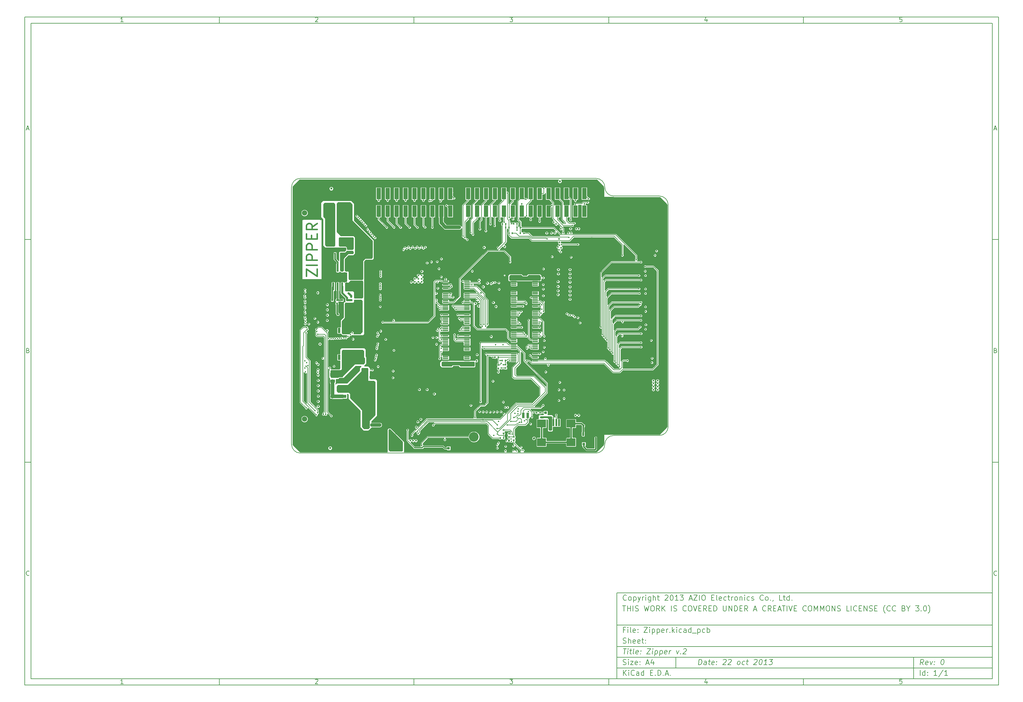
<source format=gtl>
G04 (created by PCBNEW (2013-07-07 BZR 4022)-stable) date 10/22/2013 6:32:42 PM*
%MOIN*%
G04 Gerber Fmt 3.4, Leading zero omitted, Abs format*
%FSLAX34Y34*%
G01*
G70*
G90*
G04 APERTURE LIST*
%ADD10C,0.00590551*%
%ADD11C,0.00787402*%
%ADD12C,0.0177165*%
%ADD13C,0.019685*%
%ADD14R,0.0551X0.0354*%
%ADD15R,0.0195X0.0175*%
%ADD16R,0.0314X0.0314*%
%ADD17R,0.0492126X0.0314961*%
%ADD18R,0.0314961X0.0492126*%
%ADD19R,0.0275X0.0314*%
%ADD20R,0.0314X0.0275*%
%ADD21R,0.0195X0.0195*%
%ADD22C,0.2362*%
%ADD23C,0.023622*%
%ADD24C,0.23622*%
%ADD25C,0.0591*%
%ADD26R,0.063X0.0118*%
%ADD27R,0.063X0.0276*%
%ADD28C,0.0432*%
%ADD29C,0.0472*%
%ADD30R,0.122X0.063*%
%ADD31R,0.0196X0.0787*%
%ADD32R,0.0984X0.0866*%
%ADD33R,0.0175X0.0195*%
%ADD34R,0.0563X0.2039*%
%ADD35R,0.0787X0.0984*%
%ADD36R,0.05X0.0598*%
%ADD37R,0.0299X0.0591*%
%ADD38R,0.0846X0.0374*%
%ADD39R,0.0846X0.128*%
%ADD40R,0.0597X0.0597*%
%ADD41C,0.0597*%
%ADD42C,0.1079*%
%ADD43C,0.0866*%
%ADD44R,0.0217X0.0394*%
%ADD45C,0.181102*%
%ADD46C,0.0590551*%
%ADD47R,0.05X0.126*%
%ADD48R,0.0236X0.0866*%
%ADD49R,0.1339X0.1008*%
%ADD50C,0.015748*%
%ADD51C,0.023622*%
%ADD52C,0.015748*%
%ADD53C,0.011811*%
%ADD54C,0.0393701*%
%ADD55C,0.00393701*%
%ADD56C,0.01*%
G04 APERTURE END LIST*
G54D10*
X4000Y-4000D02*
X112930Y-4000D01*
X112930Y-78680D01*
X4000Y-78680D01*
X4000Y-4000D01*
X4700Y-4700D02*
X112230Y-4700D01*
X112230Y-77980D01*
X4700Y-77980D01*
X4700Y-4700D01*
X25780Y-4000D02*
X25780Y-4700D01*
X15032Y-4552D02*
X14747Y-4552D01*
X14890Y-4552D02*
X14890Y-4052D01*
X14842Y-4123D01*
X14794Y-4171D01*
X14747Y-4195D01*
X25780Y-78680D02*
X25780Y-77980D01*
X15032Y-78532D02*
X14747Y-78532D01*
X14890Y-78532D02*
X14890Y-78032D01*
X14842Y-78103D01*
X14794Y-78151D01*
X14747Y-78175D01*
X47560Y-4000D02*
X47560Y-4700D01*
X36527Y-4100D02*
X36550Y-4076D01*
X36598Y-4052D01*
X36717Y-4052D01*
X36765Y-4076D01*
X36789Y-4100D01*
X36812Y-4147D01*
X36812Y-4195D01*
X36789Y-4266D01*
X36503Y-4552D01*
X36812Y-4552D01*
X47560Y-78680D02*
X47560Y-77980D01*
X36527Y-78080D02*
X36550Y-78056D01*
X36598Y-78032D01*
X36717Y-78032D01*
X36765Y-78056D01*
X36789Y-78080D01*
X36812Y-78127D01*
X36812Y-78175D01*
X36789Y-78246D01*
X36503Y-78532D01*
X36812Y-78532D01*
X69340Y-4000D02*
X69340Y-4700D01*
X58283Y-4052D02*
X58592Y-4052D01*
X58426Y-4242D01*
X58497Y-4242D01*
X58545Y-4266D01*
X58569Y-4290D01*
X58592Y-4338D01*
X58592Y-4457D01*
X58569Y-4504D01*
X58545Y-4528D01*
X58497Y-4552D01*
X58354Y-4552D01*
X58307Y-4528D01*
X58283Y-4504D01*
X69340Y-78680D02*
X69340Y-77980D01*
X58283Y-78032D02*
X58592Y-78032D01*
X58426Y-78222D01*
X58497Y-78222D01*
X58545Y-78246D01*
X58569Y-78270D01*
X58592Y-78318D01*
X58592Y-78437D01*
X58569Y-78484D01*
X58545Y-78508D01*
X58497Y-78532D01*
X58354Y-78532D01*
X58307Y-78508D01*
X58283Y-78484D01*
X91120Y-4000D02*
X91120Y-4700D01*
X80325Y-4219D02*
X80325Y-4552D01*
X80206Y-4028D02*
X80087Y-4385D01*
X80396Y-4385D01*
X91120Y-78680D02*
X91120Y-77980D01*
X80325Y-78199D02*
X80325Y-78532D01*
X80206Y-78008D02*
X80087Y-78365D01*
X80396Y-78365D01*
X102129Y-4052D02*
X101890Y-4052D01*
X101867Y-4290D01*
X101890Y-4266D01*
X101938Y-4242D01*
X102057Y-4242D01*
X102105Y-4266D01*
X102129Y-4290D01*
X102152Y-4338D01*
X102152Y-4457D01*
X102129Y-4504D01*
X102105Y-4528D01*
X102057Y-4552D01*
X101938Y-4552D01*
X101890Y-4528D01*
X101867Y-4504D01*
X102129Y-78032D02*
X101890Y-78032D01*
X101867Y-78270D01*
X101890Y-78246D01*
X101938Y-78222D01*
X102057Y-78222D01*
X102105Y-78246D01*
X102129Y-78270D01*
X102152Y-78318D01*
X102152Y-78437D01*
X102129Y-78484D01*
X102105Y-78508D01*
X102057Y-78532D01*
X101938Y-78532D01*
X101890Y-78508D01*
X101867Y-78484D01*
X4000Y-28890D02*
X4700Y-28890D01*
X4230Y-16509D02*
X4469Y-16509D01*
X4183Y-16652D02*
X4350Y-16152D01*
X4516Y-16652D01*
X112930Y-28890D02*
X112230Y-28890D01*
X112460Y-16509D02*
X112699Y-16509D01*
X112413Y-16652D02*
X112580Y-16152D01*
X112746Y-16652D01*
X4000Y-53780D02*
X4700Y-53780D01*
X4385Y-41280D02*
X4457Y-41304D01*
X4480Y-41328D01*
X4504Y-41375D01*
X4504Y-41447D01*
X4480Y-41494D01*
X4457Y-41518D01*
X4409Y-41542D01*
X4219Y-41542D01*
X4219Y-41042D01*
X4385Y-41042D01*
X4433Y-41066D01*
X4457Y-41090D01*
X4480Y-41137D01*
X4480Y-41185D01*
X4457Y-41232D01*
X4433Y-41256D01*
X4385Y-41280D01*
X4219Y-41280D01*
X112930Y-53780D02*
X112230Y-53780D01*
X112615Y-41280D02*
X112687Y-41304D01*
X112710Y-41328D01*
X112734Y-41375D01*
X112734Y-41447D01*
X112710Y-41494D01*
X112687Y-41518D01*
X112639Y-41542D01*
X112449Y-41542D01*
X112449Y-41042D01*
X112615Y-41042D01*
X112663Y-41066D01*
X112687Y-41090D01*
X112710Y-41137D01*
X112710Y-41185D01*
X112687Y-41232D01*
X112663Y-41256D01*
X112615Y-41280D01*
X112449Y-41280D01*
X4504Y-66384D02*
X4480Y-66408D01*
X4409Y-66432D01*
X4361Y-66432D01*
X4290Y-66408D01*
X4242Y-66360D01*
X4219Y-66313D01*
X4195Y-66218D01*
X4195Y-66146D01*
X4219Y-66051D01*
X4242Y-66003D01*
X4290Y-65956D01*
X4361Y-65932D01*
X4409Y-65932D01*
X4480Y-65956D01*
X4504Y-65980D01*
X112734Y-66384D02*
X112710Y-66408D01*
X112639Y-66432D01*
X112591Y-66432D01*
X112520Y-66408D01*
X112472Y-66360D01*
X112449Y-66313D01*
X112425Y-66218D01*
X112425Y-66146D01*
X112449Y-66051D01*
X112472Y-66003D01*
X112520Y-65956D01*
X112591Y-65932D01*
X112639Y-65932D01*
X112710Y-65956D01*
X112734Y-65980D01*
X79380Y-76422D02*
X79455Y-75822D01*
X79597Y-75822D01*
X79680Y-75851D01*
X79730Y-75908D01*
X79751Y-75965D01*
X79765Y-76080D01*
X79755Y-76165D01*
X79712Y-76280D01*
X79676Y-76337D01*
X79612Y-76394D01*
X79522Y-76422D01*
X79380Y-76422D01*
X80237Y-76422D02*
X80276Y-76108D01*
X80255Y-76051D01*
X80201Y-76022D01*
X80087Y-76022D01*
X80026Y-76051D01*
X80240Y-76394D02*
X80180Y-76422D01*
X80037Y-76422D01*
X79983Y-76394D01*
X79962Y-76337D01*
X79969Y-76280D01*
X80005Y-76222D01*
X80065Y-76194D01*
X80208Y-76194D01*
X80269Y-76165D01*
X80487Y-76022D02*
X80715Y-76022D01*
X80597Y-75822D02*
X80533Y-76337D01*
X80555Y-76394D01*
X80608Y-76422D01*
X80665Y-76422D01*
X81097Y-76394D02*
X81037Y-76422D01*
X80922Y-76422D01*
X80869Y-76394D01*
X80847Y-76337D01*
X80876Y-76108D01*
X80912Y-76051D01*
X80972Y-76022D01*
X81087Y-76022D01*
X81140Y-76051D01*
X81162Y-76108D01*
X81155Y-76165D01*
X80862Y-76222D01*
X81387Y-76365D02*
X81412Y-76394D01*
X81380Y-76422D01*
X81355Y-76394D01*
X81387Y-76365D01*
X81380Y-76422D01*
X81426Y-76051D02*
X81451Y-76080D01*
X81419Y-76108D01*
X81394Y-76080D01*
X81426Y-76051D01*
X81419Y-76108D01*
X82162Y-75880D02*
X82194Y-75851D01*
X82255Y-75822D01*
X82397Y-75822D01*
X82451Y-75851D01*
X82476Y-75880D01*
X82497Y-75937D01*
X82490Y-75994D01*
X82451Y-76080D01*
X82065Y-76422D01*
X82437Y-76422D01*
X82733Y-75880D02*
X82765Y-75851D01*
X82826Y-75822D01*
X82969Y-75822D01*
X83022Y-75851D01*
X83047Y-75880D01*
X83069Y-75937D01*
X83062Y-75994D01*
X83022Y-76080D01*
X82637Y-76422D01*
X83008Y-76422D01*
X83808Y-76422D02*
X83755Y-76394D01*
X83730Y-76365D01*
X83708Y-76308D01*
X83730Y-76137D01*
X83765Y-76080D01*
X83797Y-76051D01*
X83858Y-76022D01*
X83944Y-76022D01*
X83997Y-76051D01*
X84022Y-76080D01*
X84044Y-76137D01*
X84022Y-76308D01*
X83987Y-76365D01*
X83955Y-76394D01*
X83894Y-76422D01*
X83808Y-76422D01*
X84526Y-76394D02*
X84465Y-76422D01*
X84351Y-76422D01*
X84297Y-76394D01*
X84272Y-76365D01*
X84251Y-76308D01*
X84272Y-76137D01*
X84308Y-76080D01*
X84340Y-76051D01*
X84401Y-76022D01*
X84515Y-76022D01*
X84569Y-76051D01*
X84744Y-76022D02*
X84972Y-76022D01*
X84855Y-75822D02*
X84790Y-76337D01*
X84812Y-76394D01*
X84865Y-76422D01*
X84922Y-76422D01*
X85619Y-75880D02*
X85651Y-75851D01*
X85712Y-75822D01*
X85855Y-75822D01*
X85908Y-75851D01*
X85933Y-75880D01*
X85955Y-75937D01*
X85947Y-75994D01*
X85908Y-76080D01*
X85522Y-76422D01*
X85894Y-76422D01*
X86340Y-75822D02*
X86397Y-75822D01*
X86451Y-75851D01*
X86476Y-75880D01*
X86497Y-75937D01*
X86512Y-76051D01*
X86494Y-76194D01*
X86451Y-76308D01*
X86415Y-76365D01*
X86383Y-76394D01*
X86322Y-76422D01*
X86265Y-76422D01*
X86212Y-76394D01*
X86187Y-76365D01*
X86165Y-76308D01*
X86151Y-76194D01*
X86169Y-76051D01*
X86212Y-75937D01*
X86247Y-75880D01*
X86280Y-75851D01*
X86340Y-75822D01*
X87037Y-76422D02*
X86694Y-76422D01*
X86865Y-76422D02*
X86940Y-75822D01*
X86872Y-75908D01*
X86808Y-75965D01*
X86747Y-75994D01*
X87312Y-75822D02*
X87683Y-75822D01*
X87455Y-76051D01*
X87540Y-76051D01*
X87594Y-76080D01*
X87619Y-76108D01*
X87640Y-76165D01*
X87622Y-76308D01*
X87587Y-76365D01*
X87555Y-76394D01*
X87494Y-76422D01*
X87322Y-76422D01*
X87269Y-76394D01*
X87244Y-76365D01*
X70972Y-77622D02*
X70972Y-77022D01*
X71315Y-77622D02*
X71058Y-77280D01*
X71315Y-77022D02*
X70972Y-77365D01*
X71572Y-77622D02*
X71572Y-77222D01*
X71572Y-77022D02*
X71544Y-77051D01*
X71572Y-77080D01*
X71601Y-77051D01*
X71572Y-77022D01*
X71572Y-77080D01*
X72201Y-77565D02*
X72172Y-77594D01*
X72087Y-77622D01*
X72030Y-77622D01*
X71944Y-77594D01*
X71887Y-77537D01*
X71858Y-77480D01*
X71830Y-77365D01*
X71830Y-77280D01*
X71858Y-77165D01*
X71887Y-77108D01*
X71944Y-77051D01*
X72030Y-77022D01*
X72087Y-77022D01*
X72172Y-77051D01*
X72201Y-77080D01*
X72715Y-77622D02*
X72715Y-77308D01*
X72687Y-77251D01*
X72630Y-77222D01*
X72515Y-77222D01*
X72458Y-77251D01*
X72715Y-77594D02*
X72658Y-77622D01*
X72515Y-77622D01*
X72458Y-77594D01*
X72430Y-77537D01*
X72430Y-77480D01*
X72458Y-77422D01*
X72515Y-77394D01*
X72658Y-77394D01*
X72715Y-77365D01*
X73258Y-77622D02*
X73258Y-77022D01*
X73258Y-77594D02*
X73201Y-77622D01*
X73087Y-77622D01*
X73030Y-77594D01*
X73001Y-77565D01*
X72972Y-77508D01*
X72972Y-77337D01*
X73001Y-77280D01*
X73030Y-77251D01*
X73087Y-77222D01*
X73201Y-77222D01*
X73258Y-77251D01*
X74001Y-77308D02*
X74201Y-77308D01*
X74287Y-77622D02*
X74001Y-77622D01*
X74001Y-77022D01*
X74287Y-77022D01*
X74544Y-77565D02*
X74572Y-77594D01*
X74544Y-77622D01*
X74515Y-77594D01*
X74544Y-77565D01*
X74544Y-77622D01*
X74829Y-77622D02*
X74829Y-77022D01*
X74972Y-77022D01*
X75058Y-77051D01*
X75115Y-77108D01*
X75144Y-77165D01*
X75172Y-77280D01*
X75172Y-77365D01*
X75144Y-77480D01*
X75115Y-77537D01*
X75058Y-77594D01*
X74972Y-77622D01*
X74829Y-77622D01*
X75429Y-77565D02*
X75458Y-77594D01*
X75429Y-77622D01*
X75401Y-77594D01*
X75429Y-77565D01*
X75429Y-77622D01*
X75687Y-77451D02*
X75972Y-77451D01*
X75629Y-77622D02*
X75829Y-77022D01*
X76029Y-77622D01*
X76229Y-77565D02*
X76258Y-77594D01*
X76229Y-77622D01*
X76201Y-77594D01*
X76229Y-77565D01*
X76229Y-77622D01*
X104522Y-76422D02*
X104358Y-76137D01*
X104180Y-76422D02*
X104255Y-75822D01*
X104483Y-75822D01*
X104537Y-75851D01*
X104562Y-75880D01*
X104583Y-75937D01*
X104572Y-76022D01*
X104537Y-76080D01*
X104505Y-76108D01*
X104444Y-76137D01*
X104215Y-76137D01*
X105012Y-76394D02*
X104951Y-76422D01*
X104837Y-76422D01*
X104783Y-76394D01*
X104762Y-76337D01*
X104790Y-76108D01*
X104826Y-76051D01*
X104887Y-76022D01*
X105001Y-76022D01*
X105055Y-76051D01*
X105076Y-76108D01*
X105069Y-76165D01*
X104776Y-76222D01*
X105287Y-76022D02*
X105380Y-76422D01*
X105572Y-76022D01*
X105758Y-76365D02*
X105783Y-76394D01*
X105751Y-76422D01*
X105726Y-76394D01*
X105758Y-76365D01*
X105751Y-76422D01*
X105797Y-76051D02*
X105822Y-76080D01*
X105790Y-76108D01*
X105765Y-76080D01*
X105797Y-76051D01*
X105790Y-76108D01*
X106683Y-75822D02*
X106740Y-75822D01*
X106794Y-75851D01*
X106819Y-75880D01*
X106840Y-75937D01*
X106855Y-76051D01*
X106837Y-76194D01*
X106794Y-76308D01*
X106758Y-76365D01*
X106726Y-76394D01*
X106665Y-76422D01*
X106608Y-76422D01*
X106555Y-76394D01*
X106530Y-76365D01*
X106508Y-76308D01*
X106494Y-76194D01*
X106512Y-76051D01*
X106555Y-75937D01*
X106590Y-75880D01*
X106622Y-75851D01*
X106683Y-75822D01*
X70944Y-76394D02*
X71030Y-76422D01*
X71172Y-76422D01*
X71230Y-76394D01*
X71258Y-76365D01*
X71287Y-76308D01*
X71287Y-76251D01*
X71258Y-76194D01*
X71230Y-76165D01*
X71172Y-76137D01*
X71058Y-76108D01*
X71001Y-76080D01*
X70972Y-76051D01*
X70944Y-75994D01*
X70944Y-75937D01*
X70972Y-75880D01*
X71001Y-75851D01*
X71058Y-75822D01*
X71201Y-75822D01*
X71287Y-75851D01*
X71544Y-76422D02*
X71544Y-76022D01*
X71544Y-75822D02*
X71515Y-75851D01*
X71544Y-75880D01*
X71572Y-75851D01*
X71544Y-75822D01*
X71544Y-75880D01*
X71772Y-76022D02*
X72087Y-76022D01*
X71772Y-76422D01*
X72087Y-76422D01*
X72544Y-76394D02*
X72487Y-76422D01*
X72372Y-76422D01*
X72315Y-76394D01*
X72287Y-76337D01*
X72287Y-76108D01*
X72315Y-76051D01*
X72372Y-76022D01*
X72487Y-76022D01*
X72544Y-76051D01*
X72572Y-76108D01*
X72572Y-76165D01*
X72287Y-76222D01*
X72830Y-76365D02*
X72858Y-76394D01*
X72830Y-76422D01*
X72801Y-76394D01*
X72830Y-76365D01*
X72830Y-76422D01*
X72830Y-76051D02*
X72858Y-76080D01*
X72830Y-76108D01*
X72801Y-76080D01*
X72830Y-76051D01*
X72830Y-76108D01*
X73544Y-76251D02*
X73830Y-76251D01*
X73487Y-76422D02*
X73687Y-75822D01*
X73887Y-76422D01*
X74344Y-76022D02*
X74344Y-76422D01*
X74201Y-75794D02*
X74058Y-76222D01*
X74430Y-76222D01*
X104172Y-77622D02*
X104172Y-77022D01*
X104715Y-77622D02*
X104715Y-77022D01*
X104715Y-77594D02*
X104658Y-77622D01*
X104544Y-77622D01*
X104487Y-77594D01*
X104458Y-77565D01*
X104430Y-77508D01*
X104430Y-77337D01*
X104458Y-77280D01*
X104487Y-77251D01*
X104544Y-77222D01*
X104658Y-77222D01*
X104715Y-77251D01*
X105001Y-77565D02*
X105030Y-77594D01*
X105001Y-77622D01*
X104972Y-77594D01*
X105001Y-77565D01*
X105001Y-77622D01*
X105001Y-77251D02*
X105030Y-77280D01*
X105001Y-77308D01*
X104972Y-77280D01*
X105001Y-77251D01*
X105001Y-77308D01*
X106058Y-77622D02*
X105715Y-77622D01*
X105887Y-77622D02*
X105887Y-77022D01*
X105829Y-77108D01*
X105772Y-77165D01*
X105715Y-77194D01*
X106744Y-76994D02*
X106230Y-77765D01*
X107258Y-77622D02*
X106915Y-77622D01*
X107087Y-77622D02*
X107087Y-77022D01*
X107029Y-77108D01*
X106972Y-77165D01*
X106915Y-77194D01*
X70969Y-74622D02*
X71312Y-74622D01*
X71065Y-75222D02*
X71140Y-74622D01*
X71437Y-75222D02*
X71487Y-74822D01*
X71512Y-74622D02*
X71480Y-74651D01*
X71505Y-74680D01*
X71537Y-74651D01*
X71512Y-74622D01*
X71505Y-74680D01*
X71687Y-74822D02*
X71915Y-74822D01*
X71797Y-74622D02*
X71733Y-75137D01*
X71755Y-75194D01*
X71808Y-75222D01*
X71865Y-75222D01*
X72151Y-75222D02*
X72097Y-75194D01*
X72076Y-75137D01*
X72140Y-74622D01*
X72612Y-75194D02*
X72551Y-75222D01*
X72437Y-75222D01*
X72383Y-75194D01*
X72362Y-75137D01*
X72390Y-74908D01*
X72426Y-74851D01*
X72487Y-74822D01*
X72601Y-74822D01*
X72655Y-74851D01*
X72676Y-74908D01*
X72669Y-74965D01*
X72376Y-75022D01*
X72901Y-75165D02*
X72926Y-75194D01*
X72894Y-75222D01*
X72869Y-75194D01*
X72901Y-75165D01*
X72894Y-75222D01*
X72940Y-74851D02*
X72965Y-74880D01*
X72933Y-74908D01*
X72908Y-74880D01*
X72940Y-74851D01*
X72933Y-74908D01*
X73655Y-74622D02*
X74055Y-74622D01*
X73580Y-75222D01*
X73980Y-75222D01*
X74208Y-75222D02*
X74258Y-74822D01*
X74283Y-74622D02*
X74251Y-74651D01*
X74276Y-74680D01*
X74308Y-74651D01*
X74283Y-74622D01*
X74276Y-74680D01*
X74544Y-74822D02*
X74469Y-75422D01*
X74540Y-74851D02*
X74601Y-74822D01*
X74715Y-74822D01*
X74769Y-74851D01*
X74794Y-74880D01*
X74815Y-74937D01*
X74794Y-75108D01*
X74758Y-75165D01*
X74726Y-75194D01*
X74665Y-75222D01*
X74551Y-75222D01*
X74497Y-75194D01*
X75087Y-74822D02*
X75012Y-75422D01*
X75083Y-74851D02*
X75144Y-74822D01*
X75258Y-74822D01*
X75312Y-74851D01*
X75337Y-74880D01*
X75358Y-74937D01*
X75337Y-75108D01*
X75301Y-75165D01*
X75269Y-75194D01*
X75208Y-75222D01*
X75094Y-75222D01*
X75040Y-75194D01*
X75812Y-75194D02*
X75751Y-75222D01*
X75637Y-75222D01*
X75583Y-75194D01*
X75562Y-75137D01*
X75590Y-74908D01*
X75626Y-74851D01*
X75687Y-74822D01*
X75801Y-74822D01*
X75855Y-74851D01*
X75876Y-74908D01*
X75869Y-74965D01*
X75576Y-75022D01*
X76094Y-75222D02*
X76144Y-74822D01*
X76130Y-74937D02*
X76165Y-74880D01*
X76197Y-74851D01*
X76258Y-74822D01*
X76315Y-74822D01*
X76915Y-74822D02*
X77008Y-75222D01*
X77201Y-74822D01*
X77387Y-75165D02*
X77412Y-75194D01*
X77380Y-75222D01*
X77355Y-75194D01*
X77387Y-75165D01*
X77380Y-75222D01*
X77705Y-74680D02*
X77737Y-74651D01*
X77797Y-74622D01*
X77940Y-74622D01*
X77994Y-74651D01*
X78019Y-74680D01*
X78040Y-74737D01*
X78033Y-74794D01*
X77994Y-74880D01*
X77608Y-75222D01*
X77980Y-75222D01*
X71172Y-72508D02*
X70972Y-72508D01*
X70972Y-72822D02*
X70972Y-72222D01*
X71258Y-72222D01*
X71487Y-72822D02*
X71487Y-72422D01*
X71487Y-72222D02*
X71458Y-72251D01*
X71487Y-72280D01*
X71515Y-72251D01*
X71487Y-72222D01*
X71487Y-72280D01*
X71858Y-72822D02*
X71801Y-72794D01*
X71772Y-72737D01*
X71772Y-72222D01*
X72315Y-72794D02*
X72258Y-72822D01*
X72144Y-72822D01*
X72087Y-72794D01*
X72058Y-72737D01*
X72058Y-72508D01*
X72087Y-72451D01*
X72144Y-72422D01*
X72258Y-72422D01*
X72315Y-72451D01*
X72344Y-72508D01*
X72344Y-72565D01*
X72058Y-72622D01*
X72601Y-72765D02*
X72630Y-72794D01*
X72601Y-72822D01*
X72572Y-72794D01*
X72601Y-72765D01*
X72601Y-72822D01*
X72601Y-72451D02*
X72630Y-72480D01*
X72601Y-72508D01*
X72572Y-72480D01*
X72601Y-72451D01*
X72601Y-72508D01*
X73287Y-72222D02*
X73687Y-72222D01*
X73287Y-72822D01*
X73687Y-72822D01*
X73915Y-72822D02*
X73915Y-72422D01*
X73915Y-72222D02*
X73887Y-72251D01*
X73915Y-72280D01*
X73944Y-72251D01*
X73915Y-72222D01*
X73915Y-72280D01*
X74201Y-72422D02*
X74201Y-73022D01*
X74201Y-72451D02*
X74258Y-72422D01*
X74372Y-72422D01*
X74430Y-72451D01*
X74458Y-72480D01*
X74487Y-72537D01*
X74487Y-72708D01*
X74458Y-72765D01*
X74430Y-72794D01*
X74372Y-72822D01*
X74258Y-72822D01*
X74201Y-72794D01*
X74744Y-72422D02*
X74744Y-73022D01*
X74744Y-72451D02*
X74801Y-72422D01*
X74915Y-72422D01*
X74972Y-72451D01*
X75001Y-72480D01*
X75030Y-72537D01*
X75030Y-72708D01*
X75001Y-72765D01*
X74972Y-72794D01*
X74915Y-72822D01*
X74801Y-72822D01*
X74744Y-72794D01*
X75515Y-72794D02*
X75458Y-72822D01*
X75344Y-72822D01*
X75287Y-72794D01*
X75258Y-72737D01*
X75258Y-72508D01*
X75287Y-72451D01*
X75344Y-72422D01*
X75458Y-72422D01*
X75515Y-72451D01*
X75544Y-72508D01*
X75544Y-72565D01*
X75258Y-72622D01*
X75801Y-72822D02*
X75801Y-72422D01*
X75801Y-72537D02*
X75830Y-72480D01*
X75858Y-72451D01*
X75915Y-72422D01*
X75972Y-72422D01*
X76172Y-72765D02*
X76201Y-72794D01*
X76172Y-72822D01*
X76144Y-72794D01*
X76172Y-72765D01*
X76172Y-72822D01*
X76458Y-72822D02*
X76458Y-72222D01*
X76515Y-72594D02*
X76687Y-72822D01*
X76687Y-72422D02*
X76458Y-72651D01*
X76944Y-72822D02*
X76944Y-72422D01*
X76944Y-72222D02*
X76915Y-72251D01*
X76944Y-72280D01*
X76972Y-72251D01*
X76944Y-72222D01*
X76944Y-72280D01*
X77487Y-72794D02*
X77430Y-72822D01*
X77315Y-72822D01*
X77258Y-72794D01*
X77230Y-72765D01*
X77201Y-72708D01*
X77201Y-72537D01*
X77230Y-72480D01*
X77258Y-72451D01*
X77315Y-72422D01*
X77430Y-72422D01*
X77487Y-72451D01*
X78001Y-72822D02*
X78001Y-72508D01*
X77972Y-72451D01*
X77915Y-72422D01*
X77801Y-72422D01*
X77744Y-72451D01*
X78001Y-72794D02*
X77944Y-72822D01*
X77801Y-72822D01*
X77744Y-72794D01*
X77715Y-72737D01*
X77715Y-72680D01*
X77744Y-72622D01*
X77801Y-72594D01*
X77944Y-72594D01*
X78001Y-72565D01*
X78544Y-72822D02*
X78544Y-72222D01*
X78544Y-72794D02*
X78487Y-72822D01*
X78372Y-72822D01*
X78315Y-72794D01*
X78287Y-72765D01*
X78258Y-72708D01*
X78258Y-72537D01*
X78287Y-72480D01*
X78315Y-72451D01*
X78372Y-72422D01*
X78487Y-72422D01*
X78544Y-72451D01*
X78687Y-72880D02*
X79144Y-72880D01*
X79287Y-72422D02*
X79287Y-73022D01*
X79287Y-72451D02*
X79344Y-72422D01*
X79458Y-72422D01*
X79515Y-72451D01*
X79544Y-72480D01*
X79572Y-72537D01*
X79572Y-72708D01*
X79544Y-72765D01*
X79515Y-72794D01*
X79458Y-72822D01*
X79344Y-72822D01*
X79287Y-72794D01*
X80087Y-72794D02*
X80030Y-72822D01*
X79915Y-72822D01*
X79858Y-72794D01*
X79830Y-72765D01*
X79801Y-72708D01*
X79801Y-72537D01*
X79830Y-72480D01*
X79858Y-72451D01*
X79915Y-72422D01*
X80030Y-72422D01*
X80087Y-72451D01*
X80344Y-72822D02*
X80344Y-72222D01*
X80344Y-72451D02*
X80401Y-72422D01*
X80515Y-72422D01*
X80572Y-72451D01*
X80601Y-72480D01*
X80630Y-72537D01*
X80630Y-72708D01*
X80601Y-72765D01*
X80572Y-72794D01*
X80515Y-72822D01*
X80401Y-72822D01*
X80344Y-72794D01*
X70944Y-73994D02*
X71030Y-74022D01*
X71172Y-74022D01*
X71230Y-73994D01*
X71258Y-73965D01*
X71287Y-73908D01*
X71287Y-73851D01*
X71258Y-73794D01*
X71230Y-73765D01*
X71172Y-73737D01*
X71058Y-73708D01*
X71001Y-73680D01*
X70972Y-73651D01*
X70944Y-73594D01*
X70944Y-73537D01*
X70972Y-73480D01*
X71001Y-73451D01*
X71058Y-73422D01*
X71201Y-73422D01*
X71287Y-73451D01*
X71544Y-74022D02*
X71544Y-73422D01*
X71801Y-74022D02*
X71801Y-73708D01*
X71772Y-73651D01*
X71715Y-73622D01*
X71630Y-73622D01*
X71572Y-73651D01*
X71544Y-73680D01*
X72315Y-73994D02*
X72258Y-74022D01*
X72144Y-74022D01*
X72087Y-73994D01*
X72058Y-73937D01*
X72058Y-73708D01*
X72087Y-73651D01*
X72144Y-73622D01*
X72258Y-73622D01*
X72315Y-73651D01*
X72344Y-73708D01*
X72344Y-73765D01*
X72058Y-73822D01*
X72830Y-73994D02*
X72772Y-74022D01*
X72658Y-74022D01*
X72601Y-73994D01*
X72572Y-73937D01*
X72572Y-73708D01*
X72601Y-73651D01*
X72658Y-73622D01*
X72772Y-73622D01*
X72830Y-73651D01*
X72858Y-73708D01*
X72858Y-73765D01*
X72572Y-73822D01*
X73030Y-73622D02*
X73258Y-73622D01*
X73115Y-73422D02*
X73115Y-73937D01*
X73144Y-73994D01*
X73201Y-74022D01*
X73258Y-74022D01*
X73458Y-73965D02*
X73487Y-73994D01*
X73458Y-74022D01*
X73430Y-73994D01*
X73458Y-73965D01*
X73458Y-74022D01*
X73458Y-73651D02*
X73487Y-73680D01*
X73458Y-73708D01*
X73430Y-73680D01*
X73458Y-73651D01*
X73458Y-73708D01*
X70887Y-69822D02*
X71230Y-69822D01*
X71058Y-70422D02*
X71058Y-69822D01*
X71430Y-70422D02*
X71430Y-69822D01*
X71430Y-70108D02*
X71772Y-70108D01*
X71772Y-70422D02*
X71772Y-69822D01*
X72058Y-70422D02*
X72058Y-69822D01*
X72315Y-70394D02*
X72401Y-70422D01*
X72544Y-70422D01*
X72601Y-70394D01*
X72629Y-70365D01*
X72658Y-70308D01*
X72658Y-70251D01*
X72629Y-70194D01*
X72601Y-70165D01*
X72544Y-70137D01*
X72429Y-70108D01*
X72372Y-70080D01*
X72344Y-70051D01*
X72315Y-69994D01*
X72315Y-69937D01*
X72344Y-69880D01*
X72372Y-69851D01*
X72429Y-69822D01*
X72572Y-69822D01*
X72658Y-69851D01*
X73315Y-69822D02*
X73458Y-70422D01*
X73572Y-69994D01*
X73687Y-70422D01*
X73830Y-69822D01*
X74172Y-69822D02*
X74287Y-69822D01*
X74344Y-69851D01*
X74401Y-69908D01*
X74430Y-70022D01*
X74430Y-70222D01*
X74401Y-70337D01*
X74344Y-70394D01*
X74287Y-70422D01*
X74172Y-70422D01*
X74115Y-70394D01*
X74058Y-70337D01*
X74030Y-70222D01*
X74030Y-70022D01*
X74058Y-69908D01*
X74115Y-69851D01*
X74172Y-69822D01*
X75029Y-70422D02*
X74829Y-70137D01*
X74687Y-70422D02*
X74687Y-69822D01*
X74915Y-69822D01*
X74972Y-69851D01*
X75001Y-69880D01*
X75029Y-69937D01*
X75029Y-70022D01*
X75001Y-70080D01*
X74972Y-70108D01*
X74915Y-70137D01*
X74687Y-70137D01*
X75287Y-70422D02*
X75287Y-69822D01*
X75629Y-70422D02*
X75372Y-70080D01*
X75629Y-69822D02*
X75287Y-70165D01*
X76344Y-70422D02*
X76344Y-69822D01*
X76601Y-70394D02*
X76687Y-70422D01*
X76829Y-70422D01*
X76887Y-70394D01*
X76915Y-70365D01*
X76944Y-70308D01*
X76944Y-70251D01*
X76915Y-70194D01*
X76887Y-70165D01*
X76829Y-70137D01*
X76715Y-70108D01*
X76658Y-70080D01*
X76629Y-70051D01*
X76601Y-69994D01*
X76601Y-69937D01*
X76629Y-69880D01*
X76658Y-69851D01*
X76715Y-69822D01*
X76858Y-69822D01*
X76944Y-69851D01*
X78001Y-70365D02*
X77972Y-70394D01*
X77887Y-70422D01*
X77830Y-70422D01*
X77744Y-70394D01*
X77687Y-70337D01*
X77658Y-70280D01*
X77630Y-70165D01*
X77630Y-70080D01*
X77658Y-69965D01*
X77687Y-69908D01*
X77744Y-69851D01*
X77830Y-69822D01*
X77887Y-69822D01*
X77972Y-69851D01*
X78001Y-69880D01*
X78372Y-69822D02*
X78487Y-69822D01*
X78544Y-69851D01*
X78601Y-69908D01*
X78630Y-70022D01*
X78630Y-70222D01*
X78601Y-70337D01*
X78544Y-70394D01*
X78487Y-70422D01*
X78372Y-70422D01*
X78315Y-70394D01*
X78258Y-70337D01*
X78230Y-70222D01*
X78230Y-70022D01*
X78258Y-69908D01*
X78315Y-69851D01*
X78372Y-69822D01*
X78801Y-69822D02*
X79001Y-70422D01*
X79201Y-69822D01*
X79401Y-70108D02*
X79601Y-70108D01*
X79687Y-70422D02*
X79401Y-70422D01*
X79401Y-69822D01*
X79687Y-69822D01*
X80287Y-70422D02*
X80087Y-70137D01*
X79944Y-70422D02*
X79944Y-69822D01*
X80172Y-69822D01*
X80229Y-69851D01*
X80258Y-69880D01*
X80287Y-69937D01*
X80287Y-70022D01*
X80258Y-70080D01*
X80229Y-70108D01*
X80172Y-70137D01*
X79944Y-70137D01*
X80544Y-70108D02*
X80744Y-70108D01*
X80829Y-70422D02*
X80544Y-70422D01*
X80544Y-69822D01*
X80829Y-69822D01*
X81087Y-70422D02*
X81087Y-69822D01*
X81229Y-69822D01*
X81315Y-69851D01*
X81372Y-69908D01*
X81401Y-69965D01*
X81429Y-70080D01*
X81429Y-70165D01*
X81401Y-70280D01*
X81372Y-70337D01*
X81315Y-70394D01*
X81229Y-70422D01*
X81087Y-70422D01*
X82144Y-69822D02*
X82144Y-70308D01*
X82172Y-70365D01*
X82201Y-70394D01*
X82258Y-70422D01*
X82372Y-70422D01*
X82429Y-70394D01*
X82458Y-70365D01*
X82487Y-70308D01*
X82487Y-69822D01*
X82772Y-70422D02*
X82772Y-69822D01*
X83115Y-70422D01*
X83115Y-69822D01*
X83401Y-70422D02*
X83401Y-69822D01*
X83544Y-69822D01*
X83629Y-69851D01*
X83687Y-69908D01*
X83715Y-69965D01*
X83744Y-70080D01*
X83744Y-70165D01*
X83715Y-70280D01*
X83687Y-70337D01*
X83629Y-70394D01*
X83544Y-70422D01*
X83401Y-70422D01*
X84001Y-70108D02*
X84201Y-70108D01*
X84287Y-70422D02*
X84001Y-70422D01*
X84001Y-69822D01*
X84287Y-69822D01*
X84887Y-70422D02*
X84687Y-70137D01*
X84544Y-70422D02*
X84544Y-69822D01*
X84772Y-69822D01*
X84829Y-69851D01*
X84858Y-69880D01*
X84887Y-69937D01*
X84887Y-70022D01*
X84858Y-70080D01*
X84829Y-70108D01*
X84772Y-70137D01*
X84544Y-70137D01*
X85572Y-70251D02*
X85858Y-70251D01*
X85515Y-70422D02*
X85715Y-69822D01*
X85915Y-70422D01*
X86915Y-70365D02*
X86887Y-70394D01*
X86801Y-70422D01*
X86744Y-70422D01*
X86658Y-70394D01*
X86601Y-70337D01*
X86572Y-70280D01*
X86544Y-70165D01*
X86544Y-70080D01*
X86572Y-69965D01*
X86601Y-69908D01*
X86658Y-69851D01*
X86744Y-69822D01*
X86801Y-69822D01*
X86887Y-69851D01*
X86915Y-69880D01*
X87515Y-70422D02*
X87315Y-70137D01*
X87172Y-70422D02*
X87172Y-69822D01*
X87401Y-69822D01*
X87458Y-69851D01*
X87487Y-69880D01*
X87515Y-69937D01*
X87515Y-70022D01*
X87487Y-70080D01*
X87458Y-70108D01*
X87401Y-70137D01*
X87172Y-70137D01*
X87772Y-70108D02*
X87972Y-70108D01*
X88058Y-70422D02*
X87772Y-70422D01*
X87772Y-69822D01*
X88058Y-69822D01*
X88287Y-70251D02*
X88572Y-70251D01*
X88229Y-70422D02*
X88429Y-69822D01*
X88629Y-70422D01*
X88744Y-69822D02*
X89087Y-69822D01*
X88915Y-70422D02*
X88915Y-69822D01*
X89287Y-70422D02*
X89287Y-69822D01*
X89487Y-69822D02*
X89687Y-70422D01*
X89887Y-69822D01*
X90087Y-70108D02*
X90287Y-70108D01*
X90372Y-70422D02*
X90087Y-70422D01*
X90087Y-69822D01*
X90372Y-69822D01*
X91429Y-70365D02*
X91401Y-70394D01*
X91315Y-70422D01*
X91258Y-70422D01*
X91172Y-70394D01*
X91115Y-70337D01*
X91087Y-70280D01*
X91058Y-70165D01*
X91058Y-70080D01*
X91087Y-69965D01*
X91115Y-69908D01*
X91172Y-69851D01*
X91258Y-69822D01*
X91315Y-69822D01*
X91401Y-69851D01*
X91429Y-69880D01*
X91801Y-69822D02*
X91915Y-69822D01*
X91972Y-69851D01*
X92029Y-69908D01*
X92058Y-70022D01*
X92058Y-70222D01*
X92029Y-70337D01*
X91972Y-70394D01*
X91915Y-70422D01*
X91801Y-70422D01*
X91744Y-70394D01*
X91687Y-70337D01*
X91658Y-70222D01*
X91658Y-70022D01*
X91687Y-69908D01*
X91744Y-69851D01*
X91801Y-69822D01*
X92315Y-70422D02*
X92315Y-69822D01*
X92515Y-70251D01*
X92715Y-69822D01*
X92715Y-70422D01*
X93001Y-70422D02*
X93001Y-69822D01*
X93201Y-70251D01*
X93401Y-69822D01*
X93401Y-70422D01*
X93801Y-69822D02*
X93915Y-69822D01*
X93972Y-69851D01*
X94029Y-69908D01*
X94058Y-70022D01*
X94058Y-70222D01*
X94029Y-70337D01*
X93972Y-70394D01*
X93915Y-70422D01*
X93801Y-70422D01*
X93744Y-70394D01*
X93687Y-70337D01*
X93658Y-70222D01*
X93658Y-70022D01*
X93687Y-69908D01*
X93744Y-69851D01*
X93801Y-69822D01*
X94315Y-70422D02*
X94315Y-69822D01*
X94658Y-70422D01*
X94658Y-69822D01*
X94915Y-70394D02*
X95001Y-70422D01*
X95144Y-70422D01*
X95201Y-70394D01*
X95229Y-70365D01*
X95258Y-70308D01*
X95258Y-70251D01*
X95229Y-70194D01*
X95201Y-70165D01*
X95144Y-70137D01*
X95029Y-70108D01*
X94972Y-70080D01*
X94944Y-70051D01*
X94915Y-69994D01*
X94915Y-69937D01*
X94944Y-69880D01*
X94972Y-69851D01*
X95029Y-69822D01*
X95172Y-69822D01*
X95258Y-69851D01*
X96258Y-70422D02*
X95972Y-70422D01*
X95972Y-69822D01*
X96458Y-70422D02*
X96458Y-69822D01*
X97087Y-70365D02*
X97058Y-70394D01*
X96972Y-70422D01*
X96915Y-70422D01*
X96829Y-70394D01*
X96772Y-70337D01*
X96744Y-70280D01*
X96715Y-70165D01*
X96715Y-70080D01*
X96744Y-69965D01*
X96772Y-69908D01*
X96829Y-69851D01*
X96915Y-69822D01*
X96972Y-69822D01*
X97058Y-69851D01*
X97087Y-69880D01*
X97344Y-70108D02*
X97544Y-70108D01*
X97629Y-70422D02*
X97344Y-70422D01*
X97344Y-69822D01*
X97629Y-69822D01*
X97887Y-70422D02*
X97887Y-69822D01*
X98229Y-70422D01*
X98229Y-69822D01*
X98487Y-70394D02*
X98572Y-70422D01*
X98715Y-70422D01*
X98772Y-70394D01*
X98801Y-70365D01*
X98829Y-70308D01*
X98829Y-70251D01*
X98801Y-70194D01*
X98772Y-70165D01*
X98715Y-70137D01*
X98601Y-70108D01*
X98544Y-70080D01*
X98515Y-70051D01*
X98487Y-69994D01*
X98487Y-69937D01*
X98515Y-69880D01*
X98544Y-69851D01*
X98601Y-69822D01*
X98744Y-69822D01*
X98829Y-69851D01*
X99087Y-70108D02*
X99287Y-70108D01*
X99372Y-70422D02*
X99087Y-70422D01*
X99087Y-69822D01*
X99372Y-69822D01*
X100258Y-70651D02*
X100229Y-70622D01*
X100172Y-70537D01*
X100144Y-70480D01*
X100115Y-70394D01*
X100087Y-70251D01*
X100087Y-70137D01*
X100115Y-69994D01*
X100144Y-69908D01*
X100172Y-69851D01*
X100229Y-69765D01*
X100258Y-69737D01*
X100829Y-70365D02*
X100801Y-70394D01*
X100715Y-70422D01*
X100658Y-70422D01*
X100572Y-70394D01*
X100515Y-70337D01*
X100487Y-70280D01*
X100458Y-70165D01*
X100458Y-70080D01*
X100487Y-69965D01*
X100515Y-69908D01*
X100572Y-69851D01*
X100658Y-69822D01*
X100715Y-69822D01*
X100801Y-69851D01*
X100829Y-69880D01*
X101429Y-70365D02*
X101401Y-70394D01*
X101315Y-70422D01*
X101258Y-70422D01*
X101172Y-70394D01*
X101115Y-70337D01*
X101087Y-70280D01*
X101058Y-70165D01*
X101058Y-70080D01*
X101087Y-69965D01*
X101115Y-69908D01*
X101172Y-69851D01*
X101258Y-69822D01*
X101315Y-69822D01*
X101401Y-69851D01*
X101429Y-69880D01*
X102344Y-70108D02*
X102429Y-70137D01*
X102458Y-70165D01*
X102487Y-70222D01*
X102487Y-70308D01*
X102458Y-70365D01*
X102429Y-70394D01*
X102372Y-70422D01*
X102144Y-70422D01*
X102144Y-69822D01*
X102344Y-69822D01*
X102401Y-69851D01*
X102429Y-69880D01*
X102458Y-69937D01*
X102458Y-69994D01*
X102429Y-70051D01*
X102401Y-70080D01*
X102344Y-70108D01*
X102144Y-70108D01*
X102858Y-70137D02*
X102858Y-70422D01*
X102658Y-69822D02*
X102858Y-70137D01*
X103058Y-69822D01*
X103658Y-69822D02*
X104029Y-69822D01*
X103829Y-70051D01*
X103915Y-70051D01*
X103972Y-70080D01*
X104001Y-70108D01*
X104029Y-70165D01*
X104029Y-70308D01*
X104001Y-70365D01*
X103972Y-70394D01*
X103915Y-70422D01*
X103744Y-70422D01*
X103687Y-70394D01*
X103658Y-70365D01*
X104287Y-70365D02*
X104315Y-70394D01*
X104287Y-70422D01*
X104258Y-70394D01*
X104287Y-70365D01*
X104287Y-70422D01*
X104687Y-69822D02*
X104744Y-69822D01*
X104801Y-69851D01*
X104829Y-69880D01*
X104858Y-69937D01*
X104887Y-70051D01*
X104887Y-70194D01*
X104858Y-70308D01*
X104829Y-70365D01*
X104801Y-70394D01*
X104744Y-70422D01*
X104687Y-70422D01*
X104629Y-70394D01*
X104601Y-70365D01*
X104572Y-70308D01*
X104544Y-70194D01*
X104544Y-70051D01*
X104572Y-69937D01*
X104601Y-69880D01*
X104629Y-69851D01*
X104687Y-69822D01*
X105087Y-70651D02*
X105115Y-70622D01*
X105172Y-70537D01*
X105201Y-70480D01*
X105229Y-70394D01*
X105258Y-70251D01*
X105258Y-70137D01*
X105229Y-69994D01*
X105201Y-69908D01*
X105172Y-69851D01*
X105115Y-69765D01*
X105087Y-69737D01*
X71315Y-69165D02*
X71287Y-69194D01*
X71201Y-69222D01*
X71144Y-69222D01*
X71058Y-69194D01*
X71001Y-69137D01*
X70972Y-69080D01*
X70944Y-68965D01*
X70944Y-68880D01*
X70972Y-68765D01*
X71001Y-68708D01*
X71058Y-68651D01*
X71144Y-68622D01*
X71201Y-68622D01*
X71287Y-68651D01*
X71315Y-68680D01*
X71658Y-69222D02*
X71601Y-69194D01*
X71572Y-69165D01*
X71544Y-69108D01*
X71544Y-68937D01*
X71572Y-68880D01*
X71601Y-68851D01*
X71658Y-68822D01*
X71744Y-68822D01*
X71801Y-68851D01*
X71830Y-68880D01*
X71858Y-68937D01*
X71858Y-69108D01*
X71830Y-69165D01*
X71801Y-69194D01*
X71744Y-69222D01*
X71658Y-69222D01*
X72115Y-68822D02*
X72115Y-69422D01*
X72115Y-68851D02*
X72172Y-68822D01*
X72287Y-68822D01*
X72344Y-68851D01*
X72372Y-68880D01*
X72401Y-68937D01*
X72401Y-69108D01*
X72372Y-69165D01*
X72344Y-69194D01*
X72287Y-69222D01*
X72172Y-69222D01*
X72115Y-69194D01*
X72601Y-68822D02*
X72744Y-69222D01*
X72887Y-68822D02*
X72744Y-69222D01*
X72687Y-69365D01*
X72658Y-69394D01*
X72601Y-69422D01*
X73115Y-69222D02*
X73115Y-68822D01*
X73115Y-68937D02*
X73144Y-68880D01*
X73172Y-68851D01*
X73230Y-68822D01*
X73287Y-68822D01*
X73487Y-69222D02*
X73487Y-68822D01*
X73487Y-68622D02*
X73458Y-68651D01*
X73487Y-68680D01*
X73515Y-68651D01*
X73487Y-68622D01*
X73487Y-68680D01*
X74030Y-68822D02*
X74030Y-69308D01*
X74001Y-69365D01*
X73972Y-69394D01*
X73915Y-69422D01*
X73830Y-69422D01*
X73772Y-69394D01*
X74030Y-69194D02*
X73972Y-69222D01*
X73858Y-69222D01*
X73801Y-69194D01*
X73772Y-69165D01*
X73744Y-69108D01*
X73744Y-68937D01*
X73772Y-68880D01*
X73801Y-68851D01*
X73858Y-68822D01*
X73972Y-68822D01*
X74030Y-68851D01*
X74315Y-69222D02*
X74315Y-68622D01*
X74572Y-69222D02*
X74572Y-68908D01*
X74544Y-68851D01*
X74487Y-68822D01*
X74401Y-68822D01*
X74344Y-68851D01*
X74315Y-68880D01*
X74772Y-68822D02*
X75001Y-68822D01*
X74858Y-68622D02*
X74858Y-69137D01*
X74887Y-69194D01*
X74944Y-69222D01*
X75001Y-69222D01*
X75630Y-68680D02*
X75658Y-68651D01*
X75715Y-68622D01*
X75858Y-68622D01*
X75915Y-68651D01*
X75944Y-68680D01*
X75972Y-68737D01*
X75972Y-68794D01*
X75944Y-68880D01*
X75601Y-69222D01*
X75972Y-69222D01*
X76344Y-68622D02*
X76401Y-68622D01*
X76458Y-68651D01*
X76487Y-68680D01*
X76515Y-68737D01*
X76544Y-68851D01*
X76544Y-68994D01*
X76515Y-69108D01*
X76487Y-69165D01*
X76458Y-69194D01*
X76401Y-69222D01*
X76344Y-69222D01*
X76287Y-69194D01*
X76258Y-69165D01*
X76230Y-69108D01*
X76201Y-68994D01*
X76201Y-68851D01*
X76230Y-68737D01*
X76258Y-68680D01*
X76287Y-68651D01*
X76344Y-68622D01*
X77115Y-69222D02*
X76772Y-69222D01*
X76944Y-69222D02*
X76944Y-68622D01*
X76887Y-68708D01*
X76830Y-68765D01*
X76772Y-68794D01*
X77315Y-68622D02*
X77687Y-68622D01*
X77487Y-68851D01*
X77572Y-68851D01*
X77630Y-68880D01*
X77658Y-68908D01*
X77687Y-68965D01*
X77687Y-69108D01*
X77658Y-69165D01*
X77630Y-69194D01*
X77572Y-69222D01*
X77401Y-69222D01*
X77344Y-69194D01*
X77315Y-69165D01*
X78372Y-69051D02*
X78658Y-69051D01*
X78315Y-69222D02*
X78515Y-68622D01*
X78715Y-69222D01*
X78858Y-68622D02*
X79258Y-68622D01*
X78858Y-69222D01*
X79258Y-69222D01*
X79487Y-69222D02*
X79487Y-68622D01*
X79887Y-68622D02*
X80001Y-68622D01*
X80058Y-68651D01*
X80115Y-68708D01*
X80144Y-68822D01*
X80144Y-69022D01*
X80115Y-69137D01*
X80058Y-69194D01*
X80001Y-69222D01*
X79887Y-69222D01*
X79830Y-69194D01*
X79772Y-69137D01*
X79744Y-69022D01*
X79744Y-68822D01*
X79772Y-68708D01*
X79830Y-68651D01*
X79887Y-68622D01*
X80858Y-68908D02*
X81058Y-68908D01*
X81144Y-69222D02*
X80858Y-69222D01*
X80858Y-68622D01*
X81144Y-68622D01*
X81487Y-69222D02*
X81430Y-69194D01*
X81401Y-69137D01*
X81401Y-68622D01*
X81944Y-69194D02*
X81887Y-69222D01*
X81772Y-69222D01*
X81715Y-69194D01*
X81687Y-69137D01*
X81687Y-68908D01*
X81715Y-68851D01*
X81772Y-68822D01*
X81887Y-68822D01*
X81944Y-68851D01*
X81972Y-68908D01*
X81972Y-68965D01*
X81687Y-69022D01*
X82487Y-69194D02*
X82430Y-69222D01*
X82315Y-69222D01*
X82258Y-69194D01*
X82230Y-69165D01*
X82201Y-69108D01*
X82201Y-68937D01*
X82230Y-68880D01*
X82258Y-68851D01*
X82315Y-68822D01*
X82430Y-68822D01*
X82487Y-68851D01*
X82658Y-68822D02*
X82887Y-68822D01*
X82744Y-68622D02*
X82744Y-69137D01*
X82772Y-69194D01*
X82830Y-69222D01*
X82887Y-69222D01*
X83087Y-69222D02*
X83087Y-68822D01*
X83087Y-68937D02*
X83115Y-68880D01*
X83144Y-68851D01*
X83201Y-68822D01*
X83258Y-68822D01*
X83544Y-69222D02*
X83487Y-69194D01*
X83458Y-69165D01*
X83430Y-69108D01*
X83430Y-68937D01*
X83458Y-68880D01*
X83487Y-68851D01*
X83544Y-68822D01*
X83630Y-68822D01*
X83687Y-68851D01*
X83715Y-68880D01*
X83744Y-68937D01*
X83744Y-69108D01*
X83715Y-69165D01*
X83687Y-69194D01*
X83630Y-69222D01*
X83544Y-69222D01*
X84001Y-68822D02*
X84001Y-69222D01*
X84001Y-68880D02*
X84030Y-68851D01*
X84087Y-68822D01*
X84172Y-68822D01*
X84230Y-68851D01*
X84258Y-68908D01*
X84258Y-69222D01*
X84544Y-69222D02*
X84544Y-68822D01*
X84544Y-68622D02*
X84515Y-68651D01*
X84544Y-68680D01*
X84572Y-68651D01*
X84544Y-68622D01*
X84544Y-68680D01*
X85087Y-69194D02*
X85030Y-69222D01*
X84915Y-69222D01*
X84858Y-69194D01*
X84830Y-69165D01*
X84801Y-69108D01*
X84801Y-68937D01*
X84830Y-68880D01*
X84858Y-68851D01*
X84915Y-68822D01*
X85030Y-68822D01*
X85087Y-68851D01*
X85315Y-69194D02*
X85372Y-69222D01*
X85487Y-69222D01*
X85544Y-69194D01*
X85572Y-69137D01*
X85572Y-69108D01*
X85544Y-69051D01*
X85487Y-69022D01*
X85401Y-69022D01*
X85344Y-68994D01*
X85315Y-68937D01*
X85315Y-68908D01*
X85344Y-68851D01*
X85401Y-68822D01*
X85487Y-68822D01*
X85544Y-68851D01*
X86630Y-69165D02*
X86601Y-69194D01*
X86515Y-69222D01*
X86458Y-69222D01*
X86372Y-69194D01*
X86315Y-69137D01*
X86287Y-69080D01*
X86258Y-68965D01*
X86258Y-68880D01*
X86287Y-68765D01*
X86315Y-68708D01*
X86372Y-68651D01*
X86458Y-68622D01*
X86515Y-68622D01*
X86601Y-68651D01*
X86630Y-68680D01*
X86972Y-69222D02*
X86915Y-69194D01*
X86887Y-69165D01*
X86858Y-69108D01*
X86858Y-68937D01*
X86887Y-68880D01*
X86915Y-68851D01*
X86972Y-68822D01*
X87058Y-68822D01*
X87115Y-68851D01*
X87144Y-68880D01*
X87172Y-68937D01*
X87172Y-69108D01*
X87144Y-69165D01*
X87115Y-69194D01*
X87058Y-69222D01*
X86972Y-69222D01*
X87430Y-69165D02*
X87458Y-69194D01*
X87430Y-69222D01*
X87401Y-69194D01*
X87430Y-69165D01*
X87430Y-69222D01*
X87744Y-69194D02*
X87744Y-69222D01*
X87715Y-69280D01*
X87687Y-69308D01*
X88744Y-69222D02*
X88458Y-69222D01*
X88458Y-68622D01*
X88858Y-68822D02*
X89087Y-68822D01*
X88944Y-68622D02*
X88944Y-69137D01*
X88972Y-69194D01*
X89030Y-69222D01*
X89087Y-69222D01*
X89544Y-69222D02*
X89544Y-68622D01*
X89544Y-69194D02*
X89487Y-69222D01*
X89372Y-69222D01*
X89315Y-69194D01*
X89287Y-69165D01*
X89258Y-69108D01*
X89258Y-68937D01*
X89287Y-68880D01*
X89315Y-68851D01*
X89372Y-68822D01*
X89487Y-68822D01*
X89544Y-68851D01*
X89830Y-69165D02*
X89858Y-69194D01*
X89830Y-69222D01*
X89801Y-69194D01*
X89830Y-69165D01*
X89830Y-69222D01*
X70230Y-68380D02*
X70230Y-77980D01*
X70230Y-71980D02*
X112230Y-71980D01*
X70230Y-68380D02*
X112230Y-68380D01*
X70230Y-74380D02*
X112230Y-74380D01*
X103430Y-75580D02*
X103430Y-77980D01*
X70230Y-76780D02*
X112230Y-76780D01*
X70230Y-75580D02*
X112230Y-75580D01*
X76830Y-75580D02*
X76830Y-76780D01*
G54D11*
X68897Y-23031D02*
G75*
G03X69881Y-24015I984J0D01*
G74*
G01*
X68897Y-23031D02*
G75*
G03X67913Y-22047I-984J0D01*
G74*
G01*
X34842Y-22047D02*
G75*
G03X33858Y-23031I0J-984D01*
G74*
G01*
X33858Y-51771D02*
G75*
G03X34842Y-52755I984J0D01*
G74*
G01*
X67913Y-52755D02*
G75*
G03X68897Y-51771I0J984D01*
G74*
G01*
X69881Y-50787D02*
G75*
G03X68897Y-51771I0J-984D01*
G74*
G01*
X75000Y-50787D02*
G75*
G03X75984Y-49803I0J984D01*
G74*
G01*
X75984Y-25000D02*
G75*
G03X75000Y-24015I-984J0D01*
G74*
G01*
G54D12*
X35517Y-32980D02*
X35517Y-32193D01*
X36698Y-32980D01*
X36698Y-32193D01*
X36698Y-31743D02*
X35517Y-31743D01*
X36698Y-31181D02*
X35517Y-31181D01*
X35517Y-30731D01*
X35573Y-30618D01*
X35629Y-30562D01*
X35742Y-30506D01*
X35911Y-30506D01*
X36023Y-30562D01*
X36079Y-30618D01*
X36136Y-30731D01*
X36136Y-31181D01*
X36698Y-30000D02*
X35517Y-30000D01*
X35517Y-29550D01*
X35573Y-29437D01*
X35629Y-29381D01*
X35742Y-29325D01*
X35911Y-29325D01*
X36023Y-29381D01*
X36079Y-29437D01*
X36136Y-29550D01*
X36136Y-30000D01*
X36079Y-28818D02*
X36079Y-28425D01*
X36698Y-28256D02*
X36698Y-28818D01*
X35517Y-28818D01*
X35517Y-28256D01*
X36698Y-27075D02*
X36136Y-27469D01*
X36698Y-27750D02*
X35517Y-27750D01*
X35517Y-27300D01*
X35573Y-27187D01*
X35629Y-27131D01*
X35742Y-27075D01*
X35911Y-27075D01*
X36023Y-27131D01*
X36079Y-27187D01*
X36136Y-27300D01*
X36136Y-27750D01*
G54D11*
X69881Y-50787D02*
X75000Y-50787D01*
X69881Y-24015D02*
X75000Y-24015D01*
X75984Y-25000D02*
X75984Y-49803D01*
X34842Y-22047D02*
X67913Y-22047D01*
X33858Y-51771D02*
X33858Y-23031D01*
X34842Y-52755D02*
X67913Y-52755D01*
G54D13*
X70787Y-43854D03*
X69255Y-43854D03*
X68610Y-43858D03*
X68051Y-43822D03*
X67834Y-44496D03*
X65165Y-47409D03*
X65354Y-47074D03*
X65346Y-46460D03*
X65897Y-46748D03*
X65972Y-46086D03*
X58527Y-46562D03*
X63661Y-29724D03*
X63779Y-30039D03*
X63818Y-29212D03*
X63779Y-28818D03*
X64842Y-28149D03*
X65118Y-28149D03*
X62401Y-28149D03*
X63307Y-28149D03*
X62913Y-28149D03*
X63818Y-29527D03*
X64015Y-29803D03*
X63661Y-35039D03*
X63661Y-34606D03*
X63661Y-33582D03*
X63661Y-34133D03*
X63700Y-32716D03*
X63700Y-32244D03*
X63452Y-27161D03*
X65066Y-27673D03*
X63976Y-27677D03*
X65984Y-27677D03*
X65708Y-27677D03*
X63188Y-26929D03*
X46771Y-51653D03*
X44921Y-50354D03*
X45708Y-51181D03*
X46102Y-51496D03*
X46102Y-52362D03*
X45629Y-52480D03*
X45039Y-52480D03*
X44917Y-50744D03*
X45236Y-50748D03*
X45275Y-51102D03*
X44917Y-51098D03*
X39011Y-44051D03*
X39444Y-44051D03*
X39444Y-43696D03*
X39011Y-43696D03*
X41452Y-42622D03*
X41807Y-42622D03*
X68169Y-23582D03*
X67165Y-24015D03*
X68248Y-24173D03*
X67145Y-25118D03*
X53051Y-24232D03*
X53562Y-22440D03*
X45511Y-22460D03*
X51574Y-22440D03*
X44074Y-22480D03*
X47342Y-22460D03*
X55236Y-22460D03*
X49074Y-22460D03*
X56751Y-22440D03*
X60314Y-43188D03*
X62519Y-37972D03*
X59625Y-42047D03*
X59625Y-42637D03*
X63051Y-37775D03*
X62303Y-38484D03*
X62204Y-37401D03*
X62460Y-36909D03*
X62303Y-39153D03*
X63031Y-38700D03*
X62421Y-39704D03*
X62992Y-39173D03*
X68287Y-39212D03*
X67578Y-37224D03*
X66023Y-38543D03*
X66653Y-38897D03*
X68248Y-34940D03*
X67933Y-35334D03*
X67578Y-36633D03*
X66751Y-35413D03*
X72539Y-35629D03*
X72480Y-34625D03*
X72480Y-35137D03*
X72637Y-33897D03*
X72559Y-36673D03*
X72500Y-36122D03*
X72578Y-37657D03*
X72559Y-37125D03*
X69094Y-40767D03*
X68484Y-40728D03*
X69074Y-40374D03*
X68484Y-40354D03*
X68543Y-41850D03*
X69370Y-41850D03*
X68543Y-42224D03*
X69370Y-42224D03*
X67740Y-45720D03*
X72480Y-39173D03*
X67669Y-45850D03*
X72480Y-38681D03*
X72775Y-39881D03*
X72539Y-41318D03*
X72066Y-40137D03*
X72637Y-41870D03*
X75570Y-42637D03*
X66043Y-39074D03*
X75570Y-41653D03*
X66476Y-40118D03*
X69744Y-37342D03*
X75570Y-39704D03*
X66456Y-39527D03*
X75570Y-40688D03*
X72047Y-43838D03*
X72677Y-43858D03*
X72145Y-44468D03*
X72696Y-44468D03*
X72716Y-45866D03*
X72165Y-45866D03*
X72696Y-45314D03*
X72145Y-45314D03*
X72185Y-46417D03*
X72716Y-46358D03*
X72204Y-46948D03*
X72716Y-46948D03*
X72834Y-48188D03*
X72145Y-48129D03*
X73484Y-48188D03*
X74448Y-48188D03*
X67578Y-45728D03*
X67708Y-46011D03*
X69291Y-44960D03*
X70236Y-44566D03*
X69921Y-47362D03*
X70590Y-48129D03*
X70531Y-47362D03*
X69291Y-47362D03*
X69940Y-48149D03*
X73503Y-48858D03*
X74468Y-48897D03*
X73543Y-49389D03*
X36417Y-48622D03*
X35767Y-49212D03*
X37283Y-48720D03*
X36437Y-49212D03*
X53287Y-32263D03*
X51456Y-32283D03*
X52460Y-33425D03*
X54763Y-32913D03*
X56181Y-32834D03*
X56437Y-37618D03*
X41870Y-25570D03*
X42578Y-25570D03*
X43051Y-22795D03*
X42795Y-22381D03*
X40708Y-22322D03*
X41200Y-25570D03*
X55413Y-32480D03*
X57972Y-29724D03*
X56161Y-30334D03*
X56476Y-30334D03*
X60629Y-27874D03*
X61259Y-27874D03*
X60629Y-26968D03*
X60984Y-28169D03*
X59842Y-26889D03*
X60137Y-27224D03*
X58090Y-28759D03*
X60059Y-27874D03*
X53700Y-30748D03*
X56397Y-31318D03*
X56023Y-31318D03*
X53681Y-29409D03*
X51397Y-28976D03*
X51082Y-29468D03*
X54173Y-30629D03*
X51023Y-30354D03*
X57086Y-28149D03*
X56141Y-28070D03*
X57086Y-27440D03*
X56535Y-27716D03*
X56397Y-28858D03*
X57086Y-28858D03*
X54606Y-28661D03*
X55157Y-28897D03*
X70452Y-30590D03*
X69842Y-30590D03*
X70433Y-30098D03*
X69842Y-30098D03*
X69330Y-28858D03*
X69901Y-28917D03*
X69803Y-29468D03*
X70295Y-29468D03*
X66889Y-28838D03*
X66377Y-29153D03*
X66102Y-29625D03*
X66082Y-30393D03*
X67460Y-28720D03*
X68090Y-28838D03*
X68661Y-29311D03*
X69114Y-31535D03*
X72165Y-29901D03*
X66023Y-28858D03*
X72716Y-29389D03*
X72460Y-28110D03*
X72755Y-28405D03*
X72185Y-28818D03*
X72145Y-28366D03*
X72185Y-29370D03*
X67244Y-31633D03*
X66653Y-31437D03*
X68031Y-31476D03*
X68720Y-30767D03*
X66220Y-30964D03*
X70610Y-31102D03*
X69862Y-31102D03*
X69980Y-31791D03*
X69212Y-33799D03*
X67618Y-33759D03*
X70787Y-31929D03*
X68149Y-32500D03*
X67618Y-34960D03*
X66633Y-32283D03*
X70078Y-32618D03*
X69153Y-32342D03*
X66437Y-27086D03*
X65807Y-27086D03*
X67066Y-27086D03*
X66279Y-28090D03*
X66082Y-26732D03*
X66751Y-26732D03*
X65492Y-26732D03*
X67657Y-26673D03*
X68267Y-22775D03*
X63149Y-22480D03*
X67027Y-22480D03*
X61909Y-22480D03*
X60216Y-22480D03*
X64980Y-22480D03*
X58385Y-22421D03*
X66043Y-22480D03*
X68149Y-26003D03*
X67145Y-25511D03*
X70374Y-25649D03*
X67185Y-26003D03*
X52145Y-25078D03*
X52125Y-26023D03*
X52145Y-23976D03*
X52125Y-25531D03*
X68267Y-27559D03*
X67086Y-28090D03*
X68641Y-28110D03*
X68996Y-27677D03*
X70708Y-28602D03*
X70708Y-28129D03*
X69311Y-28110D03*
X70019Y-28110D03*
X75511Y-36023D03*
X75531Y-30157D03*
X75511Y-34606D03*
X75551Y-28622D03*
X75551Y-31929D03*
X75531Y-37460D03*
X75531Y-33267D03*
X75551Y-38582D03*
X72539Y-32145D03*
X72440Y-32637D03*
X72736Y-31692D03*
X72027Y-31830D03*
X72066Y-30846D03*
X69783Y-34094D03*
X72755Y-30944D03*
X72421Y-30275D03*
X75551Y-47440D03*
X74783Y-47637D03*
X75551Y-46811D03*
X74409Y-47165D03*
X72519Y-47618D03*
X73937Y-47716D03*
X75098Y-48188D03*
X75570Y-48188D03*
X75570Y-44291D03*
X74330Y-43858D03*
X75511Y-46122D03*
X75570Y-43464D03*
X72263Y-42598D03*
X72677Y-42598D03*
X72204Y-43110D03*
X72677Y-43110D03*
X72480Y-48759D03*
X70078Y-49212D03*
X70984Y-48622D03*
X70610Y-49035D03*
X69724Y-49685D03*
X70433Y-49744D03*
X72657Y-50511D03*
X70511Y-50472D03*
X68248Y-49271D03*
X68287Y-50118D03*
X68287Y-50787D03*
X68444Y-51515D03*
X69724Y-50472D03*
X68759Y-50452D03*
X65885Y-50984D03*
X65885Y-50374D03*
X73838Y-50019D03*
X74625Y-49980D03*
X75000Y-49311D03*
X74212Y-49409D03*
X73464Y-50511D03*
X74350Y-50511D03*
X72952Y-50019D03*
X72893Y-49350D03*
X69881Y-46574D03*
X69330Y-46574D03*
X70551Y-46574D03*
X69291Y-45807D03*
X69901Y-44960D03*
X70511Y-44960D03*
X69921Y-45787D03*
X70551Y-45787D03*
X63070Y-45787D03*
X62677Y-45807D03*
X63248Y-45000D03*
X62814Y-45295D03*
X60531Y-44625D03*
X60787Y-44862D03*
X59759Y-45897D03*
X59893Y-45736D03*
X54685Y-40708D03*
X54232Y-41003D03*
X54370Y-40000D03*
X54685Y-40255D03*
X54173Y-38937D03*
X54704Y-39232D03*
X54271Y-39468D03*
X54232Y-40531D03*
X62370Y-46500D03*
X63307Y-46830D03*
X62972Y-46377D03*
X62051Y-46862D03*
X62629Y-46862D03*
X67696Y-47381D03*
X67027Y-47381D03*
X68720Y-46594D03*
X68366Y-47066D03*
X67500Y-45881D03*
X67311Y-45700D03*
X68421Y-44685D03*
X68720Y-45177D03*
X51830Y-43385D03*
X51318Y-43366D03*
X53464Y-43366D03*
X52814Y-43366D03*
X67342Y-48110D03*
X69153Y-48129D03*
X67893Y-48818D03*
X68228Y-48129D03*
X65216Y-45216D03*
X64409Y-45255D03*
X64803Y-44901D03*
X64173Y-44862D03*
X64901Y-43937D03*
X65649Y-44862D03*
X64173Y-43858D03*
X65570Y-43937D03*
X67570Y-45779D03*
X65905Y-47362D03*
X68661Y-47421D03*
X67098Y-45759D03*
X67409Y-45968D03*
X67468Y-45791D03*
X67448Y-46070D03*
X66456Y-47204D03*
X69271Y-50118D03*
X68759Y-49665D03*
X69271Y-49212D03*
X68799Y-48799D03*
X67661Y-45818D03*
X67771Y-45799D03*
X67771Y-45720D03*
X67629Y-45688D03*
X50984Y-45531D03*
X50826Y-46043D03*
X52637Y-49645D03*
X52500Y-50059D03*
X50570Y-46437D03*
X51023Y-46653D03*
X50629Y-47106D03*
X51377Y-47106D03*
X53917Y-49665D03*
X52657Y-50472D03*
X53937Y-50216D03*
X53267Y-50629D03*
X55039Y-50649D03*
X55551Y-50649D03*
X54586Y-49685D03*
X54586Y-50216D03*
X52244Y-37755D03*
X51712Y-37952D03*
X51830Y-36673D03*
X51909Y-37224D03*
X52007Y-38405D03*
X52578Y-38425D03*
X51870Y-39232D03*
X52362Y-39271D03*
X51870Y-40275D03*
X51909Y-40807D03*
X51948Y-41594D03*
X52381Y-40807D03*
X54665Y-37736D03*
X54783Y-37066D03*
X54665Y-38503D03*
X52578Y-41574D03*
X43720Y-44862D03*
X43543Y-46732D03*
X43503Y-45157D03*
X43897Y-47086D03*
X43562Y-41397D03*
X44724Y-41417D03*
X44271Y-41397D03*
X44566Y-38838D03*
X45984Y-46614D03*
X53267Y-47086D03*
X45984Y-45118D03*
X45570Y-44685D03*
X53582Y-44921D03*
X53641Y-46771D03*
X43996Y-44645D03*
X45551Y-47027D03*
X46535Y-51417D03*
X46220Y-51082D03*
X45866Y-50708D03*
X45531Y-50354D03*
X43503Y-51318D03*
X43444Y-52007D03*
X44330Y-52500D03*
X43444Y-52500D03*
X52618Y-52401D03*
X52637Y-51456D03*
X56003Y-52322D03*
X55944Y-51850D03*
X43484Y-50511D03*
X44291Y-51200D03*
X54015Y-51732D03*
X53267Y-51240D03*
X35413Y-44468D03*
X35413Y-46161D03*
X35413Y-44114D03*
X35433Y-45807D03*
X35413Y-46555D03*
X35393Y-44862D03*
X35393Y-46909D03*
X35393Y-45216D03*
X35748Y-41338D03*
X35748Y-41712D03*
X35748Y-40885D03*
X35748Y-42047D03*
X34606Y-41003D03*
X35925Y-40000D03*
X34606Y-42027D03*
X35787Y-40433D03*
X41358Y-48917D03*
X38440Y-46846D03*
X40826Y-48917D03*
X40255Y-48897D03*
X43385Y-48937D03*
X43956Y-48937D03*
X45196Y-50039D03*
X44488Y-49251D03*
X38169Y-49212D03*
X37677Y-49212D03*
X38169Y-48858D03*
X36929Y-49035D03*
X35413Y-47992D03*
X35767Y-48228D03*
X34980Y-48484D03*
X35767Y-48759D03*
X34645Y-33110D03*
X44350Y-37755D03*
X34645Y-32618D03*
X44783Y-37283D03*
X45177Y-36889D03*
X34665Y-33700D03*
X45570Y-36535D03*
X34645Y-34232D03*
X43818Y-37814D03*
X43562Y-38366D03*
X43877Y-36771D03*
X45472Y-35846D03*
X43582Y-37303D03*
X44468Y-36771D03*
X44960Y-36023D03*
X44114Y-37283D03*
X46496Y-37263D03*
X46082Y-37244D03*
X43523Y-29232D03*
X43877Y-28917D03*
X45748Y-37814D03*
X46358Y-37795D03*
X45000Y-38405D03*
X45748Y-38405D03*
X44645Y-32066D03*
X43622Y-31889D03*
X43996Y-31535D03*
X43543Y-31122D03*
X45669Y-31299D03*
X46023Y-30925D03*
X44645Y-31633D03*
X45236Y-31574D03*
X35649Y-33858D03*
X35354Y-34173D03*
X36555Y-25177D03*
X35570Y-25196D03*
X35551Y-38464D03*
X36574Y-37440D03*
X36476Y-33503D03*
X35669Y-33503D03*
X35787Y-26338D03*
X36456Y-26358D03*
X35787Y-25885D03*
X36456Y-25885D03*
X47775Y-51358D03*
X47145Y-51338D03*
X47460Y-51358D03*
X49822Y-46141D03*
X48149Y-45649D03*
X49015Y-45649D03*
X40236Y-36102D03*
X40866Y-36771D03*
X40551Y-36456D03*
X40551Y-36102D03*
X38149Y-28622D03*
X38464Y-28622D03*
X38464Y-29055D03*
X38149Y-29055D03*
X38110Y-28188D03*
X38425Y-28188D03*
X38425Y-27755D03*
X38110Y-27755D03*
X40866Y-36102D03*
X40866Y-36456D03*
X51185Y-27523D03*
X51858Y-27523D03*
X52232Y-27519D03*
X52570Y-27515D03*
X51500Y-27523D03*
X47244Y-33622D03*
X47637Y-33267D03*
X47637Y-33622D03*
X48031Y-32874D03*
X48031Y-33622D03*
X48031Y-33267D03*
X48425Y-33267D03*
X48425Y-33622D03*
X48425Y-32874D03*
X38129Y-30098D03*
X39035Y-29881D03*
X74330Y-44645D03*
X74330Y-44960D03*
X74803Y-44960D03*
X74803Y-44645D03*
X74803Y-45314D03*
X74803Y-45669D03*
X74330Y-45669D03*
X74330Y-45314D03*
X39763Y-33385D03*
X38818Y-32834D03*
X39763Y-32834D03*
X39291Y-32834D03*
X38818Y-33385D03*
X39291Y-33385D03*
X34192Y-23460D03*
X34933Y-22346D03*
X60078Y-38818D03*
X54251Y-29606D03*
X54055Y-28779D03*
X38129Y-30472D03*
X39783Y-30019D03*
X38937Y-30216D03*
X40216Y-34862D03*
X38421Y-50216D03*
X40314Y-52283D03*
X43208Y-50826D03*
X43070Y-52362D03*
X40157Y-50629D03*
X39370Y-50629D03*
X40157Y-51574D03*
X39370Y-51574D03*
X38425Y-51574D03*
X38425Y-50629D03*
X43228Y-51574D03*
X42814Y-50314D03*
X39374Y-50196D03*
X43897Y-52500D03*
X40145Y-50204D03*
X37401Y-52362D03*
X37562Y-50834D03*
X37637Y-51574D03*
X34645Y-51889D03*
X34566Y-50944D03*
X35771Y-49964D03*
X36960Y-50204D03*
X34173Y-50393D03*
X34173Y-48818D03*
X34173Y-45669D03*
X34173Y-47244D03*
X34173Y-51732D03*
X34881Y-52440D03*
X34952Y-50377D03*
X34173Y-44251D03*
X34173Y-42834D03*
X34173Y-40393D03*
X34173Y-41653D03*
X34173Y-35826D03*
X34173Y-34566D03*
X34173Y-37322D03*
X34173Y-39055D03*
X34173Y-29212D03*
X34173Y-28110D03*
X34173Y-25905D03*
X34173Y-27007D03*
X34173Y-31338D03*
X34173Y-30314D03*
X34173Y-32440D03*
X34173Y-33543D03*
X61102Y-30976D03*
X61110Y-29275D03*
X58248Y-29547D03*
X61291Y-29826D03*
X61338Y-30472D03*
X60625Y-31354D03*
X58744Y-29000D03*
X60078Y-35511D03*
X60078Y-34881D03*
X59606Y-37322D03*
X60078Y-38031D03*
X59606Y-38031D03*
X60078Y-37322D03*
X59527Y-34015D03*
X60078Y-36614D03*
X69212Y-24330D03*
X75511Y-24960D03*
X74645Y-25590D03*
X72992Y-24960D03*
X72755Y-24409D03*
X72834Y-25669D03*
X69212Y-25118D03*
X69685Y-25669D03*
X75118Y-24566D03*
X73700Y-24409D03*
X74645Y-24409D03*
X73700Y-25590D03*
X75511Y-25590D03*
X68543Y-23070D03*
X34468Y-22818D03*
X34409Y-25196D03*
X42145Y-24921D03*
X42893Y-24488D03*
X39370Y-23858D03*
X40236Y-23858D03*
X38425Y-23858D03*
X37559Y-23858D03*
X41397Y-24921D03*
X40236Y-22598D03*
X38425Y-22598D03*
X39291Y-22598D03*
X37559Y-22598D03*
X40846Y-24606D03*
X34409Y-24488D03*
X34645Y-23948D03*
X40177Y-23228D03*
X39889Y-24299D03*
X35118Y-24803D03*
X36850Y-24881D03*
X70314Y-25118D03*
X70472Y-24409D03*
X69842Y-24566D03*
X74645Y-24960D03*
X73700Y-24960D03*
X75039Y-50295D03*
X75433Y-48897D03*
X75433Y-49685D03*
X53464Y-33070D03*
X52539Y-51988D03*
X54311Y-52362D03*
X54606Y-51673D03*
X55570Y-51240D03*
X55039Y-51279D03*
X59685Y-49921D03*
X60078Y-49921D03*
X60078Y-50314D03*
X60078Y-50787D03*
X59291Y-50314D03*
X59291Y-49921D03*
X59685Y-50314D03*
X59685Y-50787D03*
X48818Y-50708D03*
X48818Y-50314D03*
X49212Y-50314D03*
X59291Y-50787D03*
X49212Y-50708D03*
X56220Y-35039D03*
X55826Y-34645D03*
X55826Y-35039D03*
X56220Y-34645D03*
G54D14*
X38460Y-43963D03*
X38460Y-44713D03*
G54D15*
X38716Y-30456D03*
X38716Y-30086D03*
X40035Y-36023D03*
X40035Y-35653D03*
X40480Y-30247D03*
X40480Y-29877D03*
X40507Y-35661D03*
X40507Y-35291D03*
X38933Y-35653D03*
X38933Y-36023D03*
G54D16*
X52047Y-52204D03*
X51417Y-52204D03*
X44330Y-49606D03*
X43700Y-49606D03*
G54D17*
X41251Y-39047D03*
X41251Y-39755D03*
X38460Y-46429D03*
X38460Y-47137D03*
G54D18*
X39665Y-42929D03*
X38956Y-42929D03*
G54D19*
X42145Y-44279D03*
X42696Y-44279D03*
G54D20*
X39464Y-30578D03*
X39464Y-30027D03*
X41251Y-33141D03*
X41251Y-33692D03*
G54D21*
X38421Y-35661D03*
X38421Y-36015D03*
X39035Y-37244D03*
X39389Y-37244D03*
X39503Y-35661D03*
X39503Y-36015D03*
G54D22*
X36107Y-23427D03*
X41737Y-23427D03*
X41737Y-51427D03*
X36107Y-51427D03*
G54D16*
X67165Y-51732D03*
X66535Y-51732D03*
G54D21*
X66869Y-49685D03*
X66515Y-49685D03*
X58165Y-51370D03*
X58165Y-51724D03*
G54D15*
X58724Y-51322D03*
X58724Y-50952D03*
X58165Y-50952D03*
X58165Y-50582D03*
G54D23*
X38169Y-52194D03*
X38297Y-23188D03*
X63868Y-22381D03*
G54D24*
X59775Y-30094D03*
X44736Y-30094D03*
X59775Y-45842D03*
X44736Y-45842D03*
X52429Y-45889D03*
X67468Y-45889D03*
X52429Y-30141D03*
X67468Y-30141D03*
G54D13*
X65606Y-48535D03*
X65968Y-48523D03*
X40059Y-42803D03*
X41629Y-41507D03*
X40933Y-41511D03*
X41279Y-41507D03*
X40500Y-42783D03*
X40192Y-43263D03*
X41102Y-42637D03*
X51653Y-42874D03*
X52283Y-42755D03*
X52834Y-42874D03*
X59259Y-33263D03*
X59574Y-33275D03*
X60460Y-33263D03*
X60129Y-33259D03*
X65000Y-32244D03*
X65000Y-34173D03*
X65000Y-33149D03*
X65000Y-33622D03*
X65000Y-35551D03*
X65000Y-34645D03*
X65000Y-32716D03*
X65000Y-35078D03*
X42755Y-45118D03*
X42755Y-45590D03*
X42755Y-46062D03*
X42755Y-46535D03*
X42755Y-47007D03*
X42334Y-46818D03*
X40866Y-46535D03*
X41417Y-46535D03*
X41889Y-46535D03*
X41417Y-47086D03*
X41889Y-47086D03*
X40551Y-45984D03*
X41102Y-45984D03*
X40551Y-45196D03*
X41023Y-45196D03*
X41102Y-44724D03*
X41574Y-44330D03*
X41968Y-43779D03*
X48425Y-32440D03*
X39527Y-28818D03*
X40000Y-28818D03*
X40472Y-28818D03*
X39527Y-29448D03*
X40000Y-29448D03*
X40472Y-29133D03*
X40000Y-29133D03*
X39527Y-29133D03*
X40472Y-29448D03*
G54D25*
X35305Y-25916D03*
X35305Y-48939D03*
G54D26*
X51082Y-33543D03*
X51082Y-33740D03*
X51082Y-33937D03*
X51082Y-34134D03*
X51082Y-34330D03*
G54D27*
X51082Y-34626D03*
G54D26*
X51082Y-34921D03*
X51082Y-35118D03*
X51082Y-35315D03*
X51082Y-35512D03*
X51082Y-35708D03*
X51082Y-35905D03*
X51082Y-36102D03*
X51082Y-36299D03*
X51082Y-36496D03*
X51082Y-36693D03*
G54D27*
X51082Y-36988D03*
G54D26*
X51082Y-37283D03*
X51082Y-37480D03*
X51082Y-37677D03*
X51082Y-37874D03*
X51082Y-38071D03*
X51082Y-38267D03*
X51082Y-38464D03*
X51082Y-38661D03*
X51082Y-38858D03*
X51082Y-39055D03*
G54D27*
X51082Y-39351D03*
G54D26*
X51082Y-39645D03*
X51082Y-39842D03*
X51082Y-40039D03*
X51082Y-40236D03*
X51082Y-40433D03*
X51082Y-40630D03*
X51082Y-40826D03*
X51082Y-41023D03*
X51082Y-41220D03*
X51082Y-41417D03*
G54D27*
X51082Y-41713D03*
G54D26*
X51082Y-42008D03*
X51082Y-42204D03*
X51082Y-42401D03*
X51082Y-42598D03*
X51082Y-42795D03*
X53484Y-42797D03*
X53484Y-42600D03*
X53484Y-42403D03*
X53484Y-42206D03*
X53484Y-42010D03*
G54D27*
X53484Y-41715D03*
G54D26*
X53484Y-41419D03*
X53484Y-41222D03*
X53484Y-41025D03*
X53484Y-40828D03*
X53484Y-40632D03*
X53484Y-40435D03*
X53484Y-40238D03*
X53484Y-40041D03*
X53484Y-39844D03*
X53484Y-39647D03*
G54D27*
X53484Y-39352D03*
G54D26*
X53484Y-39056D03*
X53484Y-38859D03*
X53484Y-38662D03*
X53484Y-38465D03*
X53484Y-38269D03*
X53484Y-38072D03*
X53484Y-37875D03*
X53484Y-37678D03*
X53484Y-37481D03*
X53484Y-37284D03*
G54D27*
X53484Y-36989D03*
G54D26*
X53484Y-36693D03*
X53484Y-36496D03*
X53484Y-36299D03*
X53484Y-36102D03*
X53484Y-35906D03*
X53484Y-35709D03*
X53484Y-35512D03*
X53484Y-35315D03*
X53484Y-35118D03*
X53484Y-34921D03*
G54D27*
X53484Y-34626D03*
G54D26*
X53484Y-34330D03*
X53484Y-34134D03*
X53484Y-33937D03*
X53484Y-33740D03*
X53484Y-33543D03*
G54D28*
X52287Y-43366D03*
G54D29*
X52287Y-32972D03*
G54D30*
X52287Y-44055D03*
X52287Y-32283D03*
G54D26*
X61122Y-42440D03*
X61122Y-42243D03*
X61122Y-42046D03*
X61122Y-41849D03*
X61122Y-41653D03*
G54D27*
X61122Y-41357D03*
G54D26*
X61122Y-41062D03*
X61122Y-40865D03*
X61122Y-40668D03*
X61122Y-40471D03*
X61122Y-40275D03*
X61122Y-40078D03*
X61122Y-39881D03*
X61122Y-39684D03*
X61122Y-39487D03*
X61122Y-39290D03*
G54D27*
X61122Y-38995D03*
G54D26*
X61122Y-38700D03*
X61122Y-38503D03*
X61122Y-38306D03*
X61122Y-38109D03*
X61122Y-37912D03*
X61122Y-37716D03*
X61122Y-37519D03*
X61122Y-37322D03*
X61122Y-37125D03*
X61122Y-36928D03*
G54D27*
X61122Y-36632D03*
G54D26*
X61122Y-36338D03*
X61122Y-36141D03*
X61122Y-35944D03*
X61122Y-35747D03*
X61122Y-35550D03*
X61122Y-35353D03*
X61122Y-35157D03*
X61122Y-34960D03*
X61122Y-34763D03*
X61122Y-34566D03*
G54D27*
X61122Y-34270D03*
G54D26*
X61122Y-33975D03*
X61122Y-33779D03*
X61122Y-33582D03*
X61122Y-33385D03*
X61122Y-33188D03*
X58720Y-33186D03*
X58720Y-33383D03*
X58720Y-33580D03*
X58720Y-33777D03*
X58720Y-33973D03*
G54D27*
X58720Y-34268D03*
G54D26*
X58720Y-34564D03*
X58720Y-34761D03*
X58720Y-34958D03*
X58720Y-35155D03*
X58720Y-35351D03*
X58720Y-35548D03*
X58720Y-35745D03*
X58720Y-35942D03*
X58720Y-36139D03*
X58720Y-36336D03*
G54D27*
X58720Y-36631D03*
G54D26*
X58720Y-36927D03*
X58720Y-37124D03*
X58720Y-37321D03*
X58720Y-37518D03*
X58720Y-37714D03*
X58720Y-37911D03*
X58720Y-38108D03*
X58720Y-38305D03*
X58720Y-38502D03*
X58720Y-38699D03*
G54D27*
X58720Y-38994D03*
G54D26*
X58720Y-39290D03*
X58720Y-39487D03*
X58720Y-39684D03*
X58720Y-39881D03*
X58720Y-40077D03*
X58720Y-40274D03*
X58720Y-40471D03*
X58720Y-40668D03*
X58720Y-40865D03*
X58720Y-41062D03*
G54D27*
X58720Y-41357D03*
G54D26*
X58720Y-41653D03*
X58720Y-41849D03*
X58720Y-42046D03*
X58720Y-42243D03*
X58720Y-42440D03*
G54D28*
X59917Y-32617D03*
G54D29*
X59917Y-43011D03*
G54D30*
X59917Y-31928D03*
X59917Y-43700D03*
G54D31*
X62835Y-49351D03*
X63150Y-49351D03*
X63464Y-49351D03*
X63778Y-49351D03*
X64093Y-49351D03*
G54D32*
X65117Y-51535D03*
X61811Y-51535D03*
X61811Y-49449D03*
X65117Y-49449D03*
G54D33*
X42468Y-49606D03*
X42838Y-49606D03*
G54D34*
X38102Y-25937D03*
X39736Y-25937D03*
G54D35*
X42610Y-32031D03*
X40996Y-32031D03*
G54D36*
X41251Y-36023D03*
X41251Y-35125D03*
G54D37*
X39685Y-39055D03*
X39185Y-39055D03*
X39185Y-42047D03*
X39685Y-42047D03*
G54D38*
X39590Y-44617D03*
X39551Y-45523D03*
X39570Y-46428D03*
G54D39*
X41873Y-45523D03*
G54D40*
X44299Y-51849D03*
G54D41*
X45299Y-51849D03*
G54D42*
X54251Y-50944D03*
G54D43*
X53251Y-49944D03*
X53251Y-51944D03*
X55251Y-51944D03*
X55251Y-49944D03*
G54D37*
X59791Y-51539D03*
X60291Y-51539D03*
X60291Y-48547D03*
X59791Y-48547D03*
G54D44*
X66471Y-50629D03*
X67071Y-50629D03*
G54D45*
X71653Y-49681D03*
G54D46*
X72440Y-26696D03*
X71240Y-48106D03*
G54D45*
X71653Y-25122D03*
G54D47*
X67598Y-23739D03*
X67598Y-25708D03*
X66598Y-25708D03*
X65598Y-25708D03*
X65598Y-23739D03*
X66598Y-23739D03*
X63598Y-23739D03*
X62598Y-23739D03*
X61598Y-23739D03*
X60598Y-23739D03*
X59598Y-23739D03*
X58598Y-23739D03*
X57598Y-23739D03*
X56598Y-23739D03*
X55598Y-23739D03*
X54598Y-23739D03*
X53598Y-23739D03*
X52598Y-23739D03*
X51598Y-23739D03*
X50598Y-23739D03*
X49598Y-23739D03*
X48598Y-23739D03*
X47598Y-23739D03*
X46598Y-23739D03*
X43598Y-25708D03*
X44598Y-25708D03*
X45598Y-25708D03*
X43598Y-23739D03*
X44598Y-23739D03*
X45598Y-23739D03*
X46598Y-25708D03*
X47598Y-25708D03*
X48598Y-25708D03*
X49598Y-25708D03*
X50598Y-25708D03*
X51598Y-25708D03*
X52598Y-25708D03*
X53598Y-25708D03*
X54598Y-25708D03*
X55598Y-25708D03*
X56598Y-25708D03*
X57598Y-25708D03*
X58598Y-25708D03*
X59598Y-25708D03*
X60598Y-25708D03*
X61598Y-25708D03*
X62598Y-25708D03*
X63598Y-25708D03*
X64598Y-25708D03*
X64598Y-23739D03*
G54D15*
X57795Y-42881D03*
X57795Y-43251D03*
X56984Y-42897D03*
X56984Y-43267D03*
G54D33*
X57425Y-42413D03*
X57795Y-42413D03*
X56614Y-42031D03*
X56984Y-42031D03*
X61275Y-48236D03*
X61645Y-48236D03*
G54D16*
X62893Y-48236D03*
X62263Y-48236D03*
G54D48*
X40019Y-32055D03*
X39519Y-32055D03*
X39019Y-32055D03*
X38519Y-32055D03*
X38519Y-34122D03*
X39019Y-34122D03*
X39519Y-34122D03*
X40019Y-34122D03*
G54D49*
X39269Y-33088D03*
G54D33*
X59090Y-27559D03*
X59460Y-27559D03*
X59090Y-27118D03*
X58720Y-27118D03*
X59460Y-28185D03*
X59830Y-28185D03*
X57818Y-27555D03*
X58188Y-27555D03*
X57822Y-27145D03*
X57452Y-27145D03*
X58189Y-28173D03*
X58559Y-28173D03*
X57196Y-51070D03*
X57566Y-51070D03*
G54D15*
X57566Y-50555D03*
X57566Y-50185D03*
G54D50*
X42901Y-43456D03*
X62023Y-32169D03*
X45259Y-37901D03*
X45216Y-43582D03*
X45188Y-44334D03*
G54D13*
X36783Y-34830D03*
X36834Y-47527D03*
X36826Y-46972D03*
X36838Y-46381D03*
X36822Y-45795D03*
X36826Y-45208D03*
X36822Y-44614D03*
X36814Y-44023D03*
X36811Y-43425D03*
X36814Y-42838D03*
X37031Y-40562D03*
X37822Y-39066D03*
X37842Y-37913D03*
X37850Y-36161D03*
X37858Y-37330D03*
X37850Y-36732D03*
G54D50*
X56610Y-33669D03*
G54D13*
X56425Y-35917D03*
X56716Y-36362D03*
X54437Y-36003D03*
X55755Y-33759D03*
X54826Y-33429D03*
X54763Y-36307D03*
X54610Y-41748D03*
X56185Y-39724D03*
X54555Y-42433D03*
X55291Y-34165D03*
X55039Y-34846D03*
X47972Y-49248D03*
X47807Y-49846D03*
X48307Y-48976D03*
G54D50*
X59744Y-52440D03*
X59527Y-52440D03*
X60974Y-51082D03*
X60362Y-48118D03*
X62830Y-50035D03*
X61751Y-48740D03*
X61992Y-48732D03*
X63149Y-48826D03*
X63464Y-48484D03*
X51665Y-33937D03*
X60523Y-41834D03*
X48110Y-44291D03*
X47677Y-44901D03*
X48523Y-44901D03*
X47204Y-44015D03*
G54D13*
X40881Y-40236D03*
G54D50*
X66456Y-43484D03*
X66500Y-42271D03*
X66362Y-41314D03*
X72834Y-30645D03*
X72846Y-30153D03*
X72826Y-28645D03*
X72842Y-28153D03*
X71685Y-27267D03*
X72023Y-29149D03*
X72031Y-29653D03*
X72007Y-31149D03*
X72043Y-32653D03*
X72838Y-32149D03*
X72846Y-33649D03*
X72881Y-35334D03*
X72850Y-36653D03*
X72854Y-38149D03*
X72846Y-39653D03*
X72862Y-41149D03*
X74354Y-43059D03*
X74059Y-43649D03*
X71980Y-47153D03*
X72862Y-45653D03*
X74015Y-46149D03*
X72854Y-46657D03*
X74003Y-47153D03*
X66440Y-44070D03*
X63192Y-48279D03*
X61401Y-48716D03*
X49653Y-32854D03*
X49657Y-32263D03*
X49645Y-34035D03*
X49645Y-36200D03*
X49649Y-35019D03*
X49622Y-36791D03*
X49645Y-38665D03*
X49641Y-39251D03*
X49641Y-40433D03*
X49629Y-41417D03*
X49645Y-42594D03*
X49637Y-43188D03*
X45814Y-43188D03*
X45826Y-42598D03*
X45921Y-41417D03*
X45905Y-40433D03*
X45814Y-39251D03*
X45814Y-38661D03*
X46578Y-36791D03*
X45830Y-36200D03*
X45826Y-35019D03*
X45141Y-32070D03*
X62712Y-42279D03*
X63925Y-44070D03*
X62527Y-43480D03*
X62629Y-41314D03*
X62614Y-40133D03*
X62633Y-39543D03*
X62594Y-32582D03*
X62598Y-31992D03*
X66425Y-31992D03*
X66421Y-32582D03*
X66334Y-33740D03*
X66374Y-34716D03*
X66318Y-35929D03*
X66425Y-36586D03*
X62677Y-36523D03*
X62590Y-35929D03*
X62578Y-34748D03*
X62586Y-33763D03*
X72047Y-34161D03*
X72066Y-35649D03*
X72051Y-38653D03*
X72062Y-37145D03*
X70944Y-34582D03*
X70921Y-36074D03*
X70952Y-37570D03*
X71401Y-39220D03*
X71448Y-39909D03*
X70940Y-40574D03*
X67311Y-50629D03*
X64433Y-48716D03*
X62992Y-50669D03*
G54D13*
X51622Y-40039D03*
X51657Y-38669D03*
G54D50*
X49291Y-52322D03*
X56622Y-31299D03*
X62059Y-50842D03*
X61559Y-50082D03*
X55956Y-42027D03*
X54610Y-41200D03*
X54433Y-37157D03*
X57677Y-36913D03*
X56425Y-37216D03*
X55118Y-32570D03*
X54248Y-31314D03*
X65856Y-49754D03*
X66212Y-50098D03*
G54D13*
X65098Y-48767D03*
G54D50*
X60098Y-52236D03*
X50984Y-50708D03*
X49948Y-50381D03*
X47334Y-49527D03*
X58248Y-41358D03*
X58244Y-40472D03*
X58248Y-39783D03*
X58236Y-38996D03*
X58236Y-38503D03*
X58240Y-37519D03*
X58240Y-36629D03*
X58244Y-36141D03*
X58240Y-35157D03*
X59200Y-34267D03*
X59228Y-33653D03*
X61618Y-33582D03*
X60606Y-34236D03*
X60622Y-34586D03*
X60570Y-34988D03*
X60641Y-36141D03*
X60562Y-36803D03*
X60649Y-37519D03*
X60677Y-38503D03*
X61602Y-38996D03*
X60641Y-39881D03*
X60665Y-40476D03*
X60602Y-41248D03*
X61909Y-41925D03*
X67149Y-49685D03*
X67165Y-51118D03*
X52047Y-51889D03*
X38866Y-47137D03*
X42988Y-44279D03*
X39000Y-44622D03*
X53015Y-34629D03*
X53944Y-35515D03*
X53956Y-36102D03*
X53968Y-36988D03*
X53964Y-37484D03*
X53000Y-38464D03*
X53980Y-39350D03*
X53964Y-39842D03*
X53960Y-40826D03*
X54055Y-41598D03*
X52992Y-42350D03*
X51574Y-42366D03*
X51629Y-41547D03*
X51562Y-40826D03*
X51562Y-39334D03*
X51551Y-37480D03*
X51562Y-36984D03*
X51570Y-36102D03*
X51885Y-35539D03*
X50594Y-34133D03*
X50555Y-33803D03*
X57771Y-52480D03*
X60185Y-41047D03*
X51909Y-35318D03*
X56858Y-52196D03*
X49492Y-31381D03*
X49598Y-27515D03*
X73437Y-34905D03*
X35350Y-42448D03*
X57803Y-51992D03*
X60452Y-40866D03*
X51578Y-35118D03*
X56858Y-51826D03*
X50137Y-31350D03*
X51169Y-25070D03*
X73440Y-34401D03*
X37322Y-42153D03*
X57893Y-51385D03*
X60645Y-41055D03*
X51673Y-34921D03*
X35531Y-42641D03*
X50610Y-31043D03*
X59598Y-24885D03*
X73437Y-32905D03*
X35688Y-42980D03*
X57003Y-51614D03*
X51740Y-34133D03*
X61614Y-41653D03*
X56881Y-50622D03*
X62940Y-25074D03*
X49669Y-39826D03*
X36622Y-42641D03*
X49696Y-49637D03*
X74086Y-40153D03*
X54846Y-33740D03*
X54791Y-35811D03*
X57535Y-42881D03*
X74681Y-30153D03*
X66980Y-24728D03*
X57177Y-42413D03*
X38602Y-43039D03*
X65602Y-24889D03*
X57322Y-42724D03*
X54586Y-35594D03*
X54055Y-33937D03*
X74503Y-30649D03*
X56362Y-42031D03*
X45299Y-41263D03*
X44377Y-40039D03*
X66598Y-24889D03*
X38129Y-43236D03*
X67874Y-51023D03*
X59389Y-49307D03*
X57972Y-49606D03*
X58377Y-49204D03*
X59586Y-49318D03*
X60736Y-48708D03*
X59515Y-52090D03*
X57303Y-43251D03*
X58834Y-48295D03*
X60590Y-49488D03*
X56980Y-43720D03*
X58417Y-51173D03*
X58708Y-48787D03*
X62000Y-47413D03*
X58547Y-50629D03*
X58452Y-51437D03*
X59901Y-49137D03*
X60106Y-49019D03*
X58653Y-52488D03*
X60940Y-48165D03*
X64885Y-28657D03*
X58326Y-50614D03*
X48417Y-51901D03*
X46838Y-50157D03*
X62429Y-28826D03*
X56925Y-29751D03*
X58444Y-27118D03*
X56692Y-40661D03*
X56377Y-44708D03*
X50996Y-51267D03*
X54988Y-47023D03*
X57594Y-48354D03*
X54996Y-38413D03*
X54988Y-40425D03*
X64641Y-37169D03*
X63944Y-30263D03*
X65066Y-26696D03*
X73405Y-32413D03*
X57283Y-48137D03*
X35500Y-47720D03*
X35555Y-38708D03*
X60358Y-37889D03*
X58295Y-31381D03*
X70854Y-30653D03*
X57996Y-23673D03*
X36452Y-37688D03*
X49251Y-24547D03*
X57039Y-33724D03*
X62992Y-30807D03*
X72944Y-40897D03*
X70551Y-43074D03*
X61633Y-38114D03*
X46543Y-29783D03*
X44496Y-27519D03*
X35358Y-34767D03*
X43809Y-32618D03*
X50657Y-37885D03*
X72937Y-33405D03*
X68787Y-39724D03*
X61688Y-39685D03*
X48818Y-29732D03*
X48775Y-27503D03*
X35381Y-37724D03*
X43769Y-35669D03*
X50059Y-35889D03*
X72720Y-32905D03*
X68618Y-39527D03*
X62118Y-40173D03*
X60122Y-39688D03*
X48602Y-29858D03*
X48598Y-24535D03*
X35338Y-37527D03*
X43769Y-35472D03*
X50062Y-35637D03*
X51901Y-36299D03*
X72940Y-40401D03*
X70366Y-42877D03*
X62287Y-43677D03*
X59212Y-38106D03*
X35354Y-34484D03*
X46358Y-30011D03*
X43598Y-24527D03*
X43809Y-32421D03*
X50338Y-32141D03*
X52775Y-37874D03*
X72944Y-39397D03*
X70157Y-42677D03*
X61590Y-38318D03*
X46929Y-29716D03*
X45307Y-27515D03*
X35346Y-35362D03*
X43809Y-33011D03*
X50586Y-37685D03*
X72846Y-38653D03*
X69964Y-42480D03*
X59405Y-38307D03*
X62566Y-42917D03*
X46732Y-29901D03*
X44598Y-24519D03*
X35311Y-35165D03*
X43809Y-32814D03*
X52598Y-37677D03*
X50590Y-33051D03*
X72933Y-37905D03*
X69787Y-41594D03*
X61598Y-38720D03*
X47401Y-29716D03*
X46047Y-27527D03*
X35366Y-35956D03*
X43779Y-33996D03*
X50598Y-37283D03*
X72940Y-37401D03*
X69625Y-41397D03*
X59590Y-38700D03*
X62236Y-42177D03*
X47133Y-29877D03*
X45598Y-24523D03*
X43779Y-33799D03*
X35350Y-35744D03*
X50157Y-33637D03*
X52417Y-37283D03*
X72858Y-36153D03*
X69448Y-41200D03*
X61728Y-39291D03*
X47901Y-29704D03*
X47051Y-27523D03*
X35362Y-36547D03*
X43779Y-34389D03*
X50425Y-36700D03*
X72940Y-35897D03*
X69275Y-41007D03*
X61996Y-41425D03*
X59775Y-39295D03*
X47685Y-29870D03*
X46598Y-24515D03*
X43779Y-34192D03*
X35338Y-36346D03*
X52244Y-36696D03*
X50216Y-34318D03*
X72767Y-34905D03*
X69114Y-40118D03*
X61574Y-39484D03*
X48374Y-29708D03*
X47933Y-27531D03*
X35358Y-37133D03*
X43769Y-35275D03*
X50251Y-36362D03*
X72720Y-34393D03*
X68948Y-39921D03*
X62122Y-40921D03*
X59944Y-39488D03*
X48118Y-29862D03*
X47602Y-24523D03*
X35326Y-36933D03*
X43759Y-35078D03*
X52074Y-36496D03*
X50051Y-34889D03*
X73393Y-31901D03*
X60149Y-42440D03*
X58228Y-42440D03*
X53500Y-28897D03*
X52015Y-24255D03*
X51775Y-23622D03*
X35409Y-38011D03*
X52992Y-33543D03*
X72937Y-31405D03*
X68444Y-38681D03*
X62106Y-39677D03*
X50492Y-24606D03*
X49015Y-31496D03*
X35377Y-38318D03*
X43769Y-36387D03*
X50610Y-38271D03*
X59019Y-52503D03*
X64334Y-46649D03*
X56165Y-33814D03*
X35421Y-43677D03*
X74161Y-42637D03*
X67078Y-24330D03*
X64334Y-45696D03*
X58673Y-51960D03*
X63755Y-46870D03*
X63854Y-44842D03*
X56362Y-33712D03*
X35362Y-43240D03*
X63755Y-45681D03*
X65598Y-24511D03*
X74177Y-42153D03*
X56476Y-50791D03*
X55279Y-48964D03*
X47318Y-50783D03*
X55590Y-38566D03*
X55590Y-41653D03*
X65271Y-27307D03*
X65511Y-37527D03*
X73480Y-38401D03*
X59200Y-47822D03*
X55275Y-48145D03*
X37685Y-48437D03*
X36763Y-39488D03*
X56842Y-50000D03*
X55374Y-38374D03*
X55370Y-41062D03*
X64429Y-27078D03*
X65051Y-37330D03*
X73456Y-36913D03*
X57751Y-47637D03*
X36625Y-48480D03*
X56062Y-48157D03*
X35614Y-38901D03*
X48011Y-50582D03*
X56925Y-50397D03*
X55196Y-40866D03*
X55192Y-38614D03*
X65881Y-37618D03*
X65484Y-27066D03*
X73440Y-38901D03*
X59192Y-48094D03*
X55669Y-48145D03*
X37409Y-48433D03*
X36665Y-39137D03*
X54370Y-48771D03*
X55771Y-38358D03*
X55771Y-41850D03*
X57539Y-47047D03*
X64236Y-28133D03*
X64838Y-37303D03*
X73437Y-36401D03*
X54881Y-48122D03*
X38299Y-48598D03*
X36633Y-38921D03*
X47925Y-50381D03*
X56874Y-49606D03*
X60598Y-26673D03*
X65330Y-37350D03*
X70874Y-38086D03*
X58027Y-47637D03*
X36763Y-48259D03*
X56456Y-48153D03*
X35476Y-39299D03*
X59098Y-48807D03*
X57000Y-49200D03*
X61598Y-26850D03*
X64062Y-29433D03*
X66118Y-38196D03*
X65885Y-29433D03*
X70826Y-39649D03*
X59177Y-48374D03*
X56850Y-48149D03*
X35492Y-43039D03*
X36488Y-48023D03*
X36779Y-43700D03*
X53913Y-47421D03*
X57070Y-34444D03*
X57503Y-40657D03*
X52992Y-35913D03*
X59090Y-27850D03*
X72401Y-31133D03*
X60074Y-24370D03*
X35775Y-38318D03*
X54066Y-32409D03*
X65118Y-30854D03*
X62031Y-36917D03*
X40728Y-40011D03*
X43826Y-39114D03*
X43179Y-28690D03*
X53240Y-28692D03*
X50263Y-38858D03*
X61614Y-37322D03*
X41486Y-26594D03*
X58618Y-26594D03*
X43257Y-42164D03*
X38503Y-39950D03*
X50637Y-38669D03*
X59208Y-37322D03*
X62019Y-33165D03*
X58216Y-26425D03*
X41318Y-26425D03*
X43188Y-42361D03*
X38267Y-39950D03*
X50598Y-41862D03*
X53000Y-38673D03*
X61838Y-36665D03*
X60094Y-36043D03*
X43011Y-28523D03*
X53031Y-28519D03*
X40649Y-39311D03*
X43474Y-39311D03*
X52070Y-39503D03*
X50141Y-39055D03*
X61862Y-36173D03*
X42834Y-28326D03*
X54137Y-28314D03*
X43559Y-39511D03*
X40448Y-39511D03*
X50602Y-40039D03*
X59897Y-35940D03*
X62027Y-35858D03*
X42667Y-28120D03*
X53921Y-28098D03*
X40188Y-39704D03*
X43434Y-39704D03*
X50062Y-39834D03*
X52299Y-40039D03*
X61681Y-36338D03*
X55578Y-27917D03*
X39956Y-39885D03*
X43484Y-40492D03*
X42490Y-27933D03*
X50602Y-39649D03*
X59724Y-36338D03*
X62011Y-35165D03*
X54913Y-27712D03*
X42322Y-27716D03*
X39704Y-39891D03*
X43455Y-40689D03*
X50066Y-40582D03*
X52468Y-39649D03*
X61610Y-36929D03*
X39458Y-39901D03*
X42155Y-27332D03*
X56559Y-27338D03*
X43405Y-40885D03*
X50610Y-39055D03*
X62015Y-34417D03*
X59547Y-36925D03*
X39242Y-39921D03*
X43375Y-41082D03*
X41988Y-27135D03*
X56098Y-27141D03*
X50602Y-41039D03*
X52653Y-39059D03*
X61787Y-37125D03*
X43346Y-41771D03*
X38996Y-39931D03*
X57637Y-26937D03*
X41820Y-26938D03*
X50515Y-38858D03*
X62003Y-33917D03*
X59374Y-37122D03*
X57141Y-26767D03*
X38740Y-39940D03*
X43307Y-41968D03*
X41653Y-26771D03*
X50590Y-41452D03*
X52834Y-38862D03*
X71433Y-42409D03*
X51082Y-33291D03*
X62094Y-23181D03*
X36795Y-38114D03*
X44035Y-38114D03*
X60645Y-35362D03*
X60141Y-26251D03*
X41145Y-26251D03*
X43533Y-43080D03*
X38001Y-39950D03*
X50413Y-42204D03*
G54D13*
X57681Y-29677D03*
X55393Y-29763D03*
G54D11*
X42641Y-43456D02*
X42901Y-43456D01*
X57677Y-32889D02*
X57677Y-32889D01*
X37850Y-36732D02*
X37846Y-36732D01*
X58724Y-51322D02*
X58724Y-51606D01*
X58724Y-51606D02*
X59527Y-52440D01*
G54D51*
X60954Y-51102D02*
X60944Y-51102D01*
X60974Y-51082D02*
X60954Y-51102D01*
X39685Y-42909D02*
X39665Y-42929D01*
X62835Y-50030D02*
X62835Y-49351D01*
G54D11*
X62830Y-50035D02*
X62835Y-50030D01*
G54D51*
X61992Y-48732D02*
X61759Y-48732D01*
X61759Y-48732D02*
X61751Y-48740D01*
G54D52*
X62835Y-49351D02*
X62835Y-49056D01*
X62511Y-48732D02*
X61992Y-48732D01*
X62835Y-49056D02*
X62511Y-48732D01*
G54D11*
X60291Y-48547D02*
X60291Y-49314D01*
X58724Y-50031D02*
X58724Y-50952D01*
X59165Y-49590D02*
X58724Y-50031D01*
X60015Y-49590D02*
X59165Y-49590D01*
X60291Y-49314D02*
X60015Y-49590D01*
X58165Y-50952D02*
X58165Y-51370D01*
X58724Y-50952D02*
X58165Y-50952D01*
X58165Y-50952D02*
X58165Y-50952D01*
X63150Y-49351D02*
X63150Y-48827D01*
X63150Y-48827D02*
X63149Y-48826D01*
X63464Y-49351D02*
X63464Y-48484D01*
X51665Y-33937D02*
X51082Y-33937D01*
X51665Y-33937D02*
X51665Y-33937D01*
X60735Y-42046D02*
X61122Y-42046D01*
X60523Y-41834D02*
X60735Y-42046D01*
G54D51*
X40216Y-34862D02*
X40507Y-35153D01*
X40507Y-35153D02*
X40507Y-35291D01*
X41251Y-39755D02*
X41251Y-39866D01*
X41251Y-39866D02*
X40881Y-40236D01*
G54D11*
X62893Y-48236D02*
X63149Y-48236D01*
X63149Y-48236D02*
X63192Y-48279D01*
G54D52*
X38421Y-36015D02*
X38421Y-37318D01*
X39389Y-37531D02*
X39389Y-37244D01*
X39350Y-37570D02*
X39389Y-37531D01*
X38673Y-37570D02*
X39350Y-37570D01*
X38421Y-37318D02*
X38673Y-37570D01*
X39503Y-36015D02*
X39503Y-37129D01*
X39503Y-37129D02*
X39389Y-37244D01*
X60078Y-50787D02*
X60078Y-51326D01*
X60078Y-51326D02*
X60291Y-51539D01*
X59791Y-51539D02*
X59791Y-50893D01*
X59791Y-50893D02*
X59685Y-50787D01*
X60291Y-51539D02*
X59791Y-51539D01*
G54D11*
X67071Y-50629D02*
X67311Y-50629D01*
G54D51*
X64093Y-49056D02*
X64433Y-48716D01*
X64093Y-49351D02*
X64093Y-49056D01*
G54D11*
X52287Y-32283D02*
X52287Y-32972D01*
X59917Y-43011D02*
X59917Y-43700D01*
X51082Y-39842D02*
X51424Y-39842D01*
X51424Y-39842D02*
X51622Y-40039D01*
X51082Y-38464D02*
X51452Y-38464D01*
X51452Y-38464D02*
X51657Y-38669D01*
X41161Y-39783D02*
X41161Y-39862D01*
X56622Y-31299D02*
X56618Y-31299D01*
X65854Y-49752D02*
X65854Y-49751D01*
X65856Y-49754D02*
X65854Y-49752D01*
X58720Y-41357D02*
X58248Y-41357D01*
X58248Y-41357D02*
X58248Y-41358D01*
X58720Y-40471D02*
X58244Y-40471D01*
X58244Y-40471D02*
X58244Y-40472D01*
X58720Y-39881D02*
X58346Y-39881D01*
X58346Y-39881D02*
X58248Y-39783D01*
X58720Y-38994D02*
X58237Y-38994D01*
X58237Y-38994D02*
X58236Y-38996D01*
X58720Y-38502D02*
X58237Y-38502D01*
X58237Y-38502D02*
X58236Y-38503D01*
X58720Y-37518D02*
X58240Y-37518D01*
X58240Y-37518D02*
X58240Y-37519D01*
X58720Y-36631D02*
X58242Y-36631D01*
X58242Y-36631D02*
X58240Y-36629D01*
X58720Y-36139D02*
X58245Y-36139D01*
X58245Y-36139D02*
X58244Y-36141D01*
X58720Y-35155D02*
X58241Y-35155D01*
X58241Y-35155D02*
X58240Y-35157D01*
X58720Y-34268D02*
X59199Y-34268D01*
X59199Y-34268D02*
X59200Y-34267D01*
X58720Y-34564D02*
X58720Y-34268D01*
X58720Y-33580D02*
X59155Y-33580D01*
X59155Y-33580D02*
X59228Y-33653D01*
X59917Y-32617D02*
X59917Y-31928D01*
X61122Y-33582D02*
X61617Y-33582D01*
X61617Y-33582D02*
X61618Y-33582D01*
X61122Y-34270D02*
X60641Y-34270D01*
X60641Y-34270D02*
X60606Y-34236D01*
X61122Y-34566D02*
X60641Y-34566D01*
X60641Y-34566D02*
X60622Y-34586D01*
X61122Y-35157D02*
X60740Y-35157D01*
X60740Y-35157D02*
X60570Y-34988D01*
X61122Y-36141D02*
X60641Y-36141D01*
X60641Y-36141D02*
X60641Y-36141D01*
X61122Y-36632D02*
X60733Y-36632D01*
X60733Y-36632D02*
X60562Y-36803D01*
X61122Y-37519D02*
X60649Y-37519D01*
X60649Y-37519D02*
X60649Y-37519D01*
X61122Y-38503D02*
X60677Y-38503D01*
X60677Y-38503D02*
X60677Y-38503D01*
X61122Y-38995D02*
X61602Y-38995D01*
X61602Y-38995D02*
X61602Y-38996D01*
X61122Y-39881D02*
X60641Y-39881D01*
X60641Y-39881D02*
X60641Y-39881D01*
X61122Y-40471D02*
X60669Y-40471D01*
X60669Y-40471D02*
X60665Y-40476D01*
X61122Y-41357D02*
X60712Y-41357D01*
X60712Y-41357D02*
X60602Y-41248D01*
X61122Y-41849D02*
X61834Y-41849D01*
X61834Y-41849D02*
X61909Y-41925D01*
X61590Y-42243D02*
X61909Y-41925D01*
X61122Y-42243D02*
X61590Y-42243D01*
X66869Y-49685D02*
X67149Y-49685D01*
X67165Y-51732D02*
X67165Y-51118D01*
X67165Y-51118D02*
X67165Y-51118D01*
X52047Y-52204D02*
X52047Y-51889D01*
X52047Y-51889D02*
X52047Y-51889D01*
X38460Y-47137D02*
X38866Y-47137D01*
X42696Y-44279D02*
X42988Y-44279D01*
X39590Y-44617D02*
X39004Y-44617D01*
X39004Y-44617D02*
X39000Y-44622D01*
X52287Y-44055D02*
X52287Y-43366D01*
X53484Y-34626D02*
X53019Y-34626D01*
X53019Y-34626D02*
X53015Y-34629D01*
X53484Y-35512D02*
X53941Y-35512D01*
X53941Y-35512D02*
X53944Y-35515D01*
X53484Y-36102D02*
X53956Y-36102D01*
X53956Y-36102D02*
X53956Y-36102D01*
X53484Y-36989D02*
X53967Y-36989D01*
X53967Y-36989D02*
X53968Y-36988D01*
X53484Y-37481D02*
X53961Y-37481D01*
X53961Y-37481D02*
X53964Y-37484D01*
X53484Y-38465D02*
X53000Y-38465D01*
X53000Y-38465D02*
X53000Y-38464D01*
X53484Y-39352D02*
X53978Y-39352D01*
X53978Y-39352D02*
X53980Y-39350D01*
X53484Y-39844D02*
X53962Y-39844D01*
X53962Y-39844D02*
X53964Y-39842D01*
X53484Y-40828D02*
X53959Y-40828D01*
X53959Y-40828D02*
X53960Y-40826D01*
X53484Y-41715D02*
X53938Y-41715D01*
X53875Y-41419D02*
X54055Y-41598D01*
X53875Y-41419D02*
X53484Y-41419D01*
X53938Y-41715D02*
X54055Y-41598D01*
X53484Y-42403D02*
X53045Y-42403D01*
X53045Y-42403D02*
X52992Y-42350D01*
X51082Y-42401D02*
X51539Y-42401D01*
X51539Y-42401D02*
X51574Y-42366D01*
X51082Y-41713D02*
X51463Y-41713D01*
X51499Y-41417D02*
X51629Y-41547D01*
X51499Y-41417D02*
X51082Y-41417D01*
X51463Y-41713D02*
X51629Y-41547D01*
X51082Y-40826D02*
X51562Y-40826D01*
X51562Y-40826D02*
X51562Y-40826D01*
X51082Y-39351D02*
X51546Y-39351D01*
X51546Y-39351D02*
X51562Y-39334D01*
X51082Y-37480D02*
X51551Y-37480D01*
X51551Y-37480D02*
X51551Y-37480D01*
X51082Y-36988D02*
X51558Y-36988D01*
X51558Y-36988D02*
X51562Y-36984D01*
X51082Y-36102D02*
X51570Y-36102D01*
X51570Y-36102D02*
X51570Y-36102D01*
X51082Y-35512D02*
X51858Y-35512D01*
X51858Y-35512D02*
X51885Y-35539D01*
X51082Y-34626D02*
X50527Y-34626D01*
X50594Y-34134D02*
X50594Y-34133D01*
X50594Y-34134D02*
X51082Y-34134D01*
X50440Y-34287D02*
X50594Y-34133D01*
X50440Y-34539D02*
X50440Y-34287D01*
X50527Y-34626D02*
X50440Y-34539D01*
X51082Y-33740D02*
X50617Y-33740D01*
X50617Y-33740D02*
X50555Y-33803D01*
X60319Y-40668D02*
X61122Y-40668D01*
X60177Y-40811D02*
X60319Y-40668D01*
X60177Y-41039D02*
X60177Y-40811D01*
X60185Y-41047D02*
X60177Y-41039D01*
X51909Y-35318D02*
X51905Y-35315D01*
X51905Y-35315D02*
X51082Y-35315D01*
X49598Y-27515D02*
X49598Y-25708D01*
X60452Y-40865D02*
X61122Y-40865D01*
X60452Y-40866D02*
X60452Y-40865D01*
X51578Y-35118D02*
X51082Y-35118D01*
X51578Y-35118D02*
X51578Y-35118D01*
X51598Y-25500D02*
X51598Y-25708D01*
X51169Y-25070D02*
X51598Y-25500D01*
X60653Y-41062D02*
X61122Y-41062D01*
X60645Y-41055D02*
X60653Y-41062D01*
X51673Y-34921D02*
X51082Y-34921D01*
X51673Y-34921D02*
X51673Y-34921D01*
X59598Y-24885D02*
X59598Y-25708D01*
X51543Y-34330D02*
X51740Y-34133D01*
X51543Y-34330D02*
X51082Y-34330D01*
X61613Y-41653D02*
X61614Y-41653D01*
X61122Y-41653D02*
X61613Y-41653D01*
X57043Y-50783D02*
X56881Y-50622D01*
X57043Y-50783D02*
X57566Y-50783D01*
X57566Y-50555D02*
X57566Y-50783D01*
X57566Y-50783D02*
X57566Y-51070D01*
X57566Y-51070D02*
X57566Y-51070D01*
X62598Y-25417D02*
X62940Y-25074D01*
X62598Y-25417D02*
X62598Y-25708D01*
X56988Y-51070D02*
X56362Y-51070D01*
X57196Y-51070D02*
X56988Y-51070D01*
X49925Y-49409D02*
X49696Y-49637D01*
X55633Y-49409D02*
X49925Y-49409D01*
X55881Y-49656D02*
X55633Y-49409D01*
X55881Y-50589D02*
X55881Y-49656D01*
X56362Y-51070D02*
X55881Y-50589D01*
X54846Y-33740D02*
X54846Y-33740D01*
X53484Y-33740D02*
X54846Y-33740D01*
X57535Y-42881D02*
X57795Y-42881D01*
X57535Y-42881D02*
X57535Y-42881D01*
X57795Y-42881D02*
X57795Y-42413D01*
X57795Y-42413D02*
X57795Y-42413D01*
X57795Y-42413D02*
X57913Y-42413D01*
X58082Y-42243D02*
X58720Y-42243D01*
X57913Y-42413D02*
X58082Y-42243D01*
X65602Y-24889D02*
X66330Y-24889D01*
X66492Y-24728D02*
X66980Y-24728D01*
X66330Y-24889D02*
X66492Y-24728D01*
X57425Y-42413D02*
X57177Y-42413D01*
X65598Y-24893D02*
X65602Y-24889D01*
X65598Y-25708D02*
X65598Y-24893D01*
X57149Y-42897D02*
X57322Y-42724D01*
X56984Y-42897D02*
X57149Y-42897D01*
X54054Y-33937D02*
X53484Y-33937D01*
X54054Y-33937D02*
X54055Y-33937D01*
X56984Y-42031D02*
X56984Y-42897D01*
X56984Y-42897D02*
X56984Y-42897D01*
X56984Y-42031D02*
X58704Y-42031D01*
X58704Y-42031D02*
X58720Y-42046D01*
X56614Y-42031D02*
X56362Y-42031D01*
X66598Y-25708D02*
X66598Y-24889D01*
G54D52*
X39019Y-34122D02*
X39019Y-35566D01*
X39019Y-35566D02*
X38933Y-35653D01*
X39503Y-35661D02*
X38941Y-35661D01*
X38941Y-35661D02*
X38933Y-35653D01*
X38933Y-36023D02*
X38933Y-37141D01*
X38933Y-37141D02*
X39035Y-37244D01*
X38421Y-35661D02*
X38421Y-34220D01*
X38421Y-34220D02*
X38519Y-34122D01*
X67874Y-51023D02*
X67874Y-52283D01*
X67874Y-52283D02*
X67795Y-52362D01*
X67795Y-52362D02*
X66850Y-52362D01*
X66850Y-52362D02*
X66535Y-52047D01*
X66535Y-52047D02*
X66535Y-51732D01*
X66471Y-50629D02*
X66471Y-49729D01*
X61811Y-51535D02*
X61811Y-49449D01*
X65117Y-51535D02*
X61811Y-51535D01*
X65117Y-49449D02*
X66280Y-49449D01*
X66280Y-49449D02*
X66515Y-49685D01*
X65117Y-49449D02*
X65117Y-51535D01*
X66471Y-49729D02*
X66515Y-49685D01*
G54D11*
X59389Y-49307D02*
X58885Y-49606D01*
X58885Y-49606D02*
X57972Y-49606D01*
X59586Y-49043D02*
X59586Y-49027D01*
X59586Y-49318D02*
X59586Y-49043D01*
X58972Y-49204D02*
X58377Y-49204D01*
X59291Y-48885D02*
X58972Y-49204D01*
X59444Y-48885D02*
X59291Y-48885D01*
X59586Y-49027D02*
X59444Y-48885D01*
X59791Y-48547D02*
X59791Y-48031D01*
X60736Y-48173D02*
X60736Y-48708D01*
X60444Y-47881D02*
X60736Y-48173D01*
X59940Y-47881D02*
X60444Y-47881D01*
X59791Y-48031D02*
X59940Y-47881D01*
X57303Y-43251D02*
X57795Y-43251D01*
X57795Y-43251D02*
X57795Y-43251D01*
X58834Y-48295D02*
X58834Y-48291D01*
X56980Y-43720D02*
X56984Y-43716D01*
X56984Y-43267D02*
X56984Y-43716D01*
X61507Y-47685D02*
X61728Y-47685D01*
X58807Y-48787D02*
X59031Y-48562D01*
X59031Y-48562D02*
X59311Y-48562D01*
X59311Y-48562D02*
X59496Y-48377D01*
X59496Y-48377D02*
X59496Y-47980D01*
X59496Y-47980D02*
X59791Y-47685D01*
X59791Y-47685D02*
X61507Y-47685D01*
X58708Y-48787D02*
X58807Y-48787D01*
X61728Y-47685D02*
X62000Y-47413D01*
X58326Y-50189D02*
X57570Y-50189D01*
X58547Y-50409D02*
X58326Y-50189D01*
X58547Y-50629D02*
X58547Y-50409D01*
X57570Y-50189D02*
X57566Y-50185D01*
X61645Y-48236D02*
X62263Y-48236D01*
X60940Y-48165D02*
X61204Y-48165D01*
X61275Y-48236D02*
X61204Y-48165D01*
X64177Y-28610D02*
X64838Y-28610D01*
X64838Y-28610D02*
X64885Y-28657D01*
X60358Y-28185D02*
X59830Y-28185D01*
X60783Y-28610D02*
X60358Y-28185D01*
X64177Y-28610D02*
X60783Y-28610D01*
X58326Y-50614D02*
X58196Y-50614D01*
X58196Y-50614D02*
X58165Y-50582D01*
X48417Y-51610D02*
X48417Y-51901D01*
X49082Y-50944D02*
X48417Y-51610D01*
X54251Y-50944D02*
X49082Y-50944D01*
G54D53*
X51417Y-52204D02*
X50964Y-52204D01*
X48484Y-52145D02*
X47602Y-52145D01*
X48622Y-52007D02*
X48484Y-52145D01*
X50767Y-52007D02*
X48622Y-52007D01*
X50964Y-52204D02*
X50767Y-52007D01*
G54D11*
X46838Y-51381D02*
X46838Y-50157D01*
X47602Y-52145D02*
X46838Y-51381D01*
G54D52*
X38716Y-30456D02*
X38716Y-31094D01*
X39019Y-31397D02*
X39019Y-32055D01*
X38716Y-31094D02*
X39019Y-31397D01*
G54D11*
X58870Y-28173D02*
X58980Y-28173D01*
X62346Y-28744D02*
X62429Y-28826D01*
X60716Y-28744D02*
X62346Y-28744D01*
X60468Y-28496D02*
X60716Y-28744D01*
X59303Y-28496D02*
X60468Y-28496D01*
X58980Y-28173D02*
X59303Y-28496D01*
X58559Y-28173D02*
X58870Y-28173D01*
X58870Y-28173D02*
X58889Y-28173D01*
X57452Y-27145D02*
X57452Y-29224D01*
X57452Y-29224D02*
X56925Y-29751D01*
X58444Y-27118D02*
X58720Y-27118D01*
G54D54*
X42838Y-49606D02*
X43700Y-49606D01*
X38460Y-44713D02*
X38460Y-46429D01*
X39570Y-46428D02*
X38461Y-46428D01*
G54D53*
X38461Y-46428D02*
X38460Y-46429D01*
G54D51*
X40035Y-35653D02*
X40547Y-35653D01*
X39519Y-34122D02*
X39519Y-34846D01*
X40035Y-35362D02*
X40035Y-35653D01*
X39519Y-34846D02*
X40035Y-35362D01*
G54D11*
X54988Y-46303D02*
X54988Y-47023D01*
X54988Y-46303D02*
X54988Y-46314D01*
X54988Y-40425D02*
X54988Y-46303D01*
X54563Y-35315D02*
X54996Y-35748D01*
X54996Y-35748D02*
X54996Y-38413D01*
X53484Y-35315D02*
X54563Y-35315D01*
X58168Y-40668D02*
X58720Y-40668D01*
X57925Y-40425D02*
X58168Y-40668D01*
X55314Y-40425D02*
X57925Y-40425D01*
X54988Y-40425D02*
X55314Y-40425D01*
X64598Y-23917D02*
X64598Y-23739D01*
X65066Y-24385D02*
X65066Y-26696D01*
X64598Y-23917D02*
X65066Y-24385D01*
X35165Y-38708D02*
X34858Y-39015D01*
X34858Y-39015D02*
X34858Y-47078D01*
X34858Y-47078D02*
X35500Y-47720D01*
X35165Y-38708D02*
X35555Y-38708D01*
X60358Y-37889D02*
X60358Y-39877D01*
X60358Y-39877D02*
X60559Y-40078D01*
X61122Y-40078D02*
X60559Y-40078D01*
X57612Y-30143D02*
X58295Y-30826D01*
X58295Y-30826D02*
X58295Y-31381D01*
X57612Y-30143D02*
X56803Y-30143D01*
X56816Y-30143D02*
X56803Y-30143D01*
X56803Y-30143D02*
X55812Y-30143D01*
X55812Y-30143D02*
X52661Y-33295D01*
X57818Y-27555D02*
X57818Y-29106D01*
X57818Y-29106D02*
X57818Y-29141D01*
X57818Y-29141D02*
X56816Y-30143D01*
X56816Y-30143D02*
X56814Y-30145D01*
X52661Y-33590D02*
X52661Y-33295D01*
X51590Y-35905D02*
X51980Y-35905D01*
X52661Y-35224D02*
X52661Y-33590D01*
X51980Y-35905D02*
X52661Y-35224D01*
X51082Y-35905D02*
X51590Y-35905D01*
X51590Y-35905D02*
X51590Y-35905D01*
X57822Y-27145D02*
X57822Y-27551D01*
X57822Y-27551D02*
X57818Y-27555D01*
X61169Y-29000D02*
X60751Y-29000D01*
X58189Y-28385D02*
X58189Y-28173D01*
X58464Y-28661D02*
X58189Y-28385D01*
X60413Y-28661D02*
X58464Y-28661D01*
X60751Y-29000D02*
X60413Y-28661D01*
X70854Y-30653D02*
X70854Y-29437D01*
X64940Y-29000D02*
X61169Y-29000D01*
X61169Y-29000D02*
X61165Y-29000D01*
X65421Y-28519D02*
X64940Y-29000D01*
X69937Y-28519D02*
X65421Y-28519D01*
X70854Y-29437D02*
X69937Y-28519D01*
X58188Y-26775D02*
X57996Y-26582D01*
X57996Y-26582D02*
X57996Y-23673D01*
X58188Y-27555D02*
X58188Y-26775D01*
X58188Y-27555D02*
X58188Y-28173D01*
X58188Y-28173D02*
X58189Y-28173D01*
X49598Y-24448D02*
X49500Y-24547D01*
X49598Y-24448D02*
X49598Y-23739D01*
X49500Y-24547D02*
X49251Y-24547D01*
G54D53*
X57039Y-33724D02*
X57043Y-33724D01*
G54D11*
X70551Y-43074D02*
X70551Y-41122D01*
X70551Y-41122D02*
X70775Y-40897D01*
X70775Y-40897D02*
X72944Y-40897D01*
X61633Y-38114D02*
X61629Y-38109D01*
X61629Y-38109D02*
X61122Y-38109D01*
X44492Y-27519D02*
X43598Y-26625D01*
X43598Y-25708D02*
X43598Y-26625D01*
X44496Y-27519D02*
X44492Y-27519D01*
X50657Y-37885D02*
X50669Y-37874D01*
X50669Y-37874D02*
X51082Y-37874D01*
X68787Y-39724D02*
X68787Y-33606D01*
X69011Y-33405D02*
X72937Y-33405D01*
X68787Y-33606D02*
X68988Y-33405D01*
G54D55*
X69011Y-33405D02*
X68988Y-33405D01*
G54D11*
X61688Y-39685D02*
X61688Y-39684D01*
X61688Y-39684D02*
X61122Y-39684D01*
X48598Y-27326D02*
X48598Y-25708D01*
X48775Y-27503D02*
X48598Y-27326D01*
X50059Y-35889D02*
X50468Y-36299D01*
X50468Y-36299D02*
X51082Y-36299D01*
X68614Y-33220D02*
X68614Y-39523D01*
X68614Y-33220D02*
X68929Y-32905D01*
X68929Y-32905D02*
X69279Y-32905D01*
X69279Y-32905D02*
X72720Y-32905D01*
X68614Y-39523D02*
X68618Y-39527D01*
X60118Y-39684D02*
X58720Y-39684D01*
X60122Y-39688D02*
X60118Y-39684D01*
X48598Y-24535D02*
X48598Y-23739D01*
X51901Y-36299D02*
X53484Y-36299D01*
X51901Y-36299D02*
X51901Y-36299D01*
X70570Y-40401D02*
X72940Y-40401D01*
X70362Y-40610D02*
X70570Y-40401D01*
X70362Y-42874D02*
X70362Y-40610D01*
G54D55*
X70366Y-42877D02*
X70362Y-42874D01*
G54D11*
X59209Y-38108D02*
X58720Y-38108D01*
X59212Y-38106D02*
X59209Y-38108D01*
X43598Y-24527D02*
X43598Y-23739D01*
X52776Y-37875D02*
X53484Y-37875D01*
X52775Y-37874D02*
X52776Y-37875D01*
X70161Y-39724D02*
X70488Y-39397D01*
X70488Y-39397D02*
X72944Y-39397D01*
X70157Y-42677D02*
X70157Y-42444D01*
G54D55*
X70157Y-42444D02*
X70161Y-42440D01*
G54D11*
X70161Y-42440D02*
X70161Y-39724D01*
X61578Y-38306D02*
X61122Y-38306D01*
X61590Y-38318D02*
X61578Y-38306D01*
X44598Y-26807D02*
X44598Y-25708D01*
X45307Y-27515D02*
X44598Y-26807D01*
X50586Y-37685D02*
X50594Y-37677D01*
X50594Y-37677D02*
X51082Y-37677D01*
X72582Y-38901D02*
X72598Y-38901D01*
X72598Y-38901D02*
X72846Y-38653D01*
X70220Y-38901D02*
X72582Y-38901D01*
X69964Y-39157D02*
X70220Y-38901D01*
X69964Y-41251D02*
X69964Y-39157D01*
X69964Y-42480D02*
X69964Y-41251D01*
X59405Y-38307D02*
X59404Y-38305D01*
X58720Y-38305D02*
X59404Y-38305D01*
X44598Y-24519D02*
X44598Y-23739D01*
X52598Y-37677D02*
X52599Y-37678D01*
X53484Y-37678D02*
X52599Y-37678D01*
X69787Y-38322D02*
X70204Y-37905D01*
X70204Y-37905D02*
X72933Y-37905D01*
X69787Y-41594D02*
X69787Y-38322D01*
X61578Y-38700D02*
X61122Y-38700D01*
X61598Y-38720D02*
X61578Y-38700D01*
X45598Y-27078D02*
X45598Y-25708D01*
X46047Y-27527D02*
X45598Y-27078D01*
X50598Y-37283D02*
X50598Y-37283D01*
X50598Y-37283D02*
X51082Y-37283D01*
G54D55*
X69625Y-41397D02*
X69622Y-41393D01*
G54D11*
X69622Y-41393D02*
X69622Y-37834D01*
G54D55*
X69622Y-37834D02*
X70055Y-37401D01*
G54D11*
X70055Y-37401D02*
X72940Y-37401D01*
X59590Y-38700D02*
X59589Y-38699D01*
X58720Y-38699D02*
X59589Y-38699D01*
X45598Y-24523D02*
X45598Y-23739D01*
X52418Y-37284D02*
X53484Y-37284D01*
X52417Y-37283D02*
X52418Y-37284D01*
X72610Y-36401D02*
X72858Y-36153D01*
X69448Y-41200D02*
X69448Y-36874D01*
X69444Y-36870D02*
X69913Y-36401D01*
X69913Y-36401D02*
X72610Y-36401D01*
X69448Y-36874D02*
X69444Y-36870D01*
X61727Y-39290D02*
X61122Y-39290D01*
X61728Y-39291D02*
X61727Y-39290D01*
X46598Y-27070D02*
X46598Y-25708D01*
X47051Y-27523D02*
X46598Y-27070D01*
X50425Y-36700D02*
X50432Y-36693D01*
X50432Y-36693D02*
X51082Y-36693D01*
X69275Y-41007D02*
X69275Y-36350D01*
X69275Y-36350D02*
X69728Y-35897D01*
G54D55*
X69700Y-35897D02*
X69728Y-35897D01*
G54D11*
X69728Y-35897D02*
X72940Y-35897D01*
X72940Y-35897D02*
X72944Y-35897D01*
X59771Y-39290D02*
X58720Y-39290D01*
X59775Y-39295D02*
X59771Y-39290D01*
X46598Y-24515D02*
X46598Y-23739D01*
X35342Y-36342D02*
X35346Y-36342D01*
X35338Y-36346D02*
X35342Y-36342D01*
X52244Y-36696D02*
X52247Y-36693D01*
X53484Y-36693D02*
X52247Y-36693D01*
X69114Y-40118D02*
X69114Y-35417D01*
X69625Y-34905D02*
X72767Y-34905D01*
X69114Y-35417D02*
X69625Y-34905D01*
G54D55*
X69114Y-40118D02*
X69110Y-40114D01*
G54D11*
X61571Y-39487D02*
X61122Y-39487D01*
X61574Y-39484D02*
X61571Y-39487D01*
X47598Y-27196D02*
X47598Y-25708D01*
X47933Y-27531D02*
X47598Y-27196D01*
X50386Y-36496D02*
X51082Y-36496D01*
X50251Y-36362D02*
X50386Y-36496D01*
X69299Y-34393D02*
X72720Y-34393D01*
X68948Y-34744D02*
X69299Y-34393D01*
X68948Y-35511D02*
X68948Y-34744D01*
X68948Y-36818D02*
X68948Y-35511D01*
X68948Y-37421D02*
X68948Y-36818D01*
X68948Y-39921D02*
X68948Y-37421D01*
X58720Y-39487D02*
X59944Y-39487D01*
X59944Y-39488D02*
X59944Y-39487D01*
X47598Y-24519D02*
X47598Y-23739D01*
X47602Y-24523D02*
X47598Y-24519D01*
X52074Y-36496D02*
X52075Y-36496D01*
X52075Y-36496D02*
X53484Y-36496D01*
X60149Y-42440D02*
X60149Y-42440D01*
X60149Y-42440D02*
X60440Y-42440D01*
X58720Y-42440D02*
X58228Y-42440D01*
X60440Y-42440D02*
X60712Y-42712D01*
X60712Y-42712D02*
X68814Y-42712D01*
X68814Y-42712D02*
X69811Y-43708D01*
X69811Y-43708D02*
X70586Y-43708D01*
X70586Y-43708D02*
X70893Y-43401D01*
X70893Y-43401D02*
X74244Y-43401D01*
X74244Y-43401D02*
X74811Y-42834D01*
X74811Y-42834D02*
X74811Y-32377D01*
X74811Y-32377D02*
X74334Y-31901D01*
X74334Y-31901D02*
X73393Y-31901D01*
X58228Y-42440D02*
X58228Y-42440D01*
X51598Y-23838D02*
X51598Y-23739D01*
X52015Y-24255D02*
X51598Y-23838D01*
X51775Y-23621D02*
X51775Y-23622D01*
X52992Y-33543D02*
X53484Y-33543D01*
X52992Y-33543D02*
X52992Y-33543D01*
X68444Y-32594D02*
X68468Y-32570D01*
X69633Y-31405D02*
X72937Y-31405D01*
X68468Y-32570D02*
X69633Y-31405D01*
X68444Y-38681D02*
X68444Y-32594D01*
X61122Y-37716D02*
X61653Y-37716D01*
X61984Y-39555D02*
X62106Y-39677D01*
X61984Y-38047D02*
X61984Y-39555D01*
X61653Y-37716D02*
X61984Y-38047D01*
X50598Y-24500D02*
X50598Y-23739D01*
X50492Y-24606D02*
X50598Y-24500D01*
X50614Y-38267D02*
X51082Y-38267D01*
X50610Y-38271D02*
X50614Y-38267D01*
X66598Y-23850D02*
X67078Y-24330D01*
X66598Y-23739D02*
X66598Y-23850D01*
X65598Y-23739D02*
X65598Y-24511D01*
X55279Y-48964D02*
X48980Y-48964D01*
X48929Y-49015D02*
X47986Y-49958D01*
X48980Y-48964D02*
X48929Y-49015D01*
X55279Y-48964D02*
X57224Y-48964D01*
X60759Y-47192D02*
X61661Y-46291D01*
X58996Y-47192D02*
X60759Y-47192D01*
X57677Y-48511D02*
X58996Y-47192D01*
X57224Y-48964D02*
X57677Y-48511D01*
X60460Y-44381D02*
X60649Y-44381D01*
X59212Y-42547D02*
X58582Y-43177D01*
X59224Y-42547D02*
X59212Y-42547D01*
X58582Y-43177D02*
X58582Y-44224D01*
X58582Y-44224D02*
X58740Y-44381D01*
X58740Y-44381D02*
X59338Y-44381D01*
X59338Y-44381D02*
X60460Y-44381D01*
X60649Y-44381D02*
X61661Y-45393D01*
X61661Y-45393D02*
X61661Y-46291D01*
X47986Y-49958D02*
X47984Y-49960D01*
X47984Y-49952D02*
X47984Y-49960D01*
X55279Y-48964D02*
X55277Y-48962D01*
X47986Y-49958D02*
X47314Y-50629D01*
X47314Y-50779D02*
X47318Y-50783D01*
X47314Y-50629D02*
X47314Y-50779D01*
X55531Y-35606D02*
X55590Y-35665D01*
X55590Y-35665D02*
X55590Y-35673D01*
X53901Y-34330D02*
X54255Y-34330D01*
X54255Y-34330D02*
X55531Y-35606D01*
X55531Y-35606D02*
X55539Y-35614D01*
X53484Y-34330D02*
X53901Y-34330D01*
X58719Y-41653D02*
X58720Y-41653D01*
X55590Y-35673D02*
X55590Y-38566D01*
X55590Y-41653D02*
X58719Y-41653D01*
X58720Y-41653D02*
X59138Y-41653D01*
X59224Y-41740D02*
X59224Y-42547D01*
X59224Y-42547D02*
X59224Y-42551D01*
X59138Y-41653D02*
X59224Y-41740D01*
X65271Y-27307D02*
X64255Y-27307D01*
X64255Y-27307D02*
X64244Y-27295D01*
X63598Y-26649D02*
X64244Y-27295D01*
X63598Y-26649D02*
X63598Y-25708D01*
X37685Y-39610D02*
X37685Y-48437D01*
X37562Y-39488D02*
X37685Y-39610D01*
X36763Y-39488D02*
X37562Y-39488D01*
X62236Y-45791D02*
X62236Y-45437D01*
X58862Y-43248D02*
X58862Y-44007D01*
X58862Y-44007D02*
X59039Y-44185D01*
X59039Y-44185D02*
X60984Y-44185D01*
X60984Y-44185D02*
X62240Y-45440D01*
X59389Y-42708D02*
X59389Y-42720D01*
X59389Y-42720D02*
X58862Y-43248D01*
X60818Y-47334D02*
X62236Y-45917D01*
X62236Y-45917D02*
X62236Y-45791D01*
X58007Y-48393D02*
X58007Y-48795D01*
X59062Y-47338D02*
X58007Y-48393D01*
X60818Y-47338D02*
X59062Y-47338D01*
X60818Y-47338D02*
X60818Y-47334D01*
X58007Y-48980D02*
X58007Y-49118D01*
X58007Y-48795D02*
X58007Y-48980D01*
X58007Y-49118D02*
X57125Y-50000D01*
X57125Y-50000D02*
X56842Y-50000D01*
X58007Y-48795D02*
X58007Y-48811D01*
X58720Y-41062D02*
X59114Y-41062D01*
X59114Y-41062D02*
X59389Y-41338D01*
X59389Y-41338D02*
X59389Y-42708D01*
X59389Y-42708D02*
X59389Y-42712D01*
X54637Y-34921D02*
X55374Y-35657D01*
X55374Y-35657D02*
X55374Y-38374D01*
X53484Y-34921D02*
X54637Y-34921D01*
X55370Y-41062D02*
X58720Y-41062D01*
X55370Y-41062D02*
X55370Y-41062D01*
X64429Y-26929D02*
X64429Y-27078D01*
X63598Y-24141D02*
X64153Y-24696D01*
X64153Y-24696D02*
X64153Y-26653D01*
X64153Y-26653D02*
X64429Y-26929D01*
X63598Y-24141D02*
X63598Y-23739D01*
X65051Y-37330D02*
X65047Y-37330D01*
X35098Y-46952D02*
X36625Y-48480D01*
X35098Y-40830D02*
X35098Y-46952D01*
X35216Y-40712D02*
X35098Y-40830D01*
X35216Y-39299D02*
X35216Y-40712D01*
X35614Y-38901D02*
X35216Y-39299D01*
X55850Y-49322D02*
X55846Y-49322D01*
X55850Y-49322D02*
X56925Y-50397D01*
X48133Y-50251D02*
X49062Y-49322D01*
X48133Y-50460D02*
X48133Y-50251D01*
X48011Y-50582D02*
X48133Y-50460D01*
X49173Y-49212D02*
X49062Y-49322D01*
X55003Y-49212D02*
X49173Y-49212D01*
X55039Y-49248D02*
X55003Y-49212D01*
X55472Y-49248D02*
X55039Y-49248D01*
X55519Y-49200D02*
X55472Y-49248D01*
X55724Y-49200D02*
X55519Y-49200D01*
X55846Y-49322D02*
X55724Y-49200D01*
X60881Y-47515D02*
X60897Y-47515D01*
X59905Y-42460D02*
X62409Y-44964D01*
X59905Y-41629D02*
X59905Y-42460D01*
X59141Y-40865D02*
X59905Y-41629D01*
X58720Y-40865D02*
X59141Y-40865D01*
X62413Y-44968D02*
X62409Y-44964D01*
X60881Y-47515D02*
X59177Y-47515D01*
X59177Y-47515D02*
X58385Y-48307D01*
X58385Y-48307D02*
X58385Y-48937D01*
X58385Y-48937D02*
X56925Y-50397D01*
X62413Y-46000D02*
X62413Y-44968D01*
X60897Y-47515D02*
X62413Y-46000D01*
X58720Y-40865D02*
X55322Y-40865D01*
X55197Y-40865D02*
X55322Y-40865D01*
X55196Y-40866D02*
X55197Y-40865D01*
X54563Y-35118D02*
X54630Y-35118D01*
X53484Y-35118D02*
X54563Y-35118D01*
X55192Y-35681D02*
X55192Y-38614D01*
X54630Y-35118D02*
X55192Y-35681D01*
X65484Y-27066D02*
X65381Y-27066D01*
X64598Y-26763D02*
X64901Y-27066D01*
X64598Y-26763D02*
X64598Y-25708D01*
X64901Y-27066D02*
X65377Y-27066D01*
X36661Y-39137D02*
X36590Y-39208D01*
X36590Y-39208D02*
X36590Y-39570D01*
X36590Y-39570D02*
X36696Y-39677D01*
X36696Y-39677D02*
X37413Y-39677D01*
X37413Y-39677D02*
X37551Y-39814D01*
X37551Y-39814D02*
X37551Y-48153D01*
X37551Y-48153D02*
X37409Y-48295D01*
X37409Y-48295D02*
X37409Y-48433D01*
X36665Y-39137D02*
X36661Y-39137D01*
X53484Y-34134D02*
X54579Y-34134D01*
X54370Y-48511D02*
X54370Y-48771D01*
X55409Y-35283D02*
X55771Y-35645D01*
X55409Y-34964D02*
X55409Y-35283D01*
X54579Y-34134D02*
X55409Y-34964D01*
X55771Y-47110D02*
X55771Y-46118D01*
X55460Y-47421D02*
X55771Y-47110D01*
X54980Y-47421D02*
X55460Y-47421D01*
X55771Y-41850D02*
X55771Y-46118D01*
X55771Y-46118D02*
X55771Y-46122D01*
X58720Y-41849D02*
X55854Y-41849D01*
X55771Y-35645D02*
X55771Y-38358D01*
X55772Y-41849D02*
X55854Y-41849D01*
X55771Y-41850D02*
X55772Y-41849D01*
X54370Y-48031D02*
X54980Y-47421D01*
X54370Y-48511D02*
X54370Y-48031D01*
X64236Y-28133D02*
X64236Y-27641D01*
X64236Y-27641D02*
X63110Y-26515D01*
X62598Y-23739D02*
X62598Y-24224D01*
X63110Y-24736D02*
X63110Y-26515D01*
X62598Y-24224D02*
X63110Y-24736D01*
X38299Y-48598D02*
X38297Y-48600D01*
X37830Y-48133D02*
X38297Y-48600D01*
X37830Y-39338D02*
X37830Y-48133D01*
X37208Y-38716D02*
X37830Y-39338D01*
X36838Y-38716D02*
X37208Y-38716D01*
X36629Y-38925D02*
X36838Y-38716D01*
X36633Y-38921D02*
X36629Y-38925D01*
X48102Y-50094D02*
X47933Y-50263D01*
X47933Y-50263D02*
X47933Y-50374D01*
X47933Y-50374D02*
X47925Y-50381D01*
X48263Y-49933D02*
X48102Y-50094D01*
X49011Y-49185D02*
X48263Y-49933D01*
X49011Y-49185D02*
X49102Y-49094D01*
X56452Y-49185D02*
X56874Y-49606D01*
X56350Y-49082D02*
X56452Y-49185D01*
X55468Y-49082D02*
X56350Y-49082D01*
X55425Y-49125D02*
X55468Y-49082D01*
X55200Y-49125D02*
X55425Y-49125D01*
X55169Y-49094D02*
X55200Y-49125D01*
X49102Y-49094D02*
X55169Y-49094D01*
X60598Y-26673D02*
X60598Y-25708D01*
X36763Y-47944D02*
X36763Y-48259D01*
X35850Y-47031D02*
X36763Y-47944D01*
X35476Y-39299D02*
X35476Y-42035D01*
X35850Y-42409D02*
X35850Y-47031D01*
X35476Y-42035D02*
X35850Y-42409D01*
X64062Y-29433D02*
X65885Y-29433D01*
X61598Y-25708D02*
X61598Y-26850D01*
X61598Y-26850D02*
X61598Y-26858D01*
X35492Y-43039D02*
X35488Y-43039D01*
X35488Y-43039D02*
X35677Y-43228D01*
X35677Y-43228D02*
X35677Y-47212D01*
X35677Y-47212D02*
X36488Y-48023D01*
X52992Y-35913D02*
X52999Y-35906D01*
X53484Y-35906D02*
X52999Y-35906D01*
X59090Y-27850D02*
X59090Y-27850D01*
X59090Y-27850D02*
X59090Y-27559D01*
X59090Y-27118D02*
X59090Y-27558D01*
X59090Y-27558D02*
X59090Y-27559D01*
X53949Y-35906D02*
X54040Y-35906D01*
X53484Y-35906D02*
X53949Y-35906D01*
X58066Y-39866D02*
X58278Y-40077D01*
X58066Y-39177D02*
X58066Y-39866D01*
X57791Y-38901D02*
X58066Y-39177D01*
X54606Y-38901D02*
X57791Y-38901D01*
X54220Y-38515D02*
X54606Y-38901D01*
X54220Y-36086D02*
X54220Y-38515D01*
X54040Y-35906D02*
X54220Y-36086D01*
X58720Y-40077D02*
X58278Y-40077D01*
X59460Y-27559D02*
X63165Y-27559D01*
X72401Y-30653D02*
X72401Y-31133D01*
X70098Y-28350D02*
X72401Y-30653D01*
X63956Y-28350D02*
X70098Y-28350D01*
X63165Y-27559D02*
X63956Y-28350D01*
X59598Y-23739D02*
X59598Y-24161D01*
X59460Y-26929D02*
X59460Y-27559D01*
X59188Y-26657D02*
X59460Y-26929D01*
X59188Y-24570D02*
X59188Y-26657D01*
X59598Y-24161D02*
X59188Y-24570D01*
X59460Y-27559D02*
X59460Y-28184D01*
X59460Y-28184D02*
X59460Y-28185D01*
X59598Y-24039D02*
X59929Y-24370D01*
X59929Y-24370D02*
X60074Y-24370D01*
X59598Y-24039D02*
X59598Y-23739D01*
X62031Y-36917D02*
X62031Y-36102D01*
X61677Y-35747D02*
X61122Y-35747D01*
X62031Y-36102D02*
X61677Y-35747D01*
X62031Y-36917D02*
X62027Y-36913D01*
X43826Y-39114D02*
X43826Y-39114D01*
X53240Y-28692D02*
X53240Y-26917D01*
X53598Y-26559D02*
X53598Y-25708D01*
X53240Y-26917D02*
X53598Y-26559D01*
X50263Y-38858D02*
X50295Y-38858D01*
X50476Y-40240D02*
X51078Y-40240D01*
X51082Y-40236D02*
X51078Y-40240D01*
X50362Y-39055D02*
X50362Y-40125D01*
X50362Y-40125D02*
X50476Y-40240D01*
X50362Y-38925D02*
X50362Y-39055D01*
X50295Y-38858D02*
X50362Y-38925D01*
X61614Y-37322D02*
X61122Y-37322D01*
X61614Y-37322D02*
X61614Y-37322D01*
X58618Y-26594D02*
X58618Y-25728D01*
X58618Y-25728D02*
X58598Y-25708D01*
X51074Y-38669D02*
X51082Y-38661D01*
X50637Y-38669D02*
X51074Y-38669D01*
X59208Y-37322D02*
X59207Y-37321D01*
X59207Y-37321D02*
X58720Y-37321D01*
X58598Y-24602D02*
X58216Y-24984D01*
X58216Y-24984D02*
X58216Y-26425D01*
X58598Y-24425D02*
X58598Y-23739D01*
X58598Y-24425D02*
X58598Y-24602D01*
X53010Y-38662D02*
X53484Y-38662D01*
X53000Y-38673D02*
X53010Y-38662D01*
X59950Y-35745D02*
X58720Y-35745D01*
X60090Y-35885D02*
X59950Y-35745D01*
X60090Y-36039D02*
X60090Y-35885D01*
X60094Y-36043D02*
X60090Y-36039D01*
X53031Y-28519D02*
X53031Y-25078D01*
X53598Y-24511D02*
X53598Y-23739D01*
X53031Y-25078D02*
X53598Y-24511D01*
X52070Y-39503D02*
X52066Y-39507D01*
X52066Y-39507D02*
X52066Y-40082D01*
X52066Y-40082D02*
X52222Y-40238D01*
X53484Y-40238D02*
X52222Y-40238D01*
X61862Y-36173D02*
X61633Y-35944D01*
X61633Y-35944D02*
X61122Y-35944D01*
X54137Y-28314D02*
X54137Y-26992D01*
X54598Y-26531D02*
X54598Y-25708D01*
X54137Y-26992D02*
X54598Y-26531D01*
X54137Y-28314D02*
X54141Y-28314D01*
X50602Y-40039D02*
X50602Y-40039D01*
X50602Y-40039D02*
X51082Y-40039D01*
X59897Y-35940D02*
X59895Y-35942D01*
X59895Y-35942D02*
X58720Y-35942D01*
X53921Y-28098D02*
X53921Y-26677D01*
X54598Y-24492D02*
X54598Y-23739D01*
X54118Y-24972D02*
X54598Y-24492D01*
X54118Y-26480D02*
X54118Y-24972D01*
X53921Y-26677D02*
X54118Y-26480D01*
X52301Y-40041D02*
X53484Y-40041D01*
X52299Y-40039D02*
X52301Y-40041D01*
X61680Y-36338D02*
X61122Y-36338D01*
X61681Y-36338D02*
X61680Y-36338D01*
X55578Y-27917D02*
X55578Y-25728D01*
X55578Y-25728D02*
X55598Y-25708D01*
X50606Y-39645D02*
X51082Y-39645D01*
X50602Y-39649D02*
X50606Y-39645D01*
X59724Y-36338D02*
X59722Y-36336D01*
X59722Y-36336D02*
X58720Y-36336D01*
X54913Y-27712D02*
X54913Y-26862D01*
X55598Y-24543D02*
X55598Y-23739D01*
X55102Y-25039D02*
X55598Y-24543D01*
X55102Y-26673D02*
X55102Y-25039D01*
X54913Y-26862D02*
X55102Y-26673D01*
X52470Y-39647D02*
X53484Y-39647D01*
X52468Y-39649D02*
X52470Y-39647D01*
X61610Y-36929D02*
X61610Y-36928D01*
X61610Y-36928D02*
X61122Y-36928D01*
X56559Y-27338D02*
X56559Y-25748D01*
X56559Y-25748D02*
X56598Y-25708D01*
X56559Y-27338D02*
X56557Y-27336D01*
X50610Y-39055D02*
X50610Y-39055D01*
X50610Y-39055D02*
X51082Y-39055D01*
X59544Y-36927D02*
X58720Y-36927D01*
X59547Y-36925D02*
X59544Y-36927D01*
X56098Y-27141D02*
X56098Y-25019D01*
X56598Y-24519D02*
X56598Y-23739D01*
X56098Y-25019D02*
X56598Y-24519D01*
X56098Y-27141D02*
X56096Y-27139D01*
X52656Y-39056D02*
X53484Y-39056D01*
X52653Y-39059D02*
X52656Y-39056D01*
X61787Y-37125D02*
X61787Y-37125D01*
X61787Y-37125D02*
X61122Y-37125D01*
X57637Y-26937D02*
X57637Y-25748D01*
X57637Y-25748D02*
X57598Y-25708D01*
X57635Y-26935D02*
X57637Y-26937D01*
X50515Y-38858D02*
X50515Y-38858D01*
X50515Y-38858D02*
X51082Y-38858D01*
X59371Y-37124D02*
X58720Y-37124D01*
X59374Y-37122D02*
X59371Y-37124D01*
X57141Y-26767D02*
X57141Y-24937D01*
X57598Y-24480D02*
X57598Y-23739D01*
X57141Y-24937D02*
X57598Y-24480D01*
X57141Y-26767D02*
X57139Y-26765D01*
X43307Y-41968D02*
X43307Y-41968D01*
X52837Y-38859D02*
X53484Y-38859D01*
X52834Y-38862D02*
X52837Y-38859D01*
X68917Y-42440D02*
X69905Y-43429D01*
X69905Y-43429D02*
X70547Y-43429D01*
X70547Y-43429D02*
X70799Y-43177D01*
X70799Y-43177D02*
X70799Y-42539D01*
X70799Y-42539D02*
X70929Y-42409D01*
X70929Y-42409D02*
X71433Y-42409D01*
X61122Y-42440D02*
X68917Y-42440D01*
X51082Y-33291D02*
X51082Y-33291D01*
X61598Y-23739D02*
X62047Y-23739D01*
X62094Y-23692D02*
X62094Y-23181D01*
X62047Y-23739D02*
X62094Y-23692D01*
X48976Y-38114D02*
X49133Y-38114D01*
X44035Y-38114D02*
X48976Y-38114D01*
X49830Y-33629D02*
X50011Y-33448D01*
X49830Y-37417D02*
X49830Y-33629D01*
X49133Y-38114D02*
X49830Y-37417D01*
X51082Y-33543D02*
X51082Y-33291D01*
X50614Y-33543D02*
X51082Y-33543D01*
X50519Y-33448D02*
X50614Y-33543D01*
X50011Y-33448D02*
X50519Y-33448D01*
X60653Y-35353D02*
X61122Y-35353D01*
X60645Y-35362D02*
X60653Y-35353D01*
X60141Y-26251D02*
X60141Y-25000D01*
X60598Y-24543D02*
X60598Y-23739D01*
X60141Y-25000D02*
X60598Y-24543D01*
X60141Y-26251D02*
X60139Y-26250D01*
X50594Y-40630D02*
X51082Y-40630D01*
X50413Y-40811D02*
X50594Y-40630D01*
X50413Y-42204D02*
X50413Y-40811D01*
G54D54*
X50598Y-27019D02*
X51094Y-27515D01*
X51094Y-27515D02*
X52606Y-27515D01*
X50598Y-27019D02*
X50598Y-25708D01*
X52606Y-27511D02*
X52606Y-27515D01*
G54D10*
G36*
X43178Y-48483D02*
X42548Y-49113D01*
X42548Y-49526D01*
X42532Y-49606D01*
X42548Y-49685D01*
X42548Y-49900D01*
X42420Y-50028D01*
X41989Y-50028D01*
X41782Y-49821D01*
X41782Y-47932D01*
X40443Y-46593D01*
X40443Y-46121D01*
X40256Y-45934D01*
X39075Y-45934D01*
X38947Y-45806D01*
X38947Y-45296D01*
X39075Y-45168D01*
X40178Y-45168D01*
X41703Y-43642D01*
X41703Y-43327D01*
X41752Y-43278D01*
X42341Y-43278D01*
X42390Y-43327D01*
X42390Y-44695D01*
X43050Y-44695D01*
X43178Y-44823D01*
X43178Y-48483D01*
X43178Y-48483D01*
G37*
G54D56*
X43178Y-48483D02*
X42548Y-49113D01*
X42548Y-49526D01*
X42532Y-49606D01*
X42548Y-49685D01*
X42548Y-49900D01*
X42420Y-50028D01*
X41989Y-50028D01*
X41782Y-49821D01*
X41782Y-47932D01*
X40443Y-46593D01*
X40443Y-46121D01*
X40256Y-45934D01*
X39075Y-45934D01*
X38947Y-45806D01*
X38947Y-45296D01*
X39075Y-45168D01*
X40178Y-45168D01*
X41703Y-43642D01*
X41703Y-43327D01*
X41752Y-43278D01*
X42341Y-43278D01*
X42390Y-43327D01*
X42390Y-44695D01*
X43050Y-44695D01*
X43178Y-44823D01*
X43178Y-48483D01*
G54D10*
G36*
X41997Y-42656D02*
X41869Y-42784D01*
X40924Y-42784D01*
X39885Y-43822D01*
X39506Y-44201D01*
X39113Y-44201D01*
X39034Y-44280D01*
X38327Y-44280D01*
X38238Y-44191D01*
X38238Y-43564D01*
X38288Y-43514D01*
X39390Y-43514D01*
X39498Y-43406D01*
X39498Y-41359D01*
X39627Y-41231D01*
X40944Y-41231D01*
X41790Y-41231D01*
X41918Y-41359D01*
X41918Y-42067D01*
X41997Y-42146D01*
X41997Y-42656D01*
X41997Y-42656D01*
G37*
G54D56*
X41997Y-42656D02*
X41869Y-42784D01*
X40924Y-42784D01*
X39885Y-43822D01*
X39506Y-44201D01*
X39113Y-44201D01*
X39034Y-44280D01*
X38327Y-44280D01*
X38238Y-44191D01*
X38238Y-43564D01*
X38288Y-43514D01*
X39390Y-43514D01*
X39498Y-43406D01*
X39498Y-41359D01*
X39627Y-41231D01*
X40944Y-41231D01*
X41790Y-41231D01*
X41918Y-41359D01*
X41918Y-42067D01*
X41997Y-42146D01*
X41997Y-42656D01*
G54D10*
G36*
X62942Y-50136D02*
X62892Y-50186D01*
X62717Y-50186D01*
X62648Y-50117D01*
X62648Y-48935D01*
X62501Y-48788D01*
X61713Y-48788D01*
X61703Y-48778D01*
X61703Y-48682D01*
X61713Y-48672D01*
X62892Y-48672D01*
X62942Y-48721D01*
X62942Y-50136D01*
X62942Y-50136D01*
G37*
G54D56*
X62942Y-50136D02*
X62892Y-50186D01*
X62717Y-50186D01*
X62648Y-50117D01*
X62648Y-48935D01*
X62501Y-48788D01*
X61713Y-48788D01*
X61703Y-48778D01*
X61703Y-48682D01*
X61713Y-48672D01*
X62892Y-48672D01*
X62942Y-48721D01*
X62942Y-50136D01*
G54D10*
G36*
X54280Y-42971D02*
X54231Y-43020D01*
X52776Y-43020D01*
X52619Y-42863D01*
X51869Y-42863D01*
X51711Y-43020D01*
X50729Y-43020D01*
X50679Y-42971D01*
X50679Y-42619D01*
X50729Y-42569D01*
X53143Y-42569D01*
X53147Y-42571D01*
X53190Y-42571D01*
X53820Y-42571D01*
X53825Y-42569D01*
X54231Y-42569D01*
X54280Y-42619D01*
X54280Y-42971D01*
X54280Y-42971D01*
G37*
G54D56*
X54280Y-42971D02*
X54231Y-43020D01*
X52776Y-43020D01*
X52619Y-42863D01*
X51869Y-42863D01*
X51711Y-43020D01*
X50729Y-43020D01*
X50679Y-42971D01*
X50679Y-42619D01*
X50729Y-42569D01*
X53143Y-42569D01*
X53147Y-42571D01*
X53190Y-42571D01*
X53820Y-42571D01*
X53825Y-42569D01*
X54231Y-42569D01*
X54280Y-42619D01*
X54280Y-42971D01*
G54D10*
G36*
X61682Y-33365D02*
X61652Y-33394D01*
X61580Y-33394D01*
X61533Y-33414D01*
X59061Y-33414D01*
X59057Y-33412D01*
X59013Y-33412D01*
X58383Y-33412D01*
X58379Y-33414D01*
X58288Y-33414D01*
X58238Y-33365D01*
X58238Y-33012D01*
X58367Y-32884D01*
X59506Y-32884D01*
X59664Y-33042D01*
X60256Y-33042D01*
X60414Y-32884D01*
X61554Y-32884D01*
X61682Y-33012D01*
X61682Y-33365D01*
X61682Y-33365D01*
G37*
G54D56*
X61682Y-33365D02*
X61652Y-33394D01*
X61580Y-33394D01*
X61533Y-33414D01*
X59061Y-33414D01*
X59057Y-33412D01*
X59013Y-33412D01*
X58383Y-33412D01*
X58379Y-33414D01*
X58288Y-33414D01*
X58238Y-33365D01*
X58238Y-33012D01*
X58367Y-32884D01*
X59506Y-32884D01*
X59664Y-33042D01*
X60256Y-33042D01*
X60414Y-32884D01*
X61554Y-32884D01*
X61682Y-33012D01*
X61682Y-33365D01*
G54D10*
G36*
X35528Y-47173D02*
X35246Y-46891D01*
X35246Y-43746D01*
X35261Y-43783D01*
X35314Y-43836D01*
X35383Y-43864D01*
X35458Y-43864D01*
X35527Y-43836D01*
X35528Y-43835D01*
X35528Y-47173D01*
X35528Y-47173D01*
G37*
G54D56*
X35528Y-47173D02*
X35246Y-46891D01*
X35246Y-43746D01*
X35261Y-43783D01*
X35314Y-43836D01*
X35383Y-43864D01*
X35458Y-43864D01*
X35527Y-43836D01*
X35528Y-43835D01*
X35528Y-47173D01*
G54D10*
G36*
X41611Y-43042D02*
X41446Y-43207D01*
X41446Y-43522D01*
X40058Y-44910D01*
X38876Y-44910D01*
X38766Y-45021D01*
X38766Y-44996D01*
X38797Y-44983D01*
X38828Y-44952D01*
X38845Y-44912D01*
X38845Y-44868D01*
X38845Y-44514D01*
X38838Y-44498D01*
X39121Y-44498D01*
X39199Y-44380D01*
X39705Y-44380D01*
X41044Y-43042D01*
X41611Y-43042D01*
X41611Y-43042D01*
G37*
G54D56*
X41611Y-43042D02*
X41446Y-43207D01*
X41446Y-43522D01*
X40058Y-44910D01*
X38876Y-44910D01*
X38766Y-45021D01*
X38766Y-44996D01*
X38797Y-44983D01*
X38828Y-44952D01*
X38845Y-44912D01*
X38845Y-44868D01*
X38845Y-44514D01*
X38838Y-44498D01*
X39121Y-44498D01*
X39199Y-44380D01*
X39705Y-44380D01*
X41044Y-43042D01*
X41611Y-43042D01*
G54D10*
G36*
X61512Y-46229D02*
X60698Y-47044D01*
X58996Y-47044D01*
X58939Y-47055D01*
X58891Y-47087D01*
X58215Y-47763D01*
X58215Y-47600D01*
X58186Y-47531D01*
X58134Y-47478D01*
X58065Y-47450D01*
X57990Y-47449D01*
X57921Y-47478D01*
X57889Y-47510D01*
X57858Y-47478D01*
X57789Y-47450D01*
X57727Y-47449D01*
X57727Y-47010D01*
X57698Y-46941D01*
X57645Y-46888D01*
X57576Y-46859D01*
X57502Y-46859D01*
X57433Y-46887D01*
X57380Y-46940D01*
X57351Y-47009D01*
X57351Y-47084D01*
X57380Y-47153D01*
X57432Y-47206D01*
X57501Y-47235D01*
X57576Y-47235D01*
X57645Y-47206D01*
X57698Y-47153D01*
X57727Y-47084D01*
X57727Y-47010D01*
X57727Y-47449D01*
X57714Y-47449D01*
X57645Y-47478D01*
X57592Y-47531D01*
X57564Y-47600D01*
X57564Y-47674D01*
X57592Y-47744D01*
X57645Y-47796D01*
X57714Y-47825D01*
X57789Y-47825D01*
X57858Y-47797D01*
X57889Y-47765D01*
X57921Y-47796D01*
X57990Y-47825D01*
X58064Y-47825D01*
X58133Y-47797D01*
X58186Y-47744D01*
X58215Y-47675D01*
X58215Y-47600D01*
X58215Y-47763D01*
X57742Y-48236D01*
X57701Y-48195D01*
X57632Y-48166D01*
X57557Y-48166D01*
X57488Y-48195D01*
X57445Y-48238D01*
X57471Y-48175D01*
X57471Y-48100D01*
X57442Y-48031D01*
X57389Y-47978D01*
X57320Y-47950D01*
X57246Y-47949D01*
X57177Y-47978D01*
X57124Y-48031D01*
X57095Y-48100D01*
X57095Y-48174D01*
X57124Y-48244D01*
X57176Y-48296D01*
X57245Y-48325D01*
X57320Y-48325D01*
X57389Y-48297D01*
X57432Y-48254D01*
X57406Y-48316D01*
X57406Y-48391D01*
X57435Y-48460D01*
X57476Y-48502D01*
X57162Y-48816D01*
X57038Y-48816D01*
X57038Y-48112D01*
X57009Y-48043D01*
X56956Y-47990D01*
X56887Y-47961D01*
X56813Y-47961D01*
X56744Y-47990D01*
X56691Y-48043D01*
X56662Y-48112D01*
X56662Y-48186D01*
X56691Y-48255D01*
X56743Y-48308D01*
X56812Y-48337D01*
X56887Y-48337D01*
X56956Y-48308D01*
X57009Y-48256D01*
X57038Y-48187D01*
X57038Y-48112D01*
X57038Y-48816D01*
X56644Y-48816D01*
X56644Y-48116D01*
X56615Y-48047D01*
X56565Y-47997D01*
X56565Y-44671D01*
X56537Y-44602D01*
X56484Y-44549D01*
X56415Y-44520D01*
X56340Y-44520D01*
X56271Y-44549D01*
X56218Y-44602D01*
X56190Y-44671D01*
X56190Y-44745D01*
X56218Y-44814D01*
X56271Y-44867D01*
X56340Y-44896D01*
X56415Y-44896D01*
X56484Y-44867D01*
X56537Y-44815D01*
X56565Y-44746D01*
X56565Y-44671D01*
X56565Y-47997D01*
X56563Y-47994D01*
X56494Y-47965D01*
X56419Y-47965D01*
X56350Y-47994D01*
X56297Y-48047D01*
X56268Y-48116D01*
X56268Y-48190D01*
X56297Y-48259D01*
X56350Y-48312D01*
X56419Y-48341D01*
X56493Y-48341D01*
X56562Y-48312D01*
X56615Y-48260D01*
X56644Y-48191D01*
X56644Y-48116D01*
X56644Y-48816D01*
X56250Y-48816D01*
X56250Y-48120D01*
X56222Y-48051D01*
X56169Y-47998D01*
X56100Y-47969D01*
X56025Y-47969D01*
X55956Y-47998D01*
X55903Y-48050D01*
X55875Y-48119D01*
X55875Y-48194D01*
X55903Y-48263D01*
X55956Y-48316D01*
X56025Y-48345D01*
X56100Y-48345D01*
X56169Y-48316D01*
X56222Y-48263D01*
X56250Y-48194D01*
X56250Y-48120D01*
X56250Y-48816D01*
X55857Y-48816D01*
X55857Y-48108D01*
X55828Y-48039D01*
X55775Y-47986D01*
X55706Y-47957D01*
X55632Y-47957D01*
X55563Y-47986D01*
X55510Y-48039D01*
X55481Y-48108D01*
X55481Y-48182D01*
X55509Y-48251D01*
X55562Y-48304D01*
X55631Y-48333D01*
X55706Y-48333D01*
X55775Y-48304D01*
X55828Y-48252D01*
X55857Y-48183D01*
X55857Y-48108D01*
X55857Y-48816D01*
X55463Y-48816D01*
X55463Y-48108D01*
X55434Y-48039D01*
X55382Y-47986D01*
X55313Y-47957D01*
X55238Y-47957D01*
X55169Y-47986D01*
X55116Y-48039D01*
X55087Y-48108D01*
X55087Y-48182D01*
X55116Y-48251D01*
X55169Y-48304D01*
X55238Y-48333D01*
X55312Y-48333D01*
X55381Y-48304D01*
X55434Y-48252D01*
X55463Y-48183D01*
X55463Y-48108D01*
X55463Y-48816D01*
X55396Y-48816D01*
X55386Y-48805D01*
X55317Y-48776D01*
X55242Y-48776D01*
X55173Y-48805D01*
X55162Y-48816D01*
X55069Y-48816D01*
X55069Y-48084D01*
X55041Y-48015D01*
X54988Y-47962D01*
X54919Y-47934D01*
X54844Y-47934D01*
X54775Y-47962D01*
X54722Y-48015D01*
X54694Y-48084D01*
X54694Y-48159D01*
X54722Y-48228D01*
X54775Y-48281D01*
X54844Y-48309D01*
X54919Y-48309D01*
X54988Y-48281D01*
X55041Y-48228D01*
X55069Y-48159D01*
X55069Y-48084D01*
X55069Y-48816D01*
X54554Y-48816D01*
X54557Y-48809D01*
X54557Y-48734D01*
X54529Y-48665D01*
X54518Y-48654D01*
X54518Y-48511D01*
X54518Y-48092D01*
X55041Y-47569D01*
X55460Y-47569D01*
X55517Y-47558D01*
X55565Y-47526D01*
X55876Y-47215D01*
X55876Y-47215D01*
X55908Y-47167D01*
X55920Y-47110D01*
X55920Y-47110D01*
X55920Y-46122D01*
X55920Y-46118D01*
X55920Y-41998D01*
X56174Y-41998D01*
X56174Y-42068D01*
X56202Y-42137D01*
X56255Y-42190D01*
X56324Y-42219D01*
X56399Y-42219D01*
X56444Y-42200D01*
X56464Y-42221D01*
X56504Y-42238D01*
X56548Y-42238D01*
X56723Y-42238D01*
X56763Y-42221D01*
X56794Y-42190D01*
X56799Y-42178D01*
X56804Y-42190D01*
X56834Y-42221D01*
X56835Y-42221D01*
X56835Y-42713D01*
X56825Y-42717D01*
X56794Y-42748D01*
X56777Y-42788D01*
X56777Y-42831D01*
X56777Y-43006D01*
X56794Y-43046D01*
X56824Y-43077D01*
X56837Y-43082D01*
X56825Y-43087D01*
X56794Y-43118D01*
X56777Y-43158D01*
X56777Y-43201D01*
X56777Y-43376D01*
X56794Y-43416D01*
X56824Y-43447D01*
X56835Y-43452D01*
X56835Y-43599D01*
X56821Y-43613D01*
X56792Y-43682D01*
X56792Y-43757D01*
X56821Y-43826D01*
X56873Y-43879D01*
X56942Y-43908D01*
X57017Y-43908D01*
X57086Y-43879D01*
X57139Y-43826D01*
X57168Y-43757D01*
X57168Y-43683D01*
X57139Y-43614D01*
X57132Y-43607D01*
X57132Y-43452D01*
X57143Y-43447D01*
X57174Y-43417D01*
X57182Y-43396D01*
X57196Y-43411D01*
X57265Y-43439D01*
X57340Y-43439D01*
X57409Y-43411D01*
X57420Y-43400D01*
X57604Y-43400D01*
X57605Y-43401D01*
X57635Y-43431D01*
X57675Y-43448D01*
X57719Y-43448D01*
X57914Y-43448D01*
X57954Y-43431D01*
X57985Y-43401D01*
X58001Y-43361D01*
X58001Y-43317D01*
X58001Y-43142D01*
X57985Y-43102D01*
X57954Y-43072D01*
X57942Y-43066D01*
X57954Y-43061D01*
X57985Y-43031D01*
X58001Y-42991D01*
X58001Y-42947D01*
X58001Y-42772D01*
X57985Y-42732D01*
X57954Y-42702D01*
X57943Y-42697D01*
X57943Y-42603D01*
X57944Y-42603D01*
X57975Y-42572D01*
X57989Y-42537D01*
X58018Y-42518D01*
X58045Y-42490D01*
X58069Y-42547D01*
X58121Y-42600D01*
X58190Y-42628D01*
X58265Y-42628D01*
X58334Y-42600D01*
X58342Y-42591D01*
X58343Y-42592D01*
X58383Y-42608D01*
X58426Y-42609D01*
X58940Y-42609D01*
X58477Y-43072D01*
X58445Y-43120D01*
X58434Y-43177D01*
X58434Y-44224D01*
X58445Y-44281D01*
X58477Y-44329D01*
X58635Y-44486D01*
X58635Y-44486D01*
X58683Y-44519D01*
X58740Y-44530D01*
X59338Y-44530D01*
X60460Y-44530D01*
X60588Y-44530D01*
X61512Y-45455D01*
X61512Y-46229D01*
X61512Y-46229D01*
G37*
G54D56*
X61512Y-46229D02*
X60698Y-47044D01*
X58996Y-47044D01*
X58939Y-47055D01*
X58891Y-47087D01*
X58215Y-47763D01*
X58215Y-47600D01*
X58186Y-47531D01*
X58134Y-47478D01*
X58065Y-47450D01*
X57990Y-47449D01*
X57921Y-47478D01*
X57889Y-47510D01*
X57858Y-47478D01*
X57789Y-47450D01*
X57727Y-47449D01*
X57727Y-47010D01*
X57698Y-46941D01*
X57645Y-46888D01*
X57576Y-46859D01*
X57502Y-46859D01*
X57433Y-46887D01*
X57380Y-46940D01*
X57351Y-47009D01*
X57351Y-47084D01*
X57380Y-47153D01*
X57432Y-47206D01*
X57501Y-47235D01*
X57576Y-47235D01*
X57645Y-47206D01*
X57698Y-47153D01*
X57727Y-47084D01*
X57727Y-47010D01*
X57727Y-47449D01*
X57714Y-47449D01*
X57645Y-47478D01*
X57592Y-47531D01*
X57564Y-47600D01*
X57564Y-47674D01*
X57592Y-47744D01*
X57645Y-47796D01*
X57714Y-47825D01*
X57789Y-47825D01*
X57858Y-47797D01*
X57889Y-47765D01*
X57921Y-47796D01*
X57990Y-47825D01*
X58064Y-47825D01*
X58133Y-47797D01*
X58186Y-47744D01*
X58215Y-47675D01*
X58215Y-47600D01*
X58215Y-47763D01*
X57742Y-48236D01*
X57701Y-48195D01*
X57632Y-48166D01*
X57557Y-48166D01*
X57488Y-48195D01*
X57445Y-48238D01*
X57471Y-48175D01*
X57471Y-48100D01*
X57442Y-48031D01*
X57389Y-47978D01*
X57320Y-47950D01*
X57246Y-47949D01*
X57177Y-47978D01*
X57124Y-48031D01*
X57095Y-48100D01*
X57095Y-48174D01*
X57124Y-48244D01*
X57176Y-48296D01*
X57245Y-48325D01*
X57320Y-48325D01*
X57389Y-48297D01*
X57432Y-48254D01*
X57406Y-48316D01*
X57406Y-48391D01*
X57435Y-48460D01*
X57476Y-48502D01*
X57162Y-48816D01*
X57038Y-48816D01*
X57038Y-48112D01*
X57009Y-48043D01*
X56956Y-47990D01*
X56887Y-47961D01*
X56813Y-47961D01*
X56744Y-47990D01*
X56691Y-48043D01*
X56662Y-48112D01*
X56662Y-48186D01*
X56691Y-48255D01*
X56743Y-48308D01*
X56812Y-48337D01*
X56887Y-48337D01*
X56956Y-48308D01*
X57009Y-48256D01*
X57038Y-48187D01*
X57038Y-48112D01*
X57038Y-48816D01*
X56644Y-48816D01*
X56644Y-48116D01*
X56615Y-48047D01*
X56565Y-47997D01*
X56565Y-44671D01*
X56537Y-44602D01*
X56484Y-44549D01*
X56415Y-44520D01*
X56340Y-44520D01*
X56271Y-44549D01*
X56218Y-44602D01*
X56190Y-44671D01*
X56190Y-44745D01*
X56218Y-44814D01*
X56271Y-44867D01*
X56340Y-44896D01*
X56415Y-44896D01*
X56484Y-44867D01*
X56537Y-44815D01*
X56565Y-44746D01*
X56565Y-44671D01*
X56565Y-47997D01*
X56563Y-47994D01*
X56494Y-47965D01*
X56419Y-47965D01*
X56350Y-47994D01*
X56297Y-48047D01*
X56268Y-48116D01*
X56268Y-48190D01*
X56297Y-48259D01*
X56350Y-48312D01*
X56419Y-48341D01*
X56493Y-48341D01*
X56562Y-48312D01*
X56615Y-48260D01*
X56644Y-48191D01*
X56644Y-48116D01*
X56644Y-48816D01*
X56250Y-48816D01*
X56250Y-48120D01*
X56222Y-48051D01*
X56169Y-47998D01*
X56100Y-47969D01*
X56025Y-47969D01*
X55956Y-47998D01*
X55903Y-48050D01*
X55875Y-48119D01*
X55875Y-48194D01*
X55903Y-48263D01*
X55956Y-48316D01*
X56025Y-48345D01*
X56100Y-48345D01*
X56169Y-48316D01*
X56222Y-48263D01*
X56250Y-48194D01*
X56250Y-48120D01*
X56250Y-48816D01*
X55857Y-48816D01*
X55857Y-48108D01*
X55828Y-48039D01*
X55775Y-47986D01*
X55706Y-47957D01*
X55632Y-47957D01*
X55563Y-47986D01*
X55510Y-48039D01*
X55481Y-48108D01*
X55481Y-48182D01*
X55509Y-48251D01*
X55562Y-48304D01*
X55631Y-48333D01*
X55706Y-48333D01*
X55775Y-48304D01*
X55828Y-48252D01*
X55857Y-48183D01*
X55857Y-48108D01*
X55857Y-48816D01*
X55463Y-48816D01*
X55463Y-48108D01*
X55434Y-48039D01*
X55382Y-47986D01*
X55313Y-47957D01*
X55238Y-47957D01*
X55169Y-47986D01*
X55116Y-48039D01*
X55087Y-48108D01*
X55087Y-48182D01*
X55116Y-48251D01*
X55169Y-48304D01*
X55238Y-48333D01*
X55312Y-48333D01*
X55381Y-48304D01*
X55434Y-48252D01*
X55463Y-48183D01*
X55463Y-48108D01*
X55463Y-48816D01*
X55396Y-48816D01*
X55386Y-48805D01*
X55317Y-48776D01*
X55242Y-48776D01*
X55173Y-48805D01*
X55162Y-48816D01*
X55069Y-48816D01*
X55069Y-48084D01*
X55041Y-48015D01*
X54988Y-47962D01*
X54919Y-47934D01*
X54844Y-47934D01*
X54775Y-47962D01*
X54722Y-48015D01*
X54694Y-48084D01*
X54694Y-48159D01*
X54722Y-48228D01*
X54775Y-48281D01*
X54844Y-48309D01*
X54919Y-48309D01*
X54988Y-48281D01*
X55041Y-48228D01*
X55069Y-48159D01*
X55069Y-48084D01*
X55069Y-48816D01*
X54554Y-48816D01*
X54557Y-48809D01*
X54557Y-48734D01*
X54529Y-48665D01*
X54518Y-48654D01*
X54518Y-48511D01*
X54518Y-48092D01*
X55041Y-47569D01*
X55460Y-47569D01*
X55517Y-47558D01*
X55565Y-47526D01*
X55876Y-47215D01*
X55876Y-47215D01*
X55908Y-47167D01*
X55920Y-47110D01*
X55920Y-47110D01*
X55920Y-46122D01*
X55920Y-46118D01*
X55920Y-41998D01*
X56174Y-41998D01*
X56174Y-42068D01*
X56202Y-42137D01*
X56255Y-42190D01*
X56324Y-42219D01*
X56399Y-42219D01*
X56444Y-42200D01*
X56464Y-42221D01*
X56504Y-42238D01*
X56548Y-42238D01*
X56723Y-42238D01*
X56763Y-42221D01*
X56794Y-42190D01*
X56799Y-42178D01*
X56804Y-42190D01*
X56834Y-42221D01*
X56835Y-42221D01*
X56835Y-42713D01*
X56825Y-42717D01*
X56794Y-42748D01*
X56777Y-42788D01*
X56777Y-42831D01*
X56777Y-43006D01*
X56794Y-43046D01*
X56824Y-43077D01*
X56837Y-43082D01*
X56825Y-43087D01*
X56794Y-43118D01*
X56777Y-43158D01*
X56777Y-43201D01*
X56777Y-43376D01*
X56794Y-43416D01*
X56824Y-43447D01*
X56835Y-43452D01*
X56835Y-43599D01*
X56821Y-43613D01*
X56792Y-43682D01*
X56792Y-43757D01*
X56821Y-43826D01*
X56873Y-43879D01*
X56942Y-43908D01*
X57017Y-43908D01*
X57086Y-43879D01*
X57139Y-43826D01*
X57168Y-43757D01*
X57168Y-43683D01*
X57139Y-43614D01*
X57132Y-43607D01*
X57132Y-43452D01*
X57143Y-43447D01*
X57174Y-43417D01*
X57182Y-43396D01*
X57196Y-43411D01*
X57265Y-43439D01*
X57340Y-43439D01*
X57409Y-43411D01*
X57420Y-43400D01*
X57604Y-43400D01*
X57605Y-43401D01*
X57635Y-43431D01*
X57675Y-43448D01*
X57719Y-43448D01*
X57914Y-43448D01*
X57954Y-43431D01*
X57985Y-43401D01*
X58001Y-43361D01*
X58001Y-43317D01*
X58001Y-43142D01*
X57985Y-43102D01*
X57954Y-43072D01*
X57942Y-43066D01*
X57954Y-43061D01*
X57985Y-43031D01*
X58001Y-42991D01*
X58001Y-42947D01*
X58001Y-42772D01*
X57985Y-42732D01*
X57954Y-42702D01*
X57943Y-42697D01*
X57943Y-42603D01*
X57944Y-42603D01*
X57975Y-42572D01*
X57989Y-42537D01*
X58018Y-42518D01*
X58045Y-42490D01*
X58069Y-42547D01*
X58121Y-42600D01*
X58190Y-42628D01*
X58265Y-42628D01*
X58334Y-42600D01*
X58342Y-42591D01*
X58343Y-42592D01*
X58383Y-42608D01*
X58426Y-42609D01*
X58940Y-42609D01*
X58477Y-43072D01*
X58445Y-43120D01*
X58434Y-43177D01*
X58434Y-44224D01*
X58445Y-44281D01*
X58477Y-44329D01*
X58635Y-44486D01*
X58635Y-44486D01*
X58683Y-44519D01*
X58740Y-44530D01*
X59338Y-44530D01*
X60460Y-44530D01*
X60588Y-44530D01*
X61512Y-45455D01*
X61512Y-46229D01*
G54D10*
G36*
X62264Y-45255D02*
X61861Y-44851D01*
X61089Y-44080D01*
X61041Y-44047D01*
X60984Y-44036D01*
X59100Y-44036D01*
X59010Y-43946D01*
X59010Y-43309D01*
X59494Y-42825D01*
X59526Y-42777D01*
X59538Y-42720D01*
X59538Y-42712D01*
X59538Y-42708D01*
X59538Y-41472D01*
X59757Y-41691D01*
X59757Y-42460D01*
X59768Y-42517D01*
X59800Y-42565D01*
X61861Y-44626D01*
X62264Y-45029D01*
X62264Y-45255D01*
X62264Y-45255D01*
G37*
G54D56*
X62264Y-45255D02*
X61861Y-44851D01*
X61089Y-44080D01*
X61041Y-44047D01*
X60984Y-44036D01*
X59100Y-44036D01*
X59010Y-43946D01*
X59010Y-43309D01*
X59494Y-42825D01*
X59526Y-42777D01*
X59538Y-42720D01*
X59538Y-42712D01*
X59538Y-42708D01*
X59538Y-41472D01*
X59757Y-41691D01*
X59757Y-42460D01*
X59768Y-42517D01*
X59800Y-42565D01*
X61861Y-44626D01*
X62264Y-45029D01*
X62264Y-45255D01*
G54D10*
G36*
X63861Y-28461D02*
X62609Y-28461D01*
X62609Y-28108D01*
X62577Y-28032D01*
X62519Y-27973D01*
X62443Y-27942D01*
X62360Y-27942D01*
X62284Y-27973D01*
X62225Y-28031D01*
X62194Y-28108D01*
X62194Y-28190D01*
X62225Y-28266D01*
X62283Y-28325D01*
X62360Y-28357D01*
X62442Y-28357D01*
X62518Y-28325D01*
X62577Y-28267D01*
X62609Y-28191D01*
X62609Y-28108D01*
X62609Y-28461D01*
X60844Y-28461D01*
X60463Y-28080D01*
X60415Y-28047D01*
X60358Y-28036D01*
X60015Y-28036D01*
X60010Y-28025D01*
X59980Y-27995D01*
X59939Y-27978D01*
X59896Y-27978D01*
X59721Y-27978D01*
X59681Y-27995D01*
X59650Y-28025D01*
X59645Y-28037D01*
X59640Y-28025D01*
X59610Y-27995D01*
X59609Y-27994D01*
X59609Y-27749D01*
X59609Y-27749D01*
X59640Y-27718D01*
X59645Y-27707D01*
X63103Y-27707D01*
X63338Y-27942D01*
X63265Y-27942D01*
X63189Y-27973D01*
X63131Y-28031D01*
X63110Y-28082D01*
X63089Y-28032D01*
X63031Y-27973D01*
X62954Y-27942D01*
X62872Y-27942D01*
X62796Y-27973D01*
X62737Y-28031D01*
X62705Y-28108D01*
X62705Y-28190D01*
X62737Y-28266D01*
X62795Y-28325D01*
X62871Y-28357D01*
X62954Y-28357D01*
X63030Y-28325D01*
X63089Y-28267D01*
X63110Y-28216D01*
X63131Y-28266D01*
X63189Y-28325D01*
X63265Y-28357D01*
X63348Y-28357D01*
X63424Y-28325D01*
X63482Y-28267D01*
X63514Y-28191D01*
X63514Y-28118D01*
X63851Y-28455D01*
X63861Y-28461D01*
X63861Y-28461D01*
G37*
G54D56*
X63861Y-28461D02*
X62609Y-28461D01*
X62609Y-28108D01*
X62577Y-28032D01*
X62519Y-27973D01*
X62443Y-27942D01*
X62360Y-27942D01*
X62284Y-27973D01*
X62225Y-28031D01*
X62194Y-28108D01*
X62194Y-28190D01*
X62225Y-28266D01*
X62283Y-28325D01*
X62360Y-28357D01*
X62442Y-28357D01*
X62518Y-28325D01*
X62577Y-28267D01*
X62609Y-28191D01*
X62609Y-28108D01*
X62609Y-28461D01*
X60844Y-28461D01*
X60463Y-28080D01*
X60415Y-28047D01*
X60358Y-28036D01*
X60015Y-28036D01*
X60010Y-28025D01*
X59980Y-27995D01*
X59939Y-27978D01*
X59896Y-27978D01*
X59721Y-27978D01*
X59681Y-27995D01*
X59650Y-28025D01*
X59645Y-28037D01*
X59640Y-28025D01*
X59610Y-27995D01*
X59609Y-27994D01*
X59609Y-27749D01*
X59609Y-27749D01*
X59640Y-27718D01*
X59645Y-27707D01*
X63103Y-27707D01*
X63338Y-27942D01*
X63265Y-27942D01*
X63189Y-27973D01*
X63131Y-28031D01*
X63110Y-28082D01*
X63089Y-28032D01*
X63031Y-27973D01*
X62954Y-27942D01*
X62872Y-27942D01*
X62796Y-27973D01*
X62737Y-28031D01*
X62705Y-28108D01*
X62705Y-28190D01*
X62737Y-28266D01*
X62795Y-28325D01*
X62871Y-28357D01*
X62954Y-28357D01*
X63030Y-28325D01*
X63089Y-28267D01*
X63110Y-28216D01*
X63131Y-28266D01*
X63189Y-28325D01*
X63265Y-28357D01*
X63348Y-28357D01*
X63424Y-28325D01*
X63482Y-28267D01*
X63514Y-28191D01*
X63514Y-28118D01*
X63851Y-28455D01*
X63861Y-28461D01*
G54D10*
G36*
X72700Y-36046D02*
X72699Y-36047D01*
X72670Y-36116D01*
X72670Y-36131D01*
X72548Y-36253D01*
X69913Y-36253D01*
X69856Y-36264D01*
X69808Y-36296D01*
X69424Y-36681D01*
X69424Y-36411D01*
X69789Y-36046D01*
X72700Y-36046D01*
X72700Y-36046D01*
G37*
G54D56*
X72700Y-36046D02*
X72699Y-36047D01*
X72670Y-36116D01*
X72670Y-36131D01*
X72548Y-36253D01*
X69913Y-36253D01*
X69856Y-36264D01*
X69808Y-36296D01*
X69424Y-36681D01*
X69424Y-36411D01*
X69789Y-36046D01*
X72700Y-36046D01*
G54D10*
G36*
X75835Y-49786D02*
X75822Y-49854D01*
X75051Y-50625D01*
X75010Y-50633D01*
X75010Y-45628D01*
X74979Y-45551D01*
X74920Y-45493D01*
X74917Y-45492D01*
X74920Y-45490D01*
X74978Y-45432D01*
X75010Y-45356D01*
X75010Y-45273D01*
X74979Y-45197D01*
X74920Y-45139D01*
X74917Y-45137D01*
X74920Y-45136D01*
X74978Y-45078D01*
X75010Y-45002D01*
X75010Y-44919D01*
X74979Y-44843D01*
X74939Y-44803D01*
X74978Y-44763D01*
X75010Y-44687D01*
X75010Y-44604D01*
X74979Y-44528D01*
X74920Y-44469D01*
X74844Y-44438D01*
X74762Y-44438D01*
X74685Y-44469D01*
X74627Y-44527D01*
X74595Y-44604D01*
X74595Y-44686D01*
X74627Y-44763D01*
X74667Y-44803D01*
X74627Y-44842D01*
X74595Y-44919D01*
X74595Y-45001D01*
X74627Y-45078D01*
X74685Y-45136D01*
X74688Y-45137D01*
X74685Y-45138D01*
X74627Y-45197D01*
X74595Y-45273D01*
X74595Y-45356D01*
X74627Y-45432D01*
X74685Y-45490D01*
X74688Y-45492D01*
X74685Y-45493D01*
X74627Y-45551D01*
X74595Y-45627D01*
X74595Y-45710D01*
X74627Y-45786D01*
X74685Y-45845D01*
X74761Y-45876D01*
X74844Y-45876D01*
X74920Y-45845D01*
X74978Y-45786D01*
X75010Y-45710D01*
X75010Y-45628D01*
X75010Y-50633D01*
X74985Y-50638D01*
X74538Y-50638D01*
X74538Y-45628D01*
X74506Y-45551D01*
X74448Y-45493D01*
X74445Y-45492D01*
X74448Y-45490D01*
X74506Y-45432D01*
X74538Y-45356D01*
X74538Y-45273D01*
X74506Y-45197D01*
X74448Y-45139D01*
X74445Y-45137D01*
X74448Y-45136D01*
X74506Y-45078D01*
X74538Y-45002D01*
X74538Y-44919D01*
X74506Y-44843D01*
X74466Y-44803D01*
X74506Y-44763D01*
X74538Y-44687D01*
X74538Y-44604D01*
X74506Y-44528D01*
X74448Y-44469D01*
X74372Y-44438D01*
X74289Y-44438D01*
X74213Y-44469D01*
X74154Y-44527D01*
X74123Y-44604D01*
X74123Y-44686D01*
X74154Y-44763D01*
X74194Y-44803D01*
X74154Y-44842D01*
X74123Y-44919D01*
X74123Y-45001D01*
X74154Y-45078D01*
X74213Y-45136D01*
X74216Y-45137D01*
X74213Y-45138D01*
X74154Y-45197D01*
X74123Y-45273D01*
X74123Y-45356D01*
X74154Y-45432D01*
X74213Y-45490D01*
X74216Y-45492D01*
X74213Y-45493D01*
X74154Y-45551D01*
X74123Y-45627D01*
X74123Y-45710D01*
X74154Y-45786D01*
X74213Y-45845D01*
X74289Y-45876D01*
X74371Y-45876D01*
X74448Y-45845D01*
X74506Y-45786D01*
X74538Y-45710D01*
X74538Y-45628D01*
X74538Y-50638D01*
X69881Y-50638D01*
X69865Y-50642D01*
X69853Y-50642D01*
X69769Y-50658D01*
X68768Y-50658D01*
X68768Y-51657D01*
X68752Y-51741D01*
X68751Y-51742D01*
X68735Y-51823D01*
X68061Y-52497D01*
X68061Y-50986D01*
X68047Y-50951D01*
X68033Y-50917D01*
X68006Y-50890D01*
X67980Y-50864D01*
X67945Y-50850D01*
X67945Y-50850D01*
X67945Y-50850D01*
X67911Y-50835D01*
X67836Y-50835D01*
X67767Y-50864D01*
X67714Y-50917D01*
X67700Y-50951D01*
X67700Y-50951D01*
X67700Y-50951D01*
X67686Y-50986D01*
X67686Y-51060D01*
X67686Y-51060D01*
X67686Y-52174D01*
X66928Y-52174D01*
X66740Y-51987D01*
X66754Y-51981D01*
X66784Y-51951D01*
X66801Y-51911D01*
X66801Y-51867D01*
X66801Y-51553D01*
X66784Y-51513D01*
X66754Y-51482D01*
X66714Y-51466D01*
X66670Y-51466D01*
X66356Y-51466D01*
X66316Y-51482D01*
X66285Y-51513D01*
X66269Y-51553D01*
X66269Y-51596D01*
X66269Y-51910D01*
X66285Y-51950D01*
X66316Y-51981D01*
X66347Y-51994D01*
X66347Y-52047D01*
X66361Y-52119D01*
X66402Y-52179D01*
X66717Y-52494D01*
X66778Y-52535D01*
X66778Y-52535D01*
X66850Y-52550D01*
X67795Y-52550D01*
X67867Y-52535D01*
X67928Y-52494D01*
X68006Y-52416D01*
X68006Y-52416D01*
X68006Y-52416D01*
X68047Y-52355D01*
X68047Y-52355D01*
X68058Y-52297D01*
X68061Y-52283D01*
X68061Y-52283D01*
X68061Y-52283D01*
X68061Y-51023D01*
X68061Y-51023D01*
X68061Y-50986D01*
X68061Y-52497D01*
X67964Y-52594D01*
X67898Y-52607D01*
X63120Y-52607D01*
X61201Y-52607D01*
X61201Y-51082D01*
X61184Y-50995D01*
X61135Y-50922D01*
X61061Y-50872D01*
X60974Y-50855D01*
X60887Y-50872D01*
X60858Y-50892D01*
X60857Y-50892D01*
X60784Y-50941D01*
X60778Y-50950D01*
X60778Y-49450D01*
X60749Y-49381D01*
X60697Y-49329D01*
X60628Y-49300D01*
X60553Y-49300D01*
X60484Y-49328D01*
X60431Y-49381D01*
X60402Y-49450D01*
X60402Y-49525D01*
X60431Y-49594D01*
X60484Y-49647D01*
X60553Y-49675D01*
X60627Y-49676D01*
X60696Y-49647D01*
X60749Y-49594D01*
X60778Y-49525D01*
X60778Y-49450D01*
X60778Y-50950D01*
X60735Y-51015D01*
X60717Y-51102D01*
X60735Y-51189D01*
X60784Y-51262D01*
X60857Y-51312D01*
X60944Y-51329D01*
X60954Y-51329D01*
X60954Y-51329D01*
X60954Y-51329D01*
X61041Y-51312D01*
X61115Y-51262D01*
X61135Y-51243D01*
X61184Y-51169D01*
X61201Y-51082D01*
X61201Y-52607D01*
X59832Y-52607D01*
X59850Y-52600D01*
X59903Y-52547D01*
X59931Y-52478D01*
X59931Y-52403D01*
X59903Y-52334D01*
X59850Y-52281D01*
X59781Y-52253D01*
X59706Y-52253D01*
X59637Y-52281D01*
X59635Y-52283D01*
X59634Y-52281D01*
X59589Y-52263D01*
X59621Y-52249D01*
X59674Y-52197D01*
X59703Y-52128D01*
X59703Y-52053D01*
X59675Y-51984D01*
X59622Y-51931D01*
X59553Y-51902D01*
X59478Y-51902D01*
X59409Y-51931D01*
X59356Y-51984D01*
X59337Y-52029D01*
X58872Y-51546D01*
X58872Y-51507D01*
X58883Y-51502D01*
X58914Y-51472D01*
X58930Y-51432D01*
X58930Y-51388D01*
X58930Y-51213D01*
X58914Y-51173D01*
X58883Y-51142D01*
X58871Y-51137D01*
X58883Y-51132D01*
X58914Y-51102D01*
X58930Y-51062D01*
X58930Y-51018D01*
X58930Y-50843D01*
X58914Y-50803D01*
X58883Y-50772D01*
X58872Y-50768D01*
X58872Y-50092D01*
X59226Y-49738D01*
X60015Y-49738D01*
X60072Y-49727D01*
X60120Y-49695D01*
X60396Y-49419D01*
X60396Y-49419D01*
X60428Y-49371D01*
X60439Y-49314D01*
X60439Y-49314D01*
X60439Y-48951D01*
X60462Y-48951D01*
X60502Y-48935D01*
X60533Y-48904D01*
X60549Y-48864D01*
X60549Y-48821D01*
X60549Y-48749D01*
X60576Y-48814D01*
X60629Y-48867D01*
X60698Y-48896D01*
X60773Y-48896D01*
X60842Y-48867D01*
X60895Y-48815D01*
X60923Y-48746D01*
X60924Y-48671D01*
X60895Y-48602D01*
X60884Y-48591D01*
X60884Y-48345D01*
X60903Y-48353D01*
X60978Y-48353D01*
X61047Y-48324D01*
X61058Y-48313D01*
X61079Y-48313D01*
X61079Y-48355D01*
X61095Y-48395D01*
X61126Y-48426D01*
X61166Y-48442D01*
X61209Y-48442D01*
X61384Y-48442D01*
X61424Y-48426D01*
X61455Y-48395D01*
X61460Y-48383D01*
X61465Y-48395D01*
X61496Y-48426D01*
X61536Y-48442D01*
X61579Y-48442D01*
X61754Y-48442D01*
X61794Y-48426D01*
X61825Y-48395D01*
X61830Y-48384D01*
X61861Y-48384D01*
X61997Y-48384D01*
X61997Y-48414D01*
X62013Y-48453D01*
X61861Y-48453D01*
X61811Y-48453D01*
X61554Y-48453D01*
X61446Y-48561D01*
X61446Y-48907D01*
X61297Y-48907D01*
X61257Y-48923D01*
X61227Y-48954D01*
X61210Y-48994D01*
X61210Y-49037D01*
X61210Y-49903D01*
X61227Y-49943D01*
X61257Y-49974D01*
X61297Y-49991D01*
X61341Y-49991D01*
X61623Y-49991D01*
X61623Y-50993D01*
X61297Y-50993D01*
X61257Y-51009D01*
X61227Y-51040D01*
X61210Y-51080D01*
X61210Y-51123D01*
X61210Y-51989D01*
X61227Y-52029D01*
X61257Y-52060D01*
X61297Y-52077D01*
X61341Y-52077D01*
X62325Y-52077D01*
X62365Y-52060D01*
X62395Y-52030D01*
X62412Y-51990D01*
X62412Y-51946D01*
X62412Y-51723D01*
X63120Y-51723D01*
X64516Y-51723D01*
X64516Y-51989D01*
X64533Y-52029D01*
X64563Y-52060D01*
X64603Y-52077D01*
X64647Y-52077D01*
X65631Y-52077D01*
X65671Y-52060D01*
X65701Y-52030D01*
X65718Y-51990D01*
X65718Y-51946D01*
X65718Y-51080D01*
X65702Y-51040D01*
X65671Y-51009D01*
X65631Y-50993D01*
X65587Y-50993D01*
X65305Y-50993D01*
X65305Y-49991D01*
X65631Y-49991D01*
X65671Y-49974D01*
X65701Y-49944D01*
X65718Y-49904D01*
X65718Y-49860D01*
X65718Y-49637D01*
X66202Y-49637D01*
X66285Y-49720D01*
X66283Y-49729D01*
X66283Y-50357D01*
X66270Y-50371D01*
X66254Y-50411D01*
X66254Y-50454D01*
X66254Y-50848D01*
X66270Y-50888D01*
X66301Y-50919D01*
X66341Y-50935D01*
X66384Y-50935D01*
X66601Y-50935D01*
X66641Y-50919D01*
X66672Y-50888D01*
X66689Y-50848D01*
X66689Y-50805D01*
X66689Y-50411D01*
X66672Y-50371D01*
X66659Y-50357D01*
X66659Y-49881D01*
X66675Y-49875D01*
X66705Y-49844D01*
X66722Y-49804D01*
X66722Y-49760D01*
X66722Y-49565D01*
X66705Y-49525D01*
X66675Y-49495D01*
X66635Y-49478D01*
X66591Y-49478D01*
X66574Y-49478D01*
X66412Y-49316D01*
X66351Y-49275D01*
X66280Y-49261D01*
X66176Y-49261D01*
X66176Y-48482D01*
X66144Y-48406D01*
X66086Y-48347D01*
X66009Y-48316D01*
X65927Y-48316D01*
X65851Y-48347D01*
X65792Y-48405D01*
X65784Y-48424D01*
X65782Y-48418D01*
X65723Y-48359D01*
X65647Y-48327D01*
X65565Y-48327D01*
X65488Y-48359D01*
X65430Y-48417D01*
X65398Y-48493D01*
X65398Y-48576D01*
X65430Y-48652D01*
X65488Y-48711D01*
X65564Y-48742D01*
X65647Y-48742D01*
X65723Y-48711D01*
X65782Y-48653D01*
X65789Y-48634D01*
X65792Y-48640D01*
X65850Y-48699D01*
X65927Y-48731D01*
X66009Y-48731D01*
X66085Y-48699D01*
X66144Y-48641D01*
X66175Y-48565D01*
X66176Y-48482D01*
X66176Y-49261D01*
X65718Y-49261D01*
X65718Y-48994D01*
X65702Y-48954D01*
X65671Y-48923D01*
X65631Y-48907D01*
X65587Y-48907D01*
X64603Y-48907D01*
X64563Y-48923D01*
X64533Y-48954D01*
X64522Y-48980D01*
X64522Y-46612D01*
X64522Y-45659D01*
X64493Y-45590D01*
X64441Y-45537D01*
X64372Y-45509D01*
X64297Y-45509D01*
X64228Y-45537D01*
X64175Y-45590D01*
X64146Y-45659D01*
X64146Y-45734D01*
X64175Y-45803D01*
X64228Y-45855D01*
X64297Y-45884D01*
X64371Y-45884D01*
X64440Y-45856D01*
X64493Y-45803D01*
X64522Y-45734D01*
X64522Y-45659D01*
X64522Y-46612D01*
X64493Y-46543D01*
X64441Y-46490D01*
X64372Y-46461D01*
X64297Y-46461D01*
X64228Y-46490D01*
X64175Y-46543D01*
X64146Y-46612D01*
X64146Y-46686D01*
X64175Y-46755D01*
X64228Y-46808D01*
X64297Y-46837D01*
X64371Y-46837D01*
X64440Y-46808D01*
X64493Y-46756D01*
X64522Y-46687D01*
X64522Y-46612D01*
X64522Y-48980D01*
X64516Y-48994D01*
X64516Y-49037D01*
X64516Y-49903D01*
X64533Y-49943D01*
X64563Y-49974D01*
X64603Y-49991D01*
X64647Y-49991D01*
X64929Y-49991D01*
X64929Y-50993D01*
X64603Y-50993D01*
X64563Y-51009D01*
X64533Y-51040D01*
X64516Y-51080D01*
X64516Y-51123D01*
X64516Y-51347D01*
X64042Y-51347D01*
X64042Y-44805D01*
X64013Y-44736D01*
X63960Y-44683D01*
X63891Y-44654D01*
X63817Y-44654D01*
X63748Y-44683D01*
X63695Y-44736D01*
X63666Y-44805D01*
X63666Y-44879D01*
X63695Y-44948D01*
X63747Y-45001D01*
X63816Y-45030D01*
X63891Y-45030D01*
X63960Y-45001D01*
X64013Y-44949D01*
X64042Y-44880D01*
X64042Y-44805D01*
X64042Y-51347D01*
X63120Y-51347D01*
X62412Y-51347D01*
X62412Y-51080D01*
X62396Y-51040D01*
X62365Y-51009D01*
X62325Y-50993D01*
X62281Y-50993D01*
X61999Y-50993D01*
X61999Y-49991D01*
X62325Y-49991D01*
X62365Y-49974D01*
X62395Y-49944D01*
X62412Y-49904D01*
X62412Y-49860D01*
X62412Y-49026D01*
X62420Y-49026D01*
X62469Y-49075D01*
X62469Y-50256D01*
X62577Y-50364D01*
X63012Y-50364D01*
X63120Y-50256D01*
X63120Y-49853D01*
X63270Y-49853D01*
X63307Y-49838D01*
X63344Y-49853D01*
X63388Y-49853D01*
X63584Y-49853D01*
X63621Y-49838D01*
X63658Y-49853D01*
X63702Y-49853D01*
X63898Y-49853D01*
X63938Y-49837D01*
X63968Y-49806D01*
X63985Y-49766D01*
X63985Y-49723D01*
X63985Y-48936D01*
X63969Y-48896D01*
X63943Y-48870D01*
X63943Y-46832D01*
X63943Y-45643D01*
X63915Y-45574D01*
X63862Y-45521D01*
X63793Y-45493D01*
X63718Y-45493D01*
X63649Y-45521D01*
X63596Y-45574D01*
X63568Y-45643D01*
X63568Y-45718D01*
X63596Y-45787D01*
X63649Y-45840D01*
X63718Y-45868D01*
X63793Y-45868D01*
X63862Y-45840D01*
X63915Y-45787D01*
X63943Y-45718D01*
X63943Y-45643D01*
X63943Y-46832D01*
X63915Y-46763D01*
X63862Y-46710D01*
X63793Y-46682D01*
X63718Y-46682D01*
X63649Y-46710D01*
X63596Y-46763D01*
X63568Y-46832D01*
X63568Y-46907D01*
X63596Y-46976D01*
X63649Y-47029D01*
X63718Y-47057D01*
X63793Y-47057D01*
X63862Y-47029D01*
X63915Y-46976D01*
X63943Y-46907D01*
X63943Y-46832D01*
X63943Y-48870D01*
X63938Y-48865D01*
X63898Y-48848D01*
X63854Y-48848D01*
X63658Y-48848D01*
X63621Y-48864D01*
X63612Y-48860D01*
X63612Y-48601D01*
X63623Y-48590D01*
X63652Y-48521D01*
X63652Y-48447D01*
X63623Y-48378D01*
X63571Y-48325D01*
X63502Y-48296D01*
X63427Y-48296D01*
X63358Y-48324D01*
X63305Y-48377D01*
X63276Y-48446D01*
X63276Y-48521D01*
X63305Y-48590D01*
X63316Y-48601D01*
X63316Y-48738D01*
X63308Y-48720D01*
X63256Y-48667D01*
X63187Y-48639D01*
X63120Y-48638D01*
X63120Y-48561D01*
X63012Y-48453D01*
X62513Y-48453D01*
X62529Y-48415D01*
X62529Y-48371D01*
X62529Y-48057D01*
X62513Y-48017D01*
X62482Y-47986D01*
X62442Y-47970D01*
X62399Y-47970D01*
X62085Y-47970D01*
X62045Y-47986D01*
X62014Y-48017D01*
X61997Y-48057D01*
X61997Y-48087D01*
X61861Y-48087D01*
X61830Y-48087D01*
X61825Y-48077D01*
X61794Y-48046D01*
X61754Y-48029D01*
X61711Y-48029D01*
X61536Y-48029D01*
X61496Y-48046D01*
X61465Y-48076D01*
X61460Y-48089D01*
X61455Y-48077D01*
X61424Y-48046D01*
X61384Y-48029D01*
X61341Y-48029D01*
X61263Y-48029D01*
X61261Y-48028D01*
X61204Y-48016D01*
X61058Y-48016D01*
X61047Y-48006D01*
X60978Y-47977D01*
X60903Y-47977D01*
X60834Y-48006D01*
X60806Y-48033D01*
X60606Y-47833D01*
X61507Y-47833D01*
X61728Y-47833D01*
X61785Y-47822D01*
X61833Y-47789D01*
X61861Y-47762D01*
X62022Y-47601D01*
X62037Y-47601D01*
X62106Y-47572D01*
X62159Y-47519D01*
X62187Y-47450D01*
X62187Y-47376D01*
X62159Y-47307D01*
X62106Y-47254D01*
X62037Y-47225D01*
X61962Y-47225D01*
X61893Y-47254D01*
X61861Y-47286D01*
X61840Y-47306D01*
X61812Y-47375D01*
X61812Y-47391D01*
X61666Y-47536D01*
X61507Y-47536D01*
X61086Y-47536D01*
X61861Y-46762D01*
X62518Y-46104D01*
X62550Y-46056D01*
X62561Y-46000D01*
X62561Y-46000D01*
X62561Y-44968D01*
X62550Y-44911D01*
X62518Y-44863D01*
X62514Y-44859D01*
X62475Y-44820D01*
X62475Y-43639D01*
X62446Y-43570D01*
X62393Y-43518D01*
X62324Y-43489D01*
X62250Y-43489D01*
X62181Y-43517D01*
X62128Y-43570D01*
X62099Y-43639D01*
X62099Y-43714D01*
X62128Y-43783D01*
X62180Y-43836D01*
X62249Y-43864D01*
X62324Y-43864D01*
X62393Y-43836D01*
X62446Y-43783D01*
X62475Y-43714D01*
X62475Y-43639D01*
X62475Y-44820D01*
X61861Y-44206D01*
X60255Y-42600D01*
X60255Y-42600D01*
X60266Y-42589D01*
X60379Y-42589D01*
X60607Y-42817D01*
X60607Y-42817D01*
X60655Y-42849D01*
X60712Y-42861D01*
X60712Y-42861D01*
X61861Y-42861D01*
X62386Y-42861D01*
X62379Y-42879D01*
X62379Y-42954D01*
X62407Y-43023D01*
X62460Y-43076D01*
X62529Y-43105D01*
X62604Y-43105D01*
X62673Y-43076D01*
X62726Y-43023D01*
X62754Y-42954D01*
X62754Y-42880D01*
X62746Y-42861D01*
X68753Y-42861D01*
X69706Y-43813D01*
X69754Y-43845D01*
X69811Y-43857D01*
X70586Y-43857D01*
X70643Y-43845D01*
X70691Y-43813D01*
X70955Y-43550D01*
X74244Y-43550D01*
X74300Y-43538D01*
X74349Y-43506D01*
X74915Y-42939D01*
X74915Y-42939D01*
X74948Y-42891D01*
X74959Y-42834D01*
X74959Y-42834D01*
X74959Y-32377D01*
X74948Y-32321D01*
X74915Y-32273D01*
X74915Y-32273D01*
X74868Y-32225D01*
X74868Y-30116D01*
X74840Y-30047D01*
X74787Y-29994D01*
X74718Y-29965D01*
X74643Y-29965D01*
X74574Y-29994D01*
X74521Y-30047D01*
X74493Y-30116D01*
X74493Y-30190D01*
X74521Y-30259D01*
X74574Y-30312D01*
X74643Y-30341D01*
X74718Y-30341D01*
X74787Y-30312D01*
X74840Y-30260D01*
X74868Y-30191D01*
X74868Y-30116D01*
X74868Y-32225D01*
X74691Y-32048D01*
X74691Y-30612D01*
X74663Y-30543D01*
X74610Y-30490D01*
X74541Y-30461D01*
X74466Y-30461D01*
X74397Y-30490D01*
X74344Y-30543D01*
X74316Y-30612D01*
X74316Y-30686D01*
X74344Y-30755D01*
X74397Y-30808D01*
X74466Y-30837D01*
X74541Y-30837D01*
X74610Y-30808D01*
X74663Y-30756D01*
X74691Y-30687D01*
X74691Y-30612D01*
X74691Y-32048D01*
X74439Y-31796D01*
X74391Y-31764D01*
X74334Y-31753D01*
X73510Y-31753D01*
X73500Y-31742D01*
X73431Y-31713D01*
X73356Y-31713D01*
X73287Y-31742D01*
X73234Y-31795D01*
X73205Y-31864D01*
X73205Y-31938D01*
X73234Y-32007D01*
X73287Y-32060D01*
X73356Y-32089D01*
X73430Y-32089D01*
X73499Y-32060D01*
X73510Y-32050D01*
X74273Y-32050D01*
X74662Y-32439D01*
X74662Y-42773D01*
X74364Y-43070D01*
X74364Y-42116D01*
X74336Y-42047D01*
X74283Y-41994D01*
X74274Y-41990D01*
X74274Y-40116D01*
X74245Y-40047D01*
X74193Y-39994D01*
X74124Y-39965D01*
X74049Y-39965D01*
X73980Y-39994D01*
X73927Y-40047D01*
X73898Y-40116D01*
X73898Y-40190D01*
X73927Y-40259D01*
X73980Y-40312D01*
X74049Y-40341D01*
X74123Y-40341D01*
X74192Y-40312D01*
X74245Y-40260D01*
X74274Y-40191D01*
X74274Y-40116D01*
X74274Y-41990D01*
X74214Y-41965D01*
X74139Y-41965D01*
X74070Y-41994D01*
X74018Y-42047D01*
X73989Y-42116D01*
X73989Y-42190D01*
X74017Y-42259D01*
X74070Y-42312D01*
X74139Y-42341D01*
X74214Y-42341D01*
X74283Y-42312D01*
X74336Y-42260D01*
X74364Y-42191D01*
X74364Y-42116D01*
X74364Y-43070D01*
X74349Y-43086D01*
X74349Y-42600D01*
X74320Y-42531D01*
X74267Y-42478D01*
X74198Y-42450D01*
X74124Y-42449D01*
X74055Y-42478D01*
X74002Y-42531D01*
X73973Y-42600D01*
X73973Y-42674D01*
X74002Y-42744D01*
X74054Y-42796D01*
X74123Y-42825D01*
X74198Y-42825D01*
X74267Y-42797D01*
X74320Y-42744D01*
X74349Y-42675D01*
X74349Y-42600D01*
X74349Y-43086D01*
X74182Y-43253D01*
X73668Y-43253D01*
X73668Y-38364D01*
X73644Y-38307D01*
X73644Y-36876D01*
X73628Y-36838D01*
X73628Y-34364D01*
X73624Y-34354D01*
X73624Y-32868D01*
X73596Y-32799D01*
X73593Y-32796D01*
X73593Y-32376D01*
X73564Y-32307D01*
X73512Y-32254D01*
X73443Y-32225D01*
X73368Y-32225D01*
X73299Y-32254D01*
X73246Y-32306D01*
X73217Y-32375D01*
X73217Y-32450D01*
X73246Y-32519D01*
X73298Y-32572D01*
X73367Y-32601D01*
X73442Y-32601D01*
X73511Y-32572D01*
X73564Y-32519D01*
X73593Y-32450D01*
X73593Y-32376D01*
X73593Y-32796D01*
X73543Y-32746D01*
X73474Y-32717D01*
X73399Y-32717D01*
X73330Y-32746D01*
X73277Y-32798D01*
X73249Y-32867D01*
X73249Y-32942D01*
X73277Y-33011D01*
X73330Y-33064D01*
X73399Y-33093D01*
X73474Y-33093D01*
X73543Y-33064D01*
X73596Y-33012D01*
X73624Y-32943D01*
X73624Y-32868D01*
X73624Y-34354D01*
X73600Y-34295D01*
X73547Y-34242D01*
X73478Y-34213D01*
X73403Y-34213D01*
X73334Y-34242D01*
X73281Y-34295D01*
X73253Y-34364D01*
X73253Y-34438D01*
X73281Y-34507D01*
X73334Y-34560D01*
X73403Y-34589D01*
X73478Y-34589D01*
X73547Y-34560D01*
X73600Y-34508D01*
X73628Y-34439D01*
X73628Y-34364D01*
X73628Y-36838D01*
X73624Y-36828D01*
X73624Y-36364D01*
X73624Y-34868D01*
X73596Y-34799D01*
X73543Y-34746D01*
X73474Y-34717D01*
X73399Y-34717D01*
X73330Y-34746D01*
X73277Y-34798D01*
X73249Y-34867D01*
X73249Y-34942D01*
X73277Y-35011D01*
X73330Y-35064D01*
X73399Y-35093D01*
X73474Y-35093D01*
X73543Y-35064D01*
X73596Y-35012D01*
X73624Y-34943D01*
X73624Y-34868D01*
X73624Y-36364D01*
X73596Y-36295D01*
X73543Y-36242D01*
X73474Y-36213D01*
X73399Y-36213D01*
X73330Y-36242D01*
X73277Y-36295D01*
X73249Y-36364D01*
X73249Y-36438D01*
X73277Y-36507D01*
X73330Y-36560D01*
X73399Y-36589D01*
X73474Y-36589D01*
X73543Y-36560D01*
X73596Y-36508D01*
X73624Y-36439D01*
X73624Y-36364D01*
X73624Y-36828D01*
X73615Y-36807D01*
X73563Y-36754D01*
X73494Y-36725D01*
X73419Y-36725D01*
X73350Y-36754D01*
X73297Y-36806D01*
X73268Y-36875D01*
X73268Y-36950D01*
X73297Y-37019D01*
X73350Y-37072D01*
X73419Y-37101D01*
X73493Y-37101D01*
X73562Y-37072D01*
X73615Y-37019D01*
X73644Y-36950D01*
X73644Y-36876D01*
X73644Y-38307D01*
X73639Y-38295D01*
X73586Y-38242D01*
X73517Y-38213D01*
X73443Y-38213D01*
X73374Y-38242D01*
X73321Y-38295D01*
X73292Y-38364D01*
X73292Y-38438D01*
X73321Y-38507D01*
X73373Y-38560D01*
X73442Y-38589D01*
X73517Y-38589D01*
X73586Y-38560D01*
X73639Y-38508D01*
X73668Y-38439D01*
X73668Y-38364D01*
X73668Y-43253D01*
X73628Y-43253D01*
X73628Y-38864D01*
X73600Y-38795D01*
X73547Y-38742D01*
X73478Y-38713D01*
X73403Y-38713D01*
X73334Y-38742D01*
X73281Y-38795D01*
X73253Y-38864D01*
X73253Y-38938D01*
X73281Y-39007D01*
X73334Y-39060D01*
X73403Y-39089D01*
X73478Y-39089D01*
X73547Y-39060D01*
X73600Y-39008D01*
X73628Y-38939D01*
X73628Y-38864D01*
X73628Y-43253D01*
X70923Y-43253D01*
X70936Y-43233D01*
X70947Y-43177D01*
X70947Y-43177D01*
X70947Y-42600D01*
X70990Y-42557D01*
X71315Y-42557D01*
X71326Y-42568D01*
X71395Y-42597D01*
X71470Y-42597D01*
X71539Y-42568D01*
X71592Y-42515D01*
X71620Y-42446D01*
X71620Y-42372D01*
X71592Y-42303D01*
X71539Y-42250D01*
X71470Y-42221D01*
X71395Y-42221D01*
X71326Y-42250D01*
X71315Y-42261D01*
X70929Y-42261D01*
X70872Y-42272D01*
X70824Y-42304D01*
X70699Y-42429D01*
X70699Y-41183D01*
X70837Y-41046D01*
X72827Y-41046D01*
X72838Y-41056D01*
X72907Y-41085D01*
X72982Y-41085D01*
X73051Y-41056D01*
X73103Y-41004D01*
X73132Y-40935D01*
X73132Y-40860D01*
X73104Y-40791D01*
X73051Y-40738D01*
X72982Y-40709D01*
X72907Y-40709D01*
X72838Y-40738D01*
X72827Y-40749D01*
X70775Y-40749D01*
X70718Y-40760D01*
X70670Y-40792D01*
X70510Y-40952D01*
X70510Y-40671D01*
X70632Y-40550D01*
X72823Y-40550D01*
X72834Y-40560D01*
X72903Y-40589D01*
X72978Y-40589D01*
X73047Y-40560D01*
X73100Y-40508D01*
X73128Y-40439D01*
X73128Y-40364D01*
X73100Y-40295D01*
X73047Y-40242D01*
X72978Y-40213D01*
X72903Y-40213D01*
X72834Y-40242D01*
X72823Y-40253D01*
X70570Y-40253D01*
X70514Y-40264D01*
X70465Y-40296D01*
X70309Y-40452D01*
X70309Y-39785D01*
X70549Y-39546D01*
X70666Y-39546D01*
X70639Y-39612D01*
X70638Y-39686D01*
X70667Y-39755D01*
X70720Y-39808D01*
X70789Y-39837D01*
X70863Y-39837D01*
X70933Y-39808D01*
X70985Y-39756D01*
X71014Y-39687D01*
X71014Y-39612D01*
X70987Y-39546D01*
X72827Y-39546D01*
X72838Y-39556D01*
X72907Y-39585D01*
X72982Y-39585D01*
X73051Y-39556D01*
X73103Y-39504D01*
X73132Y-39435D01*
X73132Y-39360D01*
X73104Y-39291D01*
X73051Y-39238D01*
X72982Y-39209D01*
X72907Y-39209D01*
X72838Y-39238D01*
X72827Y-39249D01*
X70488Y-39249D01*
X70431Y-39260D01*
X70383Y-39292D01*
X70112Y-39562D01*
X70112Y-39218D01*
X70281Y-39050D01*
X72582Y-39050D01*
X72598Y-39050D01*
X72655Y-39038D01*
X72703Y-39006D01*
X72868Y-38841D01*
X72883Y-38841D01*
X72952Y-38812D01*
X73005Y-38760D01*
X73034Y-38691D01*
X73034Y-38616D01*
X73005Y-38547D01*
X72952Y-38494D01*
X72883Y-38465D01*
X72809Y-38465D01*
X72740Y-38494D01*
X72687Y-38547D01*
X72658Y-38616D01*
X72658Y-38631D01*
X72536Y-38753D01*
X70220Y-38753D01*
X70163Y-38764D01*
X70115Y-38796D01*
X69935Y-38976D01*
X69935Y-38384D01*
X70266Y-38053D01*
X70686Y-38053D01*
X70686Y-38123D01*
X70714Y-38192D01*
X70767Y-38245D01*
X70836Y-38274D01*
X70911Y-38274D01*
X70980Y-38245D01*
X71033Y-38193D01*
X71061Y-38124D01*
X71061Y-38053D01*
X72815Y-38053D01*
X72826Y-38064D01*
X72895Y-38093D01*
X72970Y-38093D01*
X73039Y-38064D01*
X73092Y-38012D01*
X73120Y-37943D01*
X73120Y-37868D01*
X73092Y-37799D01*
X73039Y-37746D01*
X72970Y-37717D01*
X72895Y-37717D01*
X72826Y-37746D01*
X72815Y-37757D01*
X70204Y-37757D01*
X70147Y-37768D01*
X70099Y-37800D01*
X69770Y-38129D01*
X69770Y-37868D01*
X70088Y-37550D01*
X72823Y-37550D01*
X72834Y-37560D01*
X72903Y-37589D01*
X72978Y-37589D01*
X73047Y-37560D01*
X73100Y-37508D01*
X73128Y-37439D01*
X73128Y-37364D01*
X73100Y-37295D01*
X73047Y-37242D01*
X72978Y-37213D01*
X72903Y-37213D01*
X72834Y-37242D01*
X72823Y-37253D01*
X70055Y-37253D01*
X69998Y-37264D01*
X69950Y-37296D01*
X69917Y-37344D01*
X69915Y-37359D01*
X69597Y-37677D01*
X69597Y-36927D01*
X69974Y-36550D01*
X72610Y-36550D01*
X72667Y-36538D01*
X72715Y-36506D01*
X72880Y-36341D01*
X72895Y-36341D01*
X72964Y-36312D01*
X73017Y-36260D01*
X73046Y-36191D01*
X73046Y-36116D01*
X73025Y-36065D01*
X73047Y-36056D01*
X73100Y-36004D01*
X73128Y-35935D01*
X73128Y-35860D01*
X73100Y-35791D01*
X73047Y-35738D01*
X72978Y-35709D01*
X72903Y-35709D01*
X72834Y-35738D01*
X72823Y-35749D01*
X69728Y-35749D01*
X69671Y-35760D01*
X69623Y-35792D01*
X69262Y-36153D01*
X69262Y-35478D01*
X69687Y-35053D01*
X72650Y-35053D01*
X72661Y-35064D01*
X72730Y-35093D01*
X72804Y-35093D01*
X72873Y-35064D01*
X72926Y-35012D01*
X72955Y-34943D01*
X72955Y-34868D01*
X72927Y-34799D01*
X72874Y-34746D01*
X72805Y-34717D01*
X72730Y-34717D01*
X72661Y-34746D01*
X72650Y-34757D01*
X69625Y-34757D01*
X69569Y-34768D01*
X69521Y-34800D01*
X69097Y-35224D01*
X69097Y-34805D01*
X69360Y-34542D01*
X72603Y-34542D01*
X72613Y-34552D01*
X72682Y-34581D01*
X72757Y-34581D01*
X72826Y-34552D01*
X72879Y-34500D01*
X72908Y-34431D01*
X72908Y-34356D01*
X72879Y-34287D01*
X72826Y-34234D01*
X72757Y-34205D01*
X72683Y-34205D01*
X72614Y-34234D01*
X72603Y-34245D01*
X69299Y-34245D01*
X69242Y-34256D01*
X69194Y-34288D01*
X68935Y-34547D01*
X68935Y-33667D01*
X69049Y-33553D01*
X72819Y-33553D01*
X72830Y-33564D01*
X72899Y-33593D01*
X72974Y-33593D01*
X73043Y-33564D01*
X73096Y-33512D01*
X73124Y-33443D01*
X73124Y-33368D01*
X73096Y-33299D01*
X73043Y-33246D01*
X72974Y-33217D01*
X72899Y-33217D01*
X72830Y-33246D01*
X72819Y-33257D01*
X69011Y-33257D01*
X68999Y-33259D01*
X68988Y-33257D01*
X68931Y-33268D01*
X68883Y-33300D01*
X68762Y-33421D01*
X68762Y-33281D01*
X68990Y-33053D01*
X69279Y-33053D01*
X72603Y-33053D01*
X72613Y-33064D01*
X72682Y-33093D01*
X72757Y-33093D01*
X72826Y-33064D01*
X72879Y-33012D01*
X72908Y-32943D01*
X72908Y-32868D01*
X72879Y-32799D01*
X72826Y-32746D01*
X72757Y-32717D01*
X72683Y-32717D01*
X72614Y-32746D01*
X72603Y-32757D01*
X69279Y-32757D01*
X68929Y-32757D01*
X68872Y-32768D01*
X68824Y-32800D01*
X68593Y-33031D01*
X68593Y-32655D01*
X69695Y-31553D01*
X72819Y-31553D01*
X72830Y-31564D01*
X72899Y-31593D01*
X72974Y-31593D01*
X73043Y-31564D01*
X73096Y-31512D01*
X73124Y-31443D01*
X73124Y-31368D01*
X73096Y-31299D01*
X73043Y-31246D01*
X72974Y-31217D01*
X72899Y-31217D01*
X72830Y-31246D01*
X72819Y-31257D01*
X72543Y-31257D01*
X72560Y-31240D01*
X72589Y-31171D01*
X72589Y-31096D01*
X72560Y-31027D01*
X72550Y-31016D01*
X72550Y-30653D01*
X72538Y-30596D01*
X72506Y-30548D01*
X70203Y-28245D01*
X70155Y-28213D01*
X70098Y-28201D01*
X67266Y-28201D01*
X67266Y-24293D01*
X67238Y-24224D01*
X67185Y-24171D01*
X67116Y-24142D01*
X67100Y-24142D01*
X66957Y-23999D01*
X66957Y-23088D01*
X66940Y-23047D01*
X66910Y-23017D01*
X66870Y-23000D01*
X66826Y-23000D01*
X66326Y-23000D01*
X66286Y-23017D01*
X66256Y-23047D01*
X66239Y-23087D01*
X66239Y-23131D01*
X66239Y-24391D01*
X66255Y-24431D01*
X66286Y-24462D01*
X66326Y-24478D01*
X66370Y-24478D01*
X66870Y-24478D01*
X66910Y-24462D01*
X66927Y-24444D01*
X66972Y-24489D01*
X67041Y-24518D01*
X67115Y-24518D01*
X67184Y-24490D01*
X67237Y-24437D01*
X67266Y-24368D01*
X67266Y-24293D01*
X67266Y-28201D01*
X67168Y-28201D01*
X67168Y-24691D01*
X67139Y-24622D01*
X67086Y-24569D01*
X67017Y-24540D01*
X66943Y-24540D01*
X66874Y-24569D01*
X66863Y-24579D01*
X66492Y-24579D01*
X66435Y-24591D01*
X66387Y-24623D01*
X66269Y-24741D01*
X65957Y-24741D01*
X65957Y-24348D01*
X65957Y-23088D01*
X65940Y-23047D01*
X65910Y-23017D01*
X65870Y-23000D01*
X65826Y-23000D01*
X65326Y-23000D01*
X65286Y-23017D01*
X65256Y-23047D01*
X65239Y-23087D01*
X65239Y-23131D01*
X65239Y-24391D01*
X65255Y-24431D01*
X65286Y-24462D01*
X65326Y-24478D01*
X65370Y-24478D01*
X65410Y-24478D01*
X65410Y-24549D01*
X65439Y-24618D01*
X65491Y-24670D01*
X65560Y-24699D01*
X65635Y-24699D01*
X65704Y-24671D01*
X65757Y-24618D01*
X65786Y-24549D01*
X65786Y-24478D01*
X65870Y-24478D01*
X65910Y-24462D01*
X65940Y-24431D01*
X65957Y-24391D01*
X65957Y-24348D01*
X65957Y-24741D01*
X65719Y-24741D01*
X65708Y-24730D01*
X65639Y-24702D01*
X65565Y-24701D01*
X65496Y-24730D01*
X65443Y-24783D01*
X65414Y-24852D01*
X65414Y-24926D01*
X65432Y-24969D01*
X65326Y-24969D01*
X65286Y-24986D01*
X65256Y-25016D01*
X65239Y-25056D01*
X65239Y-25100D01*
X65239Y-26360D01*
X65255Y-26400D01*
X65286Y-26431D01*
X65326Y-26447D01*
X65370Y-26447D01*
X65870Y-26447D01*
X65910Y-26431D01*
X65940Y-26400D01*
X65957Y-26360D01*
X65957Y-26317D01*
X65957Y-25057D01*
X65949Y-25038D01*
X66247Y-25038D01*
X66239Y-25056D01*
X66239Y-25100D01*
X66239Y-26360D01*
X66255Y-26400D01*
X66286Y-26431D01*
X66326Y-26447D01*
X66370Y-26447D01*
X66870Y-26447D01*
X66910Y-26431D01*
X66940Y-26400D01*
X66957Y-26360D01*
X66957Y-26317D01*
X66957Y-25057D01*
X66940Y-25016D01*
X66910Y-24986D01*
X66870Y-24969D01*
X66826Y-24969D01*
X66768Y-24969D01*
X66786Y-24927D01*
X66786Y-24876D01*
X66863Y-24876D01*
X66873Y-24887D01*
X66942Y-24916D01*
X67017Y-24916D01*
X67086Y-24887D01*
X67139Y-24834D01*
X67168Y-24765D01*
X67168Y-24691D01*
X67168Y-28201D01*
X66191Y-28201D01*
X66191Y-27636D01*
X66160Y-27559D01*
X66101Y-27501D01*
X66025Y-27469D01*
X65943Y-27469D01*
X65866Y-27501D01*
X65846Y-27521D01*
X65826Y-27501D01*
X65750Y-27469D01*
X65667Y-27469D01*
X65591Y-27501D01*
X65532Y-27559D01*
X65501Y-27635D01*
X65501Y-27718D01*
X65532Y-27794D01*
X65590Y-27852D01*
X65667Y-27884D01*
X65749Y-27884D01*
X65826Y-27853D01*
X65846Y-27832D01*
X65866Y-27852D01*
X65942Y-27884D01*
X66025Y-27884D01*
X66101Y-27853D01*
X66160Y-27794D01*
X66191Y-27718D01*
X66191Y-27636D01*
X66191Y-28201D01*
X65321Y-28201D01*
X65325Y-28191D01*
X65325Y-28108D01*
X65294Y-28032D01*
X65274Y-28012D01*
X65274Y-27632D01*
X65242Y-27555D01*
X65184Y-27497D01*
X65108Y-27465D01*
X65025Y-27465D01*
X64949Y-27497D01*
X64891Y-27555D01*
X64859Y-27631D01*
X64859Y-27714D01*
X64890Y-27790D01*
X64949Y-27849D01*
X65025Y-27880D01*
X65108Y-27880D01*
X65184Y-27849D01*
X65242Y-27790D01*
X65274Y-27714D01*
X65274Y-27632D01*
X65274Y-28012D01*
X65235Y-27973D01*
X65159Y-27942D01*
X65077Y-27942D01*
X65000Y-27973D01*
X64980Y-27993D01*
X64960Y-27973D01*
X64883Y-27942D01*
X64801Y-27942D01*
X64725Y-27973D01*
X64666Y-28031D01*
X64635Y-28108D01*
X64635Y-28190D01*
X64639Y-28201D01*
X64411Y-28201D01*
X64423Y-28171D01*
X64424Y-28096D01*
X64395Y-28027D01*
X64384Y-28016D01*
X64384Y-27641D01*
X64384Y-27641D01*
X64373Y-27584D01*
X64341Y-27536D01*
X64341Y-27536D01*
X64259Y-27455D01*
X65154Y-27455D01*
X65165Y-27466D01*
X65234Y-27494D01*
X65308Y-27494D01*
X65377Y-27466D01*
X65430Y-27413D01*
X65459Y-27344D01*
X65459Y-27269D01*
X65453Y-27254D01*
X65521Y-27254D01*
X65590Y-27226D01*
X65643Y-27173D01*
X65672Y-27104D01*
X65672Y-27029D01*
X65643Y-26960D01*
X65590Y-26907D01*
X65521Y-26879D01*
X65447Y-26879D01*
X65378Y-26907D01*
X65367Y-26918D01*
X64963Y-26918D01*
X64746Y-26702D01*
X64746Y-26447D01*
X64870Y-26447D01*
X64910Y-26431D01*
X64918Y-26422D01*
X64918Y-26579D01*
X64907Y-26590D01*
X64879Y-26659D01*
X64879Y-26734D01*
X64907Y-26803D01*
X64960Y-26855D01*
X65029Y-26884D01*
X65104Y-26884D01*
X65173Y-26856D01*
X65226Y-26803D01*
X65254Y-26734D01*
X65254Y-26659D01*
X65226Y-26590D01*
X65215Y-26579D01*
X65215Y-24385D01*
X65204Y-24329D01*
X65171Y-24280D01*
X64957Y-24066D01*
X64957Y-23088D01*
X64940Y-23047D01*
X64910Y-23017D01*
X64870Y-23000D01*
X64826Y-23000D01*
X64326Y-23000D01*
X64286Y-23017D01*
X64256Y-23047D01*
X64239Y-23087D01*
X64239Y-23131D01*
X64239Y-24391D01*
X64255Y-24431D01*
X64286Y-24462D01*
X64326Y-24478D01*
X64370Y-24478D01*
X64870Y-24478D01*
X64910Y-24462D01*
X64918Y-24453D01*
X64918Y-24994D01*
X64910Y-24986D01*
X64870Y-24969D01*
X64826Y-24969D01*
X64326Y-24969D01*
X64301Y-24979D01*
X64301Y-24696D01*
X64290Y-24640D01*
X64258Y-24591D01*
X63957Y-24290D01*
X63957Y-23088D01*
X63940Y-23047D01*
X63910Y-23017D01*
X63870Y-23000D01*
X63826Y-23000D01*
X63326Y-23000D01*
X63286Y-23017D01*
X63256Y-23047D01*
X63239Y-23087D01*
X63239Y-23131D01*
X63239Y-24391D01*
X63255Y-24431D01*
X63286Y-24462D01*
X63326Y-24478D01*
X63370Y-24478D01*
X63725Y-24478D01*
X64005Y-24758D01*
X64005Y-26653D01*
X64016Y-26710D01*
X64048Y-26758D01*
X64267Y-26977D01*
X64241Y-27041D01*
X64241Y-27082D01*
X63746Y-26588D01*
X63746Y-26447D01*
X63870Y-26447D01*
X63910Y-26431D01*
X63940Y-26400D01*
X63957Y-26360D01*
X63957Y-26317D01*
X63957Y-25057D01*
X63940Y-25016D01*
X63910Y-24986D01*
X63870Y-24969D01*
X63826Y-24969D01*
X63326Y-24969D01*
X63286Y-24986D01*
X63258Y-25014D01*
X63258Y-24736D01*
X63247Y-24679D01*
X63215Y-24631D01*
X63215Y-24631D01*
X62957Y-24373D01*
X62957Y-24348D01*
X62957Y-23088D01*
X62940Y-23047D01*
X62910Y-23017D01*
X62870Y-23000D01*
X62826Y-23000D01*
X62326Y-23000D01*
X62286Y-23017D01*
X62256Y-23047D01*
X62247Y-23068D01*
X62201Y-23021D01*
X62132Y-22993D01*
X62057Y-22993D01*
X61988Y-23021D01*
X61947Y-23062D01*
X61940Y-23047D01*
X61910Y-23017D01*
X61870Y-23000D01*
X61826Y-23000D01*
X61326Y-23000D01*
X61286Y-23017D01*
X61256Y-23047D01*
X61239Y-23087D01*
X61239Y-23131D01*
X61239Y-24391D01*
X61255Y-24431D01*
X61286Y-24462D01*
X61326Y-24478D01*
X61370Y-24478D01*
X61870Y-24478D01*
X61910Y-24462D01*
X61940Y-24431D01*
X61957Y-24391D01*
X61957Y-24348D01*
X61957Y-23888D01*
X62047Y-23888D01*
X62104Y-23876D01*
X62152Y-23844D01*
X62199Y-23797D01*
X62199Y-23797D01*
X62231Y-23749D01*
X62239Y-23710D01*
X62239Y-24391D01*
X62255Y-24431D01*
X62286Y-24462D01*
X62326Y-24478D01*
X62370Y-24478D01*
X62642Y-24478D01*
X62961Y-24797D01*
X62961Y-24887D01*
X62903Y-24886D01*
X62834Y-24915D01*
X62781Y-24968D01*
X62781Y-24969D01*
X62326Y-24969D01*
X62286Y-24986D01*
X62256Y-25016D01*
X62239Y-25056D01*
X62239Y-25100D01*
X62239Y-26360D01*
X62255Y-26400D01*
X62286Y-26431D01*
X62326Y-26447D01*
X62370Y-26447D01*
X62870Y-26447D01*
X62910Y-26431D01*
X62940Y-26400D01*
X62957Y-26360D01*
X62957Y-26317D01*
X62957Y-25268D01*
X62961Y-25263D01*
X62961Y-26515D01*
X62973Y-26572D01*
X63005Y-26620D01*
X63118Y-26733D01*
X63071Y-26753D01*
X63013Y-26811D01*
X62981Y-26887D01*
X62981Y-26970D01*
X63012Y-27046D01*
X63071Y-27104D01*
X63147Y-27136D01*
X63230Y-27136D01*
X63245Y-27130D01*
X63245Y-27202D01*
X63276Y-27278D01*
X63335Y-27337D01*
X63411Y-27368D01*
X63493Y-27368D01*
X63570Y-27337D01*
X63628Y-27279D01*
X63638Y-27254D01*
X63877Y-27493D01*
X63859Y-27501D01*
X63800Y-27559D01*
X63768Y-27635D01*
X63768Y-27718D01*
X63800Y-27794D01*
X63858Y-27852D01*
X63934Y-27884D01*
X64017Y-27884D01*
X64087Y-27855D01*
X64087Y-28016D01*
X64077Y-28027D01*
X64048Y-28096D01*
X64048Y-28171D01*
X64061Y-28201D01*
X64018Y-28201D01*
X63270Y-27454D01*
X63222Y-27421D01*
X63165Y-27410D01*
X61957Y-27410D01*
X61957Y-26317D01*
X61957Y-25057D01*
X61940Y-25016D01*
X61910Y-24986D01*
X61870Y-24969D01*
X61826Y-24969D01*
X61326Y-24969D01*
X61286Y-24986D01*
X61256Y-25016D01*
X61239Y-25056D01*
X61239Y-25100D01*
X61239Y-26360D01*
X61255Y-26400D01*
X61286Y-26431D01*
X61326Y-26447D01*
X61370Y-26447D01*
X61450Y-26447D01*
X61450Y-26733D01*
X61439Y-26743D01*
X61410Y-26812D01*
X61410Y-26887D01*
X61439Y-26956D01*
X61491Y-27009D01*
X61560Y-27038D01*
X61635Y-27038D01*
X61704Y-27009D01*
X61757Y-26956D01*
X61786Y-26887D01*
X61786Y-26813D01*
X61757Y-26744D01*
X61746Y-26733D01*
X61746Y-26447D01*
X61870Y-26447D01*
X61910Y-26431D01*
X61940Y-26400D01*
X61957Y-26360D01*
X61957Y-26317D01*
X61957Y-27410D01*
X59645Y-27410D01*
X59640Y-27399D01*
X59609Y-27369D01*
X59609Y-27368D01*
X59609Y-26929D01*
X59609Y-26929D01*
X59597Y-26872D01*
X59578Y-26843D01*
X59565Y-26824D01*
X59565Y-26824D01*
X59337Y-26596D01*
X59337Y-26447D01*
X59370Y-26447D01*
X59870Y-26447D01*
X59910Y-26431D01*
X59940Y-26400D01*
X59957Y-26360D01*
X59957Y-26317D01*
X59957Y-26297D01*
X59982Y-26358D01*
X60035Y-26411D01*
X60104Y-26439D01*
X60178Y-26439D01*
X60247Y-26411D01*
X60257Y-26401D01*
X60286Y-26431D01*
X60326Y-26447D01*
X60370Y-26447D01*
X60450Y-26447D01*
X60450Y-26556D01*
X60439Y-26566D01*
X60410Y-26635D01*
X60410Y-26710D01*
X60439Y-26779D01*
X60491Y-26832D01*
X60560Y-26860D01*
X60635Y-26861D01*
X60704Y-26832D01*
X60757Y-26779D01*
X60786Y-26710D01*
X60786Y-26636D01*
X60757Y-26566D01*
X60746Y-26556D01*
X60746Y-26447D01*
X60870Y-26447D01*
X60910Y-26431D01*
X60940Y-26400D01*
X60957Y-26360D01*
X60957Y-26317D01*
X60957Y-25057D01*
X60940Y-25016D01*
X60910Y-24986D01*
X60870Y-24969D01*
X60826Y-24969D01*
X60382Y-24969D01*
X60703Y-24648D01*
X60703Y-24648D01*
X60735Y-24600D01*
X60746Y-24543D01*
X60746Y-24543D01*
X60746Y-24478D01*
X60870Y-24478D01*
X60910Y-24462D01*
X60940Y-24431D01*
X60957Y-24391D01*
X60957Y-24348D01*
X60957Y-23088D01*
X60940Y-23047D01*
X60910Y-23017D01*
X60870Y-23000D01*
X60826Y-23000D01*
X60326Y-23000D01*
X60286Y-23017D01*
X60256Y-23047D01*
X60239Y-23087D01*
X60239Y-23131D01*
X60239Y-24276D01*
X60234Y-24263D01*
X60181Y-24210D01*
X60112Y-24182D01*
X60037Y-24182D01*
X59976Y-24207D01*
X59957Y-24188D01*
X59957Y-23088D01*
X59940Y-23047D01*
X59910Y-23017D01*
X59870Y-23000D01*
X59826Y-23000D01*
X59326Y-23000D01*
X59286Y-23017D01*
X59256Y-23047D01*
X59239Y-23087D01*
X59239Y-23131D01*
X59239Y-24310D01*
X59084Y-24465D01*
X59051Y-24514D01*
X59040Y-24570D01*
X59040Y-26657D01*
X59051Y-26714D01*
X59084Y-26762D01*
X59312Y-26990D01*
X59312Y-27368D01*
X59311Y-27369D01*
X59280Y-27399D01*
X59275Y-27411D01*
X59270Y-27399D01*
X59239Y-27369D01*
X59238Y-27368D01*
X59238Y-27308D01*
X59239Y-27308D01*
X59270Y-27277D01*
X59287Y-27237D01*
X59287Y-27194D01*
X59287Y-26999D01*
X59270Y-26958D01*
X59239Y-26928D01*
X59199Y-26911D01*
X59156Y-26911D01*
X58981Y-26911D01*
X58941Y-26928D01*
X58910Y-26958D01*
X58905Y-26971D01*
X58900Y-26958D01*
X58869Y-26928D01*
X58829Y-26911D01*
X58786Y-26911D01*
X58611Y-26911D01*
X58571Y-26928D01*
X58543Y-26955D01*
X58482Y-26930D01*
X58407Y-26930D01*
X58338Y-26958D01*
X58337Y-26960D01*
X58337Y-26775D01*
X58326Y-26718D01*
X58293Y-26670D01*
X58236Y-26613D01*
X58253Y-26613D01*
X58322Y-26584D01*
X58375Y-26531D01*
X58404Y-26462D01*
X58404Y-26447D01*
X58469Y-26447D01*
X58469Y-26477D01*
X58458Y-26487D01*
X58430Y-26556D01*
X58430Y-26631D01*
X58458Y-26700D01*
X58511Y-26753D01*
X58580Y-26782D01*
X58655Y-26782D01*
X58724Y-26753D01*
X58777Y-26701D01*
X58805Y-26632D01*
X58805Y-26557D01*
X58777Y-26488D01*
X58766Y-26477D01*
X58766Y-26447D01*
X58870Y-26447D01*
X58910Y-26431D01*
X58940Y-26400D01*
X58957Y-26360D01*
X58957Y-26317D01*
X58957Y-25057D01*
X58940Y-25016D01*
X58910Y-24986D01*
X58870Y-24969D01*
X58826Y-24969D01*
X58441Y-24969D01*
X58703Y-24707D01*
X58735Y-24659D01*
X58746Y-24602D01*
X58746Y-24478D01*
X58870Y-24478D01*
X58910Y-24462D01*
X58940Y-24431D01*
X58957Y-24391D01*
X58957Y-24348D01*
X58957Y-23088D01*
X58940Y-23047D01*
X58910Y-23017D01*
X58870Y-23000D01*
X58826Y-23000D01*
X58326Y-23000D01*
X58286Y-23017D01*
X58256Y-23047D01*
X58239Y-23087D01*
X58239Y-23131D01*
X58239Y-24391D01*
X58255Y-24431D01*
X58286Y-24462D01*
X58326Y-24478D01*
X58370Y-24478D01*
X58450Y-24478D01*
X58450Y-24540D01*
X58144Y-24846D01*
X58144Y-23790D01*
X58155Y-23779D01*
X58183Y-23710D01*
X58183Y-23636D01*
X58155Y-23566D01*
X58102Y-23514D01*
X58033Y-23485D01*
X57958Y-23485D01*
X57957Y-23485D01*
X57957Y-23088D01*
X57940Y-23047D01*
X57910Y-23017D01*
X57870Y-23000D01*
X57826Y-23000D01*
X57326Y-23000D01*
X57286Y-23017D01*
X57256Y-23047D01*
X57239Y-23087D01*
X57239Y-23131D01*
X57239Y-24391D01*
X57255Y-24431D01*
X57286Y-24462D01*
X57326Y-24478D01*
X57370Y-24478D01*
X57390Y-24478D01*
X57036Y-24832D01*
X57004Y-24880D01*
X56993Y-24937D01*
X56993Y-26650D01*
X56982Y-26661D01*
X56957Y-26721D01*
X56957Y-26317D01*
X56957Y-25057D01*
X56940Y-25016D01*
X56910Y-24986D01*
X56870Y-24969D01*
X56826Y-24969D01*
X56358Y-24969D01*
X56703Y-24624D01*
X56735Y-24576D01*
X56746Y-24519D01*
X56746Y-24519D01*
X56746Y-24478D01*
X56870Y-24478D01*
X56910Y-24462D01*
X56940Y-24431D01*
X56957Y-24391D01*
X56957Y-24348D01*
X56957Y-23088D01*
X56940Y-23047D01*
X56910Y-23017D01*
X56870Y-23000D01*
X56826Y-23000D01*
X56326Y-23000D01*
X56286Y-23017D01*
X56256Y-23047D01*
X56239Y-23087D01*
X56239Y-23131D01*
X56239Y-24391D01*
X56255Y-24431D01*
X56286Y-24462D01*
X56326Y-24478D01*
X56370Y-24478D01*
X56429Y-24478D01*
X55993Y-24914D01*
X55961Y-24962D01*
X55950Y-25019D01*
X55950Y-25038D01*
X55940Y-25016D01*
X55910Y-24986D01*
X55870Y-24969D01*
X55826Y-24969D01*
X55382Y-24969D01*
X55703Y-24648D01*
X55735Y-24600D01*
X55746Y-24543D01*
X55746Y-24478D01*
X55870Y-24478D01*
X55910Y-24462D01*
X55940Y-24431D01*
X55957Y-24391D01*
X55957Y-24348D01*
X55957Y-23088D01*
X55940Y-23047D01*
X55910Y-23017D01*
X55870Y-23000D01*
X55826Y-23000D01*
X55326Y-23000D01*
X55286Y-23017D01*
X55256Y-23047D01*
X55239Y-23087D01*
X55239Y-23131D01*
X55239Y-24391D01*
X55255Y-24431D01*
X55286Y-24462D01*
X55326Y-24478D01*
X55370Y-24478D01*
X55450Y-24478D01*
X55450Y-24481D01*
X54997Y-24934D01*
X54965Y-24982D01*
X54953Y-25039D01*
X54953Y-25048D01*
X54940Y-25016D01*
X54910Y-24986D01*
X54870Y-24969D01*
X54826Y-24969D01*
X54330Y-24969D01*
X54703Y-24597D01*
X54703Y-24597D01*
X54735Y-24548D01*
X54746Y-24492D01*
X54746Y-24492D01*
X54746Y-24478D01*
X54870Y-24478D01*
X54910Y-24462D01*
X54940Y-24431D01*
X54957Y-24391D01*
X54957Y-24348D01*
X54957Y-23088D01*
X54940Y-23047D01*
X54910Y-23017D01*
X54870Y-23000D01*
X54826Y-23000D01*
X54326Y-23000D01*
X54286Y-23017D01*
X54256Y-23047D01*
X54239Y-23087D01*
X54239Y-23131D01*
X54239Y-24391D01*
X54255Y-24431D01*
X54286Y-24462D01*
X54326Y-24478D01*
X54370Y-24478D01*
X54401Y-24478D01*
X54013Y-24867D01*
X53980Y-24915D01*
X53969Y-24972D01*
X53969Y-26418D01*
X53957Y-26431D01*
X53957Y-26317D01*
X53957Y-25057D01*
X53940Y-25016D01*
X53910Y-24986D01*
X53870Y-24969D01*
X53826Y-24969D01*
X53350Y-24969D01*
X53703Y-24616D01*
X53703Y-24616D01*
X53735Y-24568D01*
X53746Y-24511D01*
X53746Y-24511D01*
X53746Y-24478D01*
X53870Y-24478D01*
X53910Y-24462D01*
X53940Y-24431D01*
X53957Y-24391D01*
X53957Y-24348D01*
X53957Y-23088D01*
X53940Y-23047D01*
X53910Y-23017D01*
X53870Y-23000D01*
X53826Y-23000D01*
X53326Y-23000D01*
X53286Y-23017D01*
X53256Y-23047D01*
X53239Y-23087D01*
X53239Y-23131D01*
X53239Y-24391D01*
X53255Y-24431D01*
X53286Y-24462D01*
X53326Y-24478D01*
X53370Y-24478D01*
X53421Y-24478D01*
X52926Y-24973D01*
X52894Y-25021D01*
X52883Y-25078D01*
X52883Y-27385D01*
X52822Y-27295D01*
X52723Y-27229D01*
X52606Y-27205D01*
X52586Y-27209D01*
X52203Y-27209D01*
X52203Y-24218D01*
X52175Y-24149D01*
X52122Y-24096D01*
X52053Y-24068D01*
X52037Y-24068D01*
X51957Y-23987D01*
X51957Y-23673D01*
X51963Y-23659D01*
X51963Y-23584D01*
X51957Y-23570D01*
X51957Y-23088D01*
X51940Y-23047D01*
X51910Y-23017D01*
X51870Y-23000D01*
X51826Y-23000D01*
X51326Y-23000D01*
X51286Y-23017D01*
X51256Y-23047D01*
X51239Y-23087D01*
X51239Y-23131D01*
X51239Y-24391D01*
X51255Y-24431D01*
X51286Y-24462D01*
X51326Y-24478D01*
X51370Y-24478D01*
X51870Y-24478D01*
X51910Y-24462D01*
X51940Y-24431D01*
X51942Y-24428D01*
X51978Y-24443D01*
X52052Y-24443D01*
X52121Y-24415D01*
X52174Y-24362D01*
X52203Y-24293D01*
X52203Y-24218D01*
X52203Y-27209D01*
X51957Y-27209D01*
X51957Y-26317D01*
X51957Y-25057D01*
X51940Y-25016D01*
X51910Y-24986D01*
X51870Y-24969D01*
X51826Y-24969D01*
X51330Y-24969D01*
X51328Y-24964D01*
X51275Y-24911D01*
X51206Y-24883D01*
X51132Y-24883D01*
X51063Y-24911D01*
X51010Y-24964D01*
X50981Y-25033D01*
X50981Y-25108D01*
X51009Y-25177D01*
X51062Y-25229D01*
X51131Y-25258D01*
X51147Y-25258D01*
X51239Y-25350D01*
X51239Y-26360D01*
X51255Y-26400D01*
X51286Y-26431D01*
X51326Y-26447D01*
X51370Y-26447D01*
X51870Y-26447D01*
X51910Y-26431D01*
X51940Y-26400D01*
X51957Y-26360D01*
X51957Y-26317D01*
X51957Y-27209D01*
X51221Y-27209D01*
X50904Y-26892D01*
X50904Y-26433D01*
X50910Y-26431D01*
X50940Y-26400D01*
X50957Y-26360D01*
X50957Y-26317D01*
X50957Y-25057D01*
X50957Y-24348D01*
X50957Y-23088D01*
X50940Y-23047D01*
X50910Y-23017D01*
X50870Y-23000D01*
X50826Y-23000D01*
X50326Y-23000D01*
X50286Y-23017D01*
X50256Y-23047D01*
X50239Y-23087D01*
X50239Y-23131D01*
X50239Y-24391D01*
X50255Y-24431D01*
X50286Y-24462D01*
X50326Y-24478D01*
X50354Y-24478D01*
X50333Y-24499D01*
X50304Y-24568D01*
X50304Y-24643D01*
X50332Y-24712D01*
X50385Y-24765D01*
X50454Y-24794D01*
X50529Y-24794D01*
X50598Y-24765D01*
X50651Y-24712D01*
X50679Y-24643D01*
X50679Y-24628D01*
X50703Y-24604D01*
X50703Y-24604D01*
X50735Y-24556D01*
X50746Y-24500D01*
X50746Y-24500D01*
X50746Y-24478D01*
X50870Y-24478D01*
X50910Y-24462D01*
X50940Y-24431D01*
X50957Y-24391D01*
X50957Y-24348D01*
X50957Y-25057D01*
X50940Y-25016D01*
X50910Y-24986D01*
X50870Y-24969D01*
X50826Y-24969D01*
X50326Y-24969D01*
X50286Y-24986D01*
X50256Y-25016D01*
X50239Y-25056D01*
X50239Y-25100D01*
X50239Y-26360D01*
X50255Y-26400D01*
X50286Y-26431D01*
X50292Y-26433D01*
X50292Y-27019D01*
X50315Y-27136D01*
X50382Y-27235D01*
X50878Y-27732D01*
X50977Y-27798D01*
X51094Y-27821D01*
X52606Y-27821D01*
X52723Y-27798D01*
X52822Y-27732D01*
X52883Y-27641D01*
X52883Y-28402D01*
X52872Y-28413D01*
X52843Y-28482D01*
X52843Y-28556D01*
X52872Y-28625D01*
X52924Y-28678D01*
X52993Y-28707D01*
X53052Y-28707D01*
X53052Y-28730D01*
X53080Y-28799D01*
X53133Y-28852D01*
X53202Y-28880D01*
X53277Y-28880D01*
X53312Y-28866D01*
X53312Y-28934D01*
X53340Y-29003D01*
X53393Y-29056D01*
X53462Y-29085D01*
X53537Y-29085D01*
X53606Y-29056D01*
X53659Y-29004D01*
X53687Y-28935D01*
X53687Y-28860D01*
X53659Y-28791D01*
X53606Y-28738D01*
X53537Y-28709D01*
X53462Y-28709D01*
X53427Y-28724D01*
X53427Y-28655D01*
X53399Y-28586D01*
X53388Y-28575D01*
X53388Y-26978D01*
X53703Y-26664D01*
X53735Y-26615D01*
X53746Y-26559D01*
X53746Y-26559D01*
X53746Y-26447D01*
X53870Y-26447D01*
X53910Y-26431D01*
X53940Y-26400D01*
X53957Y-26360D01*
X53957Y-26317D01*
X53957Y-26431D01*
X53816Y-26572D01*
X53784Y-26620D01*
X53772Y-26677D01*
X53772Y-27981D01*
X53762Y-27991D01*
X53733Y-28060D01*
X53733Y-28135D01*
X53761Y-28204D01*
X53814Y-28257D01*
X53883Y-28286D01*
X53950Y-28286D01*
X53949Y-28352D01*
X53978Y-28421D01*
X54031Y-28474D01*
X54100Y-28502D01*
X54174Y-28502D01*
X54244Y-28474D01*
X54296Y-28421D01*
X54325Y-28352D01*
X54325Y-28277D01*
X54297Y-28208D01*
X54286Y-28197D01*
X54286Y-27053D01*
X54703Y-26636D01*
X54703Y-26636D01*
X54735Y-26588D01*
X54746Y-26531D01*
X54746Y-26531D01*
X54746Y-26447D01*
X54870Y-26447D01*
X54910Y-26431D01*
X54940Y-26400D01*
X54953Y-26368D01*
X54953Y-26611D01*
X54808Y-26757D01*
X54776Y-26805D01*
X54764Y-26862D01*
X54764Y-27595D01*
X54754Y-27606D01*
X54725Y-27675D01*
X54725Y-27749D01*
X54754Y-27818D01*
X54806Y-27871D01*
X54875Y-27900D01*
X54950Y-27900D01*
X55019Y-27871D01*
X55072Y-27819D01*
X55101Y-27750D01*
X55101Y-27675D01*
X55072Y-27606D01*
X55061Y-27595D01*
X55061Y-26923D01*
X55207Y-26778D01*
X55207Y-26778D01*
X55239Y-26730D01*
X55250Y-26673D01*
X55250Y-26673D01*
X55250Y-26387D01*
X55255Y-26400D01*
X55286Y-26431D01*
X55326Y-26447D01*
X55370Y-26447D01*
X55430Y-26447D01*
X55430Y-27800D01*
X55419Y-27810D01*
X55390Y-27879D01*
X55390Y-27954D01*
X55419Y-28023D01*
X55472Y-28076D01*
X55541Y-28105D01*
X55615Y-28105D01*
X55684Y-28076D01*
X55737Y-28023D01*
X55766Y-27954D01*
X55766Y-27880D01*
X55738Y-27811D01*
X55727Y-27800D01*
X55727Y-26447D01*
X55870Y-26447D01*
X55910Y-26431D01*
X55940Y-26400D01*
X55950Y-26378D01*
X55950Y-27024D01*
X55939Y-27035D01*
X55910Y-27104D01*
X55910Y-27178D01*
X55939Y-27247D01*
X55991Y-27300D01*
X56060Y-27329D01*
X56135Y-27329D01*
X56204Y-27301D01*
X56257Y-27248D01*
X56286Y-27179D01*
X56286Y-27104D01*
X56257Y-27035D01*
X56246Y-27024D01*
X56246Y-26378D01*
X56255Y-26400D01*
X56286Y-26431D01*
X56326Y-26447D01*
X56370Y-26447D01*
X56410Y-26447D01*
X56410Y-27221D01*
X56399Y-27232D01*
X56371Y-27301D01*
X56371Y-27375D01*
X56399Y-27444D01*
X56452Y-27497D01*
X56521Y-27526D01*
X56596Y-27526D01*
X56665Y-27497D01*
X56718Y-27445D01*
X56746Y-27376D01*
X56746Y-27301D01*
X56718Y-27232D01*
X56707Y-27221D01*
X56707Y-26447D01*
X56870Y-26447D01*
X56910Y-26431D01*
X56940Y-26400D01*
X56957Y-26360D01*
X56957Y-26317D01*
X56957Y-26721D01*
X56953Y-26730D01*
X56953Y-26804D01*
X56982Y-26873D01*
X57035Y-26926D01*
X57104Y-26955D01*
X57178Y-26955D01*
X57247Y-26927D01*
X57300Y-26874D01*
X57329Y-26805D01*
X57329Y-26730D01*
X57301Y-26661D01*
X57290Y-26650D01*
X57290Y-26432D01*
X57326Y-26447D01*
X57370Y-26447D01*
X57489Y-26447D01*
X57489Y-26819D01*
X57478Y-26830D01*
X57450Y-26899D01*
X57449Y-26939D01*
X57343Y-26939D01*
X57303Y-26955D01*
X57272Y-26986D01*
X57256Y-27026D01*
X57256Y-27069D01*
X57256Y-27264D01*
X57272Y-27304D01*
X57303Y-27335D01*
X57304Y-27335D01*
X57304Y-29162D01*
X56903Y-29564D01*
X56888Y-29564D01*
X56818Y-29592D01*
X56766Y-29645D01*
X56737Y-29714D01*
X56737Y-29789D01*
X56765Y-29858D01*
X56818Y-29911D01*
X56833Y-29917D01*
X56755Y-29995D01*
X55812Y-29995D01*
X55756Y-30006D01*
X55708Y-30038D01*
X55601Y-30145D01*
X55601Y-29722D01*
X55569Y-29646D01*
X55511Y-29587D01*
X55435Y-29556D01*
X55352Y-29556D01*
X55276Y-29587D01*
X55217Y-29646D01*
X55186Y-29722D01*
X55186Y-29804D01*
X55217Y-29881D01*
X55276Y-29939D01*
X55352Y-29971D01*
X55434Y-29971D01*
X55511Y-29939D01*
X55569Y-29881D01*
X55601Y-29805D01*
X55601Y-29722D01*
X55601Y-30145D01*
X52556Y-33190D01*
X52524Y-33238D01*
X52512Y-33295D01*
X52512Y-33590D01*
X52512Y-35162D01*
X52097Y-35578D01*
X52097Y-35281D01*
X52068Y-35212D01*
X52015Y-35159D01*
X51946Y-35131D01*
X51927Y-35131D01*
X51927Y-34096D01*
X51899Y-34027D01*
X51851Y-33979D01*
X51853Y-33974D01*
X51853Y-33899D01*
X51824Y-33830D01*
X51771Y-33777D01*
X51702Y-33749D01*
X51628Y-33749D01*
X51559Y-33777D01*
X51547Y-33788D01*
X51462Y-33788D01*
X51459Y-33785D01*
X51419Y-33769D01*
X51375Y-33769D01*
X50745Y-33769D01*
X50705Y-33785D01*
X50675Y-33816D01*
X50658Y-33856D01*
X50658Y-33899D01*
X50658Y-34017D01*
X50674Y-34057D01*
X50705Y-34088D01*
X50745Y-34105D01*
X50788Y-34105D01*
X51418Y-34105D01*
X51459Y-34088D01*
X51462Y-34085D01*
X51548Y-34085D01*
X51554Y-34091D01*
X51552Y-34096D01*
X51552Y-34111D01*
X51482Y-34181D01*
X51462Y-34181D01*
X51459Y-34178D01*
X51419Y-34162D01*
X51375Y-34162D01*
X50745Y-34162D01*
X50705Y-34178D01*
X50675Y-34209D01*
X50658Y-34249D01*
X50658Y-34292D01*
X50658Y-34410D01*
X50674Y-34450D01*
X50705Y-34481D01*
X50745Y-34498D01*
X50788Y-34498D01*
X51418Y-34498D01*
X51459Y-34481D01*
X51462Y-34478D01*
X51543Y-34478D01*
X51600Y-34467D01*
X51648Y-34435D01*
X51762Y-34321D01*
X51777Y-34321D01*
X51846Y-34293D01*
X51899Y-34240D01*
X51927Y-34171D01*
X51927Y-34096D01*
X51927Y-35131D01*
X51872Y-35131D01*
X51803Y-35159D01*
X51795Y-35166D01*
X51761Y-35166D01*
X51766Y-35155D01*
X51766Y-35085D01*
X51779Y-35080D01*
X51832Y-35027D01*
X51860Y-34958D01*
X51861Y-34884D01*
X51832Y-34815D01*
X51779Y-34762D01*
X51710Y-34733D01*
X51636Y-34733D01*
X51566Y-34761D01*
X51556Y-34772D01*
X51462Y-34772D01*
X51459Y-34769D01*
X51419Y-34753D01*
X51375Y-34753D01*
X50745Y-34753D01*
X50705Y-34769D01*
X50675Y-34800D01*
X50658Y-34840D01*
X50658Y-34883D01*
X50658Y-35001D01*
X50665Y-35019D01*
X50658Y-35037D01*
X50658Y-35080D01*
X50658Y-35198D01*
X50665Y-35216D01*
X50658Y-35234D01*
X50658Y-35277D01*
X50658Y-35395D01*
X50674Y-35435D01*
X50705Y-35466D01*
X50745Y-35483D01*
X50788Y-35483D01*
X51418Y-35483D01*
X51459Y-35466D01*
X51462Y-35463D01*
X51788Y-35463D01*
X51802Y-35478D01*
X51871Y-35506D01*
X51946Y-35506D01*
X52015Y-35478D01*
X52068Y-35425D01*
X52097Y-35356D01*
X52097Y-35281D01*
X52097Y-35578D01*
X51918Y-35757D01*
X51591Y-35757D01*
X51590Y-35756D01*
X51506Y-35756D01*
X51506Y-35745D01*
X51506Y-35627D01*
X51489Y-35587D01*
X51459Y-35556D01*
X51419Y-35540D01*
X51375Y-35540D01*
X50745Y-35540D01*
X50705Y-35556D01*
X50675Y-35587D01*
X50658Y-35627D01*
X50658Y-35670D01*
X50658Y-35788D01*
X50665Y-35806D01*
X50658Y-35824D01*
X50658Y-35867D01*
X50658Y-35985D01*
X50674Y-36025D01*
X50705Y-36056D01*
X50745Y-36073D01*
X50788Y-36073D01*
X51418Y-36073D01*
X51459Y-36056D01*
X51462Y-36053D01*
X51589Y-36053D01*
X51589Y-36053D01*
X51590Y-36053D01*
X51590Y-36053D01*
X51980Y-36053D01*
X52037Y-36042D01*
X52085Y-36010D01*
X52766Y-35329D01*
X52766Y-35329D01*
X52798Y-35281D01*
X52809Y-35224D01*
X52809Y-35224D01*
X52809Y-33593D01*
X52832Y-33649D01*
X52885Y-33702D01*
X52954Y-33731D01*
X53029Y-33731D01*
X53060Y-33718D01*
X53060Y-33820D01*
X53067Y-33838D01*
X53060Y-33856D01*
X53060Y-33899D01*
X53060Y-34017D01*
X53067Y-34035D01*
X53060Y-34053D01*
X53060Y-34096D01*
X53060Y-34214D01*
X53067Y-34232D01*
X53060Y-34249D01*
X53060Y-34292D01*
X53060Y-34410D01*
X53076Y-34450D01*
X53107Y-34481D01*
X53147Y-34498D01*
X53190Y-34498D01*
X53820Y-34498D01*
X53861Y-34481D01*
X53864Y-34478D01*
X53901Y-34478D01*
X54194Y-34478D01*
X54488Y-34772D01*
X53864Y-34772D01*
X53861Y-34769D01*
X53821Y-34753D01*
X53777Y-34753D01*
X53147Y-34753D01*
X53107Y-34769D01*
X53077Y-34800D01*
X53060Y-34840D01*
X53060Y-34883D01*
X53060Y-35001D01*
X53067Y-35019D01*
X53060Y-35037D01*
X53060Y-35080D01*
X53060Y-35198D01*
X53067Y-35216D01*
X53060Y-35234D01*
X53060Y-35277D01*
X53060Y-35395D01*
X53076Y-35435D01*
X53107Y-35466D01*
X53147Y-35483D01*
X53190Y-35483D01*
X53820Y-35483D01*
X53861Y-35466D01*
X53864Y-35463D01*
X54451Y-35463D01*
X54427Y-35487D01*
X54398Y-35556D01*
X54398Y-35631D01*
X54427Y-35700D01*
X54480Y-35753D01*
X54549Y-35782D01*
X54603Y-35782D01*
X54603Y-35848D01*
X54632Y-35917D01*
X54684Y-35970D01*
X54753Y-35998D01*
X54828Y-35998D01*
X54847Y-35990D01*
X54847Y-36117D01*
X54805Y-36099D01*
X54722Y-36099D01*
X54646Y-36131D01*
X54587Y-36189D01*
X54556Y-36265D01*
X54556Y-36348D01*
X54587Y-36424D01*
X54646Y-36482D01*
X54722Y-36514D01*
X54804Y-36514D01*
X54847Y-36496D01*
X54847Y-38296D01*
X54836Y-38306D01*
X54808Y-38375D01*
X54808Y-38450D01*
X54836Y-38519D01*
X54889Y-38572D01*
X54958Y-38601D01*
X55005Y-38601D01*
X55005Y-38651D01*
X55033Y-38720D01*
X55066Y-38753D01*
X54667Y-38753D01*
X54368Y-38454D01*
X54368Y-36200D01*
X54395Y-36211D01*
X54478Y-36211D01*
X54554Y-36179D01*
X54612Y-36121D01*
X54644Y-36045D01*
X54644Y-35962D01*
X54613Y-35886D01*
X54554Y-35828D01*
X54478Y-35796D01*
X54395Y-35796D01*
X54319Y-35827D01*
X54261Y-35886D01*
X54252Y-35908D01*
X54145Y-35801D01*
X54096Y-35769D01*
X54040Y-35757D01*
X53949Y-35757D01*
X53908Y-35757D01*
X53908Y-35746D01*
X53908Y-35628D01*
X53891Y-35588D01*
X53861Y-35557D01*
X53821Y-35541D01*
X53777Y-35541D01*
X53147Y-35541D01*
X53107Y-35557D01*
X53077Y-35588D01*
X53060Y-35628D01*
X53060Y-35671D01*
X53060Y-35738D01*
X53029Y-35725D01*
X52954Y-35725D01*
X52885Y-35754D01*
X52833Y-35806D01*
X52804Y-35875D01*
X52804Y-35950D01*
X52832Y-36019D01*
X52885Y-36072D01*
X52954Y-36101D01*
X53029Y-36101D01*
X53098Y-36072D01*
X53111Y-36059D01*
X53147Y-36074D01*
X53190Y-36074D01*
X53820Y-36074D01*
X53861Y-36057D01*
X53864Y-36054D01*
X53949Y-36054D01*
X53978Y-36054D01*
X54072Y-36148D01*
X54072Y-38515D01*
X54083Y-38572D01*
X54115Y-38620D01*
X54501Y-39006D01*
X54549Y-39038D01*
X54606Y-39050D01*
X57729Y-39050D01*
X57918Y-39238D01*
X57918Y-39866D01*
X57929Y-39922D01*
X57961Y-39971D01*
X58173Y-40182D01*
X58221Y-40215D01*
X58278Y-40226D01*
X58296Y-40226D01*
X58296Y-40237D01*
X58296Y-40355D01*
X58312Y-40395D01*
X58343Y-40426D01*
X58383Y-40442D01*
X58426Y-40443D01*
X59056Y-40443D01*
X59097Y-40426D01*
X59127Y-40395D01*
X59144Y-40355D01*
X59144Y-40312D01*
X59144Y-40194D01*
X59137Y-40176D01*
X59144Y-40158D01*
X59144Y-40115D01*
X59144Y-39997D01*
X59127Y-39957D01*
X59097Y-39926D01*
X59057Y-39909D01*
X59013Y-39909D01*
X58383Y-39909D01*
X58343Y-39926D01*
X58340Y-39929D01*
X58340Y-39929D01*
X58215Y-39804D01*
X58215Y-39177D01*
X58204Y-39120D01*
X58171Y-39072D01*
X58171Y-39072D01*
X57896Y-38796D01*
X57848Y-38764D01*
X57826Y-38760D01*
X57826Y-32889D01*
X57815Y-32832D01*
X57782Y-32784D01*
X57734Y-32752D01*
X57677Y-32741D01*
X57677Y-32741D01*
X57620Y-32752D01*
X57572Y-32784D01*
X57540Y-32832D01*
X57528Y-32889D01*
X57540Y-32946D01*
X57572Y-32994D01*
X57620Y-33026D01*
X57677Y-33038D01*
X57677Y-33038D01*
X57734Y-33026D01*
X57782Y-32994D01*
X57815Y-32946D01*
X57826Y-32889D01*
X57826Y-38760D01*
X57791Y-38753D01*
X57258Y-38753D01*
X57258Y-34407D01*
X57230Y-34338D01*
X57227Y-34335D01*
X57227Y-33687D01*
X57198Y-33618D01*
X57145Y-33565D01*
X57076Y-33536D01*
X57002Y-33536D01*
X56933Y-33565D01*
X56880Y-33617D01*
X56851Y-33686D01*
X56851Y-33761D01*
X56880Y-33830D01*
X56932Y-33883D01*
X57001Y-33912D01*
X57076Y-33912D01*
X57145Y-33883D01*
X57198Y-33830D01*
X57227Y-33761D01*
X57227Y-33687D01*
X57227Y-34335D01*
X57177Y-34285D01*
X57108Y-34257D01*
X57033Y-34257D01*
X56964Y-34285D01*
X56911Y-34338D01*
X56883Y-34407D01*
X56883Y-34482D01*
X56911Y-34551D01*
X56964Y-34603D01*
X57033Y-34632D01*
X57108Y-34632D01*
X57177Y-34604D01*
X57229Y-34551D01*
X57258Y-34482D01*
X57258Y-34407D01*
X57258Y-38753D01*
X56924Y-38753D01*
X56924Y-36321D01*
X56892Y-36244D01*
X56834Y-36186D01*
X56798Y-36171D01*
X56798Y-33632D01*
X56769Y-33563D01*
X56716Y-33510D01*
X56647Y-33481D01*
X56573Y-33481D01*
X56503Y-33509D01*
X56462Y-33551D01*
X56399Y-33524D01*
X56325Y-33524D01*
X56255Y-33553D01*
X56203Y-33606D01*
X56194Y-33627D01*
X56128Y-33627D01*
X56059Y-33655D01*
X56006Y-33708D01*
X55977Y-33777D01*
X55977Y-33852D01*
X56006Y-33921D01*
X56058Y-33974D01*
X56127Y-34002D01*
X56202Y-34002D01*
X56271Y-33974D01*
X56324Y-33921D01*
X56333Y-33900D01*
X56399Y-33900D01*
X56468Y-33871D01*
X56509Y-33830D01*
X56572Y-33857D01*
X56647Y-33857D01*
X56716Y-33828D01*
X56769Y-33775D01*
X56797Y-33706D01*
X56798Y-33632D01*
X56798Y-36171D01*
X56757Y-36154D01*
X56675Y-36154D01*
X56632Y-36172D01*
X56632Y-35876D01*
X56601Y-35799D01*
X56542Y-35741D01*
X56466Y-35709D01*
X56384Y-35709D01*
X56307Y-35741D01*
X56249Y-35799D01*
X56217Y-35875D01*
X56217Y-35958D01*
X56249Y-36034D01*
X56307Y-36093D01*
X56383Y-36124D01*
X56466Y-36124D01*
X56542Y-36093D01*
X56600Y-36035D01*
X56632Y-35958D01*
X56632Y-35876D01*
X56632Y-36172D01*
X56599Y-36186D01*
X56540Y-36244D01*
X56509Y-36320D01*
X56509Y-36403D01*
X56540Y-36479D01*
X56598Y-36537D01*
X56675Y-36569D01*
X56757Y-36569D01*
X56833Y-36538D01*
X56892Y-36479D01*
X56923Y-36403D01*
X56924Y-36321D01*
X56924Y-38753D01*
X55963Y-38753D01*
X55963Y-33718D01*
X55931Y-33642D01*
X55873Y-33584D01*
X55797Y-33552D01*
X55714Y-33552D01*
X55638Y-33583D01*
X55580Y-33642D01*
X55548Y-33718D01*
X55548Y-33800D01*
X55579Y-33877D01*
X55638Y-33935D01*
X55714Y-33967D01*
X55796Y-33967D01*
X55873Y-33935D01*
X55931Y-33877D01*
X55963Y-33801D01*
X55963Y-33718D01*
X55963Y-38753D01*
X55631Y-38753D01*
X55696Y-38726D01*
X55749Y-38673D01*
X55778Y-38604D01*
X55778Y-38546D01*
X55808Y-38546D01*
X55877Y-38517D01*
X55930Y-38464D01*
X55959Y-38395D01*
X55959Y-38321D01*
X55930Y-38252D01*
X55920Y-38241D01*
X55920Y-35645D01*
X55908Y-35588D01*
X55876Y-35540D01*
X55876Y-35540D01*
X55557Y-35221D01*
X55557Y-34964D01*
X55557Y-34964D01*
X55546Y-34907D01*
X55527Y-34878D01*
X55514Y-34859D01*
X55514Y-34859D01*
X55498Y-34844D01*
X55498Y-34124D01*
X55467Y-34047D01*
X55409Y-33989D01*
X55332Y-33957D01*
X55250Y-33957D01*
X55173Y-33989D01*
X55115Y-34047D01*
X55083Y-34123D01*
X55083Y-34206D01*
X55115Y-34282D01*
X55173Y-34341D01*
X55249Y-34372D01*
X55332Y-34372D01*
X55408Y-34341D01*
X55467Y-34283D01*
X55498Y-34206D01*
X55498Y-34124D01*
X55498Y-34844D01*
X54684Y-34029D01*
X54635Y-33997D01*
X54579Y-33985D01*
X54238Y-33985D01*
X54242Y-33974D01*
X54242Y-33899D01*
X54238Y-33888D01*
X54729Y-33888D01*
X54739Y-33899D01*
X54808Y-33927D01*
X54883Y-33927D01*
X54952Y-33899D01*
X55005Y-33846D01*
X55034Y-33777D01*
X55034Y-33702D01*
X55005Y-33633D01*
X54960Y-33588D01*
X55002Y-33546D01*
X55034Y-33470D01*
X55034Y-33388D01*
X55002Y-33311D01*
X54944Y-33253D01*
X54868Y-33221D01*
X54785Y-33221D01*
X54709Y-33253D01*
X54650Y-33311D01*
X54619Y-33387D01*
X54619Y-33470D01*
X54650Y-33546D01*
X54696Y-33591D01*
X54254Y-33591D01*
X54254Y-32372D01*
X54226Y-32303D01*
X54173Y-32250D01*
X54104Y-32221D01*
X54029Y-32221D01*
X53960Y-32250D01*
X53907Y-32302D01*
X53879Y-32371D01*
X53879Y-32446D01*
X53907Y-32515D01*
X53960Y-32568D01*
X54029Y-32597D01*
X54104Y-32597D01*
X54173Y-32568D01*
X54226Y-32515D01*
X54254Y-32446D01*
X54254Y-32372D01*
X54254Y-33591D01*
X53908Y-33591D01*
X53908Y-33580D01*
X53908Y-33462D01*
X53891Y-33422D01*
X53861Y-33391D01*
X53821Y-33375D01*
X53777Y-33375D01*
X53147Y-33375D01*
X53107Y-33391D01*
X53106Y-33392D01*
X53098Y-33384D01*
X53029Y-33355D01*
X52954Y-33355D01*
X52885Y-33384D01*
X52833Y-33436D01*
X52809Y-33492D01*
X52809Y-33356D01*
X55874Y-30292D01*
X56803Y-30292D01*
X56805Y-30292D01*
X56814Y-30294D01*
X56824Y-30292D01*
X57550Y-30292D01*
X58146Y-30888D01*
X58146Y-31264D01*
X58136Y-31275D01*
X58107Y-31344D01*
X58107Y-31419D01*
X58135Y-31488D01*
X58188Y-31541D01*
X58257Y-31569D01*
X58332Y-31569D01*
X58401Y-31541D01*
X58454Y-31488D01*
X58483Y-31419D01*
X58483Y-31344D01*
X58454Y-31275D01*
X58443Y-31264D01*
X58443Y-30826D01*
X58432Y-30769D01*
X58400Y-30721D01*
X58400Y-30721D01*
X57717Y-30038D01*
X57669Y-30006D01*
X57612Y-29995D01*
X57175Y-29995D01*
X57473Y-29696D01*
X57473Y-29718D01*
X57505Y-29794D01*
X57563Y-29852D01*
X57639Y-29884D01*
X57722Y-29884D01*
X57798Y-29853D01*
X57856Y-29794D01*
X57888Y-29718D01*
X57888Y-29636D01*
X57857Y-29559D01*
X57798Y-29501D01*
X57722Y-29469D01*
X57700Y-29469D01*
X57923Y-29246D01*
X57923Y-29246D01*
X57936Y-29227D01*
X57956Y-29198D01*
X57956Y-29198D01*
X57967Y-29141D01*
X57967Y-29141D01*
X57967Y-29106D01*
X57967Y-27745D01*
X57968Y-27745D01*
X57998Y-27714D01*
X58003Y-27702D01*
X58008Y-27714D01*
X58039Y-27745D01*
X58040Y-27745D01*
X58040Y-27982D01*
X58039Y-27983D01*
X58009Y-28013D01*
X57992Y-28053D01*
X57992Y-28097D01*
X57992Y-28292D01*
X58009Y-28332D01*
X58039Y-28363D01*
X58040Y-28363D01*
X58040Y-28385D01*
X58051Y-28442D01*
X58084Y-28490D01*
X58359Y-28766D01*
X58407Y-28798D01*
X58464Y-28809D01*
X60351Y-28809D01*
X60647Y-29104D01*
X60647Y-29104D01*
X60695Y-29137D01*
X60751Y-29148D01*
X61165Y-29148D01*
X61169Y-29148D01*
X63620Y-29148D01*
X63611Y-29171D01*
X63611Y-29253D01*
X63642Y-29329D01*
X63682Y-29370D01*
X63643Y-29409D01*
X63611Y-29486D01*
X63611Y-29520D01*
X63544Y-29548D01*
X63485Y-29606D01*
X63453Y-29682D01*
X63453Y-29765D01*
X63485Y-29841D01*
X63543Y-29900D01*
X63602Y-29924D01*
X63572Y-29997D01*
X63572Y-30080D01*
X63603Y-30156D01*
X63661Y-30215D01*
X63738Y-30246D01*
X63757Y-30246D01*
X63757Y-30300D01*
X63785Y-30370D01*
X63838Y-30422D01*
X63907Y-30451D01*
X63982Y-30451D01*
X64051Y-30423D01*
X64103Y-30370D01*
X64132Y-30301D01*
X64132Y-30226D01*
X64104Y-30157D01*
X64051Y-30104D01*
X63986Y-30077D01*
X63987Y-30010D01*
X64056Y-30010D01*
X64133Y-29979D01*
X64191Y-29920D01*
X64223Y-29844D01*
X64223Y-29762D01*
X64191Y-29685D01*
X64133Y-29627D01*
X64109Y-29617D01*
X64169Y-29592D01*
X64180Y-29581D01*
X65768Y-29581D01*
X65779Y-29592D01*
X65848Y-29620D01*
X65923Y-29620D01*
X65992Y-29592D01*
X66044Y-29539D01*
X66073Y-29470D01*
X66073Y-29395D01*
X66045Y-29326D01*
X65992Y-29273D01*
X65923Y-29245D01*
X65848Y-29245D01*
X65779Y-29273D01*
X65768Y-29284D01*
X64180Y-29284D01*
X64169Y-29273D01*
X64100Y-29245D01*
X64026Y-29245D01*
X64026Y-29171D01*
X64016Y-29148D01*
X64940Y-29148D01*
X64997Y-29137D01*
X65045Y-29104D01*
X65482Y-28668D01*
X69875Y-28668D01*
X70705Y-29498D01*
X70705Y-30536D01*
X70695Y-30547D01*
X70666Y-30616D01*
X70666Y-30690D01*
X70695Y-30759D01*
X70747Y-30812D01*
X70816Y-30841D01*
X70891Y-30841D01*
X70960Y-30812D01*
X71013Y-30760D01*
X71042Y-30691D01*
X71042Y-30616D01*
X71013Y-30547D01*
X71002Y-30536D01*
X71002Y-29464D01*
X72253Y-30715D01*
X72253Y-31016D01*
X72242Y-31027D01*
X72213Y-31096D01*
X72213Y-31171D01*
X72242Y-31240D01*
X72259Y-31257D01*
X69633Y-31257D01*
X69577Y-31268D01*
X69528Y-31300D01*
X68363Y-32465D01*
X68363Y-32465D01*
X68339Y-32489D01*
X68307Y-32537D01*
X68296Y-32594D01*
X68296Y-38563D01*
X68285Y-38574D01*
X68257Y-38643D01*
X68257Y-38718D01*
X68285Y-38787D01*
X68338Y-38840D01*
X68407Y-38868D01*
X68465Y-38868D01*
X68465Y-39414D01*
X68458Y-39421D01*
X68430Y-39490D01*
X68430Y-39564D01*
X68458Y-39633D01*
X68511Y-39686D01*
X68580Y-39715D01*
X68599Y-39715D01*
X68599Y-39761D01*
X68628Y-39830D01*
X68680Y-39883D01*
X68749Y-39912D01*
X68761Y-39912D01*
X68760Y-39958D01*
X68789Y-40027D01*
X68842Y-40080D01*
X68911Y-40109D01*
X68926Y-40109D01*
X68926Y-40155D01*
X68954Y-40224D01*
X69007Y-40277D01*
X69076Y-40305D01*
X69127Y-40305D01*
X69127Y-40890D01*
X69116Y-40901D01*
X69087Y-40970D01*
X69087Y-41045D01*
X69116Y-41114D01*
X69169Y-41166D01*
X69238Y-41195D01*
X69261Y-41195D01*
X69260Y-41237D01*
X69289Y-41307D01*
X69342Y-41359D01*
X69411Y-41388D01*
X69438Y-41388D01*
X69438Y-41434D01*
X69466Y-41503D01*
X69519Y-41556D01*
X69588Y-41585D01*
X69599Y-41585D01*
X69599Y-41631D01*
X69628Y-41700D01*
X69680Y-41753D01*
X69749Y-41782D01*
X69816Y-41782D01*
X69816Y-42363D01*
X69805Y-42373D01*
X69776Y-42442D01*
X69776Y-42517D01*
X69805Y-42586D01*
X69858Y-42639D01*
X69927Y-42668D01*
X69969Y-42668D01*
X69969Y-42714D01*
X69998Y-42783D01*
X70050Y-42836D01*
X70119Y-42864D01*
X70178Y-42864D01*
X70178Y-42915D01*
X70206Y-42984D01*
X70259Y-43037D01*
X70328Y-43065D01*
X70363Y-43065D01*
X70363Y-43111D01*
X70391Y-43181D01*
X70444Y-43233D01*
X70506Y-43259D01*
X70485Y-43280D01*
X69966Y-43280D01*
X69022Y-42336D01*
X68974Y-42303D01*
X68917Y-42292D01*
X66305Y-42292D01*
X66305Y-38159D01*
X66277Y-38090D01*
X66224Y-38037D01*
X66155Y-38009D01*
X66080Y-38009D01*
X66069Y-38013D01*
X66069Y-37580D01*
X66041Y-37511D01*
X65988Y-37458D01*
X65919Y-37430D01*
X65844Y-37430D01*
X65775Y-37458D01*
X65722Y-37511D01*
X65699Y-37567D01*
X65699Y-37490D01*
X65671Y-37421D01*
X65618Y-37368D01*
X65549Y-37339D01*
X65518Y-37339D01*
X65518Y-37313D01*
X65490Y-37244D01*
X65437Y-37191D01*
X65368Y-37162D01*
X65305Y-37162D01*
X65305Y-30817D01*
X65277Y-30748D01*
X65224Y-30695D01*
X65155Y-30666D01*
X65080Y-30666D01*
X65011Y-30695D01*
X64958Y-30747D01*
X64930Y-30816D01*
X64930Y-30891D01*
X64958Y-30960D01*
X65011Y-31013D01*
X65080Y-31042D01*
X65155Y-31042D01*
X65224Y-31013D01*
X65277Y-30960D01*
X65305Y-30891D01*
X65305Y-30817D01*
X65305Y-37162D01*
X65293Y-37162D01*
X65224Y-37191D01*
X65207Y-37208D01*
X65207Y-35510D01*
X65207Y-35037D01*
X65207Y-34604D01*
X65207Y-34132D01*
X65207Y-33580D01*
X65207Y-33108D01*
X65207Y-32675D01*
X65207Y-32203D01*
X65175Y-32126D01*
X65117Y-32068D01*
X65041Y-32036D01*
X64958Y-32036D01*
X64882Y-32068D01*
X64824Y-32126D01*
X64792Y-32202D01*
X64792Y-32285D01*
X64824Y-32361D01*
X64882Y-32419D01*
X64958Y-32451D01*
X65041Y-32451D01*
X65117Y-32420D01*
X65175Y-32361D01*
X65207Y-32285D01*
X65207Y-32203D01*
X65207Y-32675D01*
X65175Y-32599D01*
X65117Y-32540D01*
X65041Y-32509D01*
X64958Y-32509D01*
X64882Y-32540D01*
X64824Y-32598D01*
X64792Y-32675D01*
X64792Y-32757D01*
X64824Y-32833D01*
X64882Y-32892D01*
X64958Y-32923D01*
X65041Y-32924D01*
X65117Y-32892D01*
X65175Y-32834D01*
X65207Y-32757D01*
X65207Y-32675D01*
X65207Y-33108D01*
X65175Y-33032D01*
X65117Y-32973D01*
X65041Y-32942D01*
X64958Y-32942D01*
X64882Y-32973D01*
X64824Y-33031D01*
X64792Y-33108D01*
X64792Y-33190D01*
X64824Y-33266D01*
X64882Y-33325D01*
X64958Y-33357D01*
X65041Y-33357D01*
X65117Y-33325D01*
X65175Y-33267D01*
X65207Y-33191D01*
X65207Y-33108D01*
X65207Y-33580D01*
X65175Y-33504D01*
X65117Y-33446D01*
X65041Y-33414D01*
X64958Y-33414D01*
X64882Y-33446D01*
X64824Y-33504D01*
X64792Y-33580D01*
X64792Y-33663D01*
X64824Y-33739D01*
X64882Y-33797D01*
X64958Y-33829D01*
X65041Y-33829D01*
X65117Y-33798D01*
X65175Y-33739D01*
X65207Y-33663D01*
X65207Y-33580D01*
X65207Y-34132D01*
X65175Y-34055D01*
X65117Y-33997D01*
X65041Y-33965D01*
X64958Y-33965D01*
X64882Y-33997D01*
X64824Y-34055D01*
X64792Y-34131D01*
X64792Y-34214D01*
X64824Y-34290D01*
X64882Y-34349D01*
X64958Y-34380D01*
X65041Y-34380D01*
X65117Y-34349D01*
X65175Y-34290D01*
X65207Y-34214D01*
X65207Y-34132D01*
X65207Y-34604D01*
X65175Y-34528D01*
X65117Y-34469D01*
X65041Y-34438D01*
X64958Y-34438D01*
X64882Y-34469D01*
X64824Y-34527D01*
X64792Y-34604D01*
X64792Y-3
... [287407 chars truncated]
</source>
